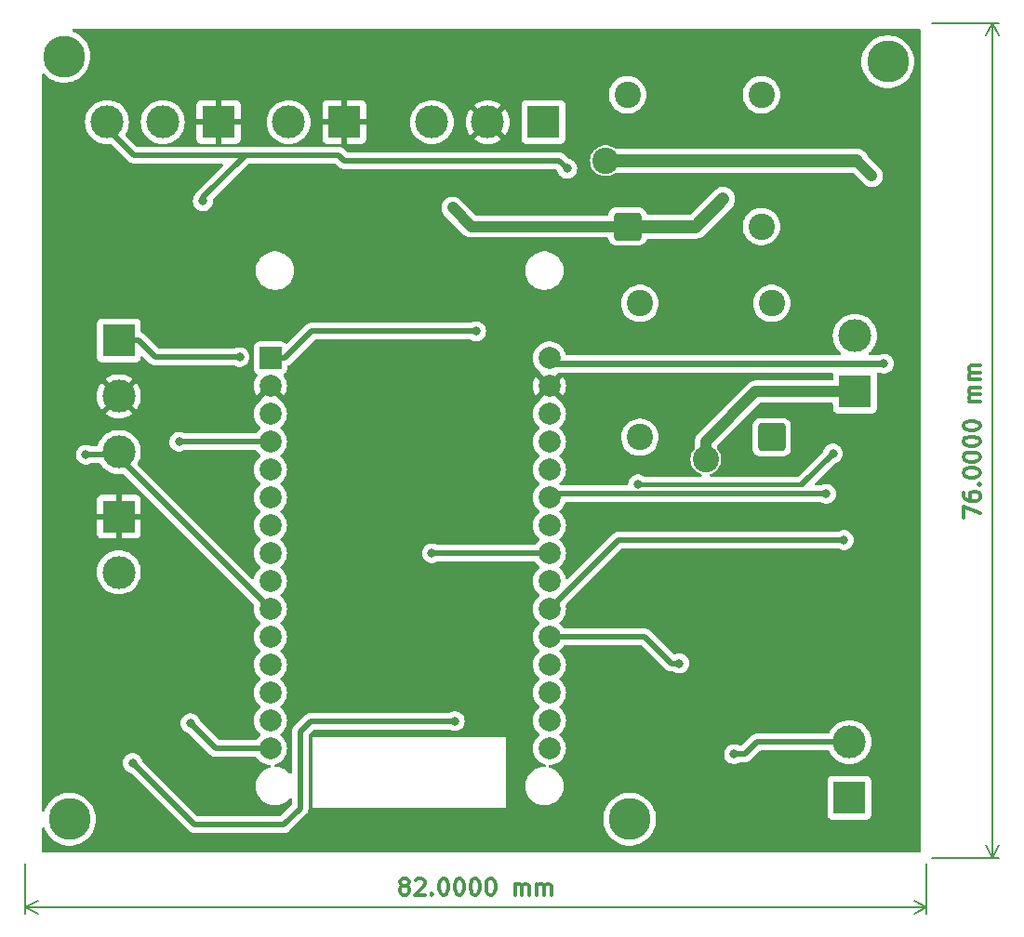
<source format=gbr>
%TF.GenerationSoftware,KiCad,Pcbnew,8.0.2*%
%TF.CreationDate,2025-03-15T23:19:11-04:00*%
%TF.ProjectId,proyecto final,70726f79-6563-4746-9f20-66696e616c2e,rev?*%
%TF.SameCoordinates,Original*%
%TF.FileFunction,Copper,L2,Bot*%
%TF.FilePolarity,Positive*%
%FSLAX46Y46*%
G04 Gerber Fmt 4.6, Leading zero omitted, Abs format (unit mm)*
G04 Created by KiCad (PCBNEW 8.0.2) date 2025-03-15 23:19:11*
%MOMM*%
%LPD*%
G01*
G04 APERTURE LIST*
G04 Aperture macros list*
%AMRoundRect*
0 Rectangle with rounded corners*
0 $1 Rounding radius*
0 $2 $3 $4 $5 $6 $7 $8 $9 X,Y pos of 4 corners*
0 Add a 4 corners polygon primitive as box body*
4,1,4,$2,$3,$4,$5,$6,$7,$8,$9,$2,$3,0*
0 Add four circle primitives for the rounded corners*
1,1,$1+$1,$2,$3*
1,1,$1+$1,$4,$5*
1,1,$1+$1,$6,$7*
1,1,$1+$1,$8,$9*
0 Add four rect primitives between the rounded corners*
20,1,$1+$1,$2,$3,$4,$5,0*
20,1,$1+$1,$4,$5,$6,$7,0*
20,1,$1+$1,$6,$7,$8,$9,0*
20,1,$1+$1,$8,$9,$2,$3,0*%
G04 Aperture macros list end*
%ADD10C,0.300000*%
%TA.AperFunction,NonConductor*%
%ADD11C,0.300000*%
%TD*%
%TA.AperFunction,NonConductor*%
%ADD12C,0.200000*%
%TD*%
%TA.AperFunction,ComponentPad*%
%ADD13C,3.800000*%
%TD*%
%TA.AperFunction,ComponentPad*%
%ADD14R,3.000000X3.000000*%
%TD*%
%TA.AperFunction,ComponentPad*%
%ADD15C,3.000000*%
%TD*%
%TA.AperFunction,ComponentPad*%
%ADD16R,2.000000X2.000000*%
%TD*%
%TA.AperFunction,ComponentPad*%
%ADD17C,2.000000*%
%TD*%
%TA.AperFunction,ComponentPad*%
%ADD18C,2.400000*%
%TD*%
%TA.AperFunction,ComponentPad*%
%ADD19RoundRect,0.250000X1.000000X-1.000000X1.000000X1.000000X-1.000000X1.000000X-1.000000X-1.000000X0*%
%TD*%
%TA.AperFunction,ComponentPad*%
%ADD20RoundRect,0.250000X1.000000X1.000000X-1.000000X1.000000X-1.000000X-1.000000X1.000000X-1.000000X0*%
%TD*%
%TA.AperFunction,ViaPad*%
%ADD21C,0.800000*%
%TD*%
%TA.AperFunction,Conductor*%
%ADD22C,0.500000*%
%TD*%
%TA.AperFunction,Conductor*%
%ADD23C,0.600000*%
%TD*%
%TA.AperFunction,Conductor*%
%ADD24C,0.200000*%
%TD*%
%TA.AperFunction,Conductor*%
%ADD25C,1.000000*%
%TD*%
%TA.AperFunction,Conductor*%
%ADD26C,1.200000*%
%TD*%
%TA.AperFunction,Conductor*%
%ADD27C,0.400000*%
%TD*%
G04 APERTURE END LIST*
D10*
D11*
X127857144Y-130021185D02*
X127714287Y-129949757D01*
X127714287Y-129949757D02*
X127642858Y-129878328D01*
X127642858Y-129878328D02*
X127571430Y-129735471D01*
X127571430Y-129735471D02*
X127571430Y-129664042D01*
X127571430Y-129664042D02*
X127642858Y-129521185D01*
X127642858Y-129521185D02*
X127714287Y-129449757D01*
X127714287Y-129449757D02*
X127857144Y-129378328D01*
X127857144Y-129378328D02*
X128142858Y-129378328D01*
X128142858Y-129378328D02*
X128285716Y-129449757D01*
X128285716Y-129449757D02*
X128357144Y-129521185D01*
X128357144Y-129521185D02*
X128428573Y-129664042D01*
X128428573Y-129664042D02*
X128428573Y-129735471D01*
X128428573Y-129735471D02*
X128357144Y-129878328D01*
X128357144Y-129878328D02*
X128285716Y-129949757D01*
X128285716Y-129949757D02*
X128142858Y-130021185D01*
X128142858Y-130021185D02*
X127857144Y-130021185D01*
X127857144Y-130021185D02*
X127714287Y-130092614D01*
X127714287Y-130092614D02*
X127642858Y-130164042D01*
X127642858Y-130164042D02*
X127571430Y-130306900D01*
X127571430Y-130306900D02*
X127571430Y-130592614D01*
X127571430Y-130592614D02*
X127642858Y-130735471D01*
X127642858Y-130735471D02*
X127714287Y-130806900D01*
X127714287Y-130806900D02*
X127857144Y-130878328D01*
X127857144Y-130878328D02*
X128142858Y-130878328D01*
X128142858Y-130878328D02*
X128285716Y-130806900D01*
X128285716Y-130806900D02*
X128357144Y-130735471D01*
X128357144Y-130735471D02*
X128428573Y-130592614D01*
X128428573Y-130592614D02*
X128428573Y-130306900D01*
X128428573Y-130306900D02*
X128357144Y-130164042D01*
X128357144Y-130164042D02*
X128285716Y-130092614D01*
X128285716Y-130092614D02*
X128142858Y-130021185D01*
X129000001Y-129521185D02*
X129071429Y-129449757D01*
X129071429Y-129449757D02*
X129214287Y-129378328D01*
X129214287Y-129378328D02*
X129571429Y-129378328D01*
X129571429Y-129378328D02*
X129714287Y-129449757D01*
X129714287Y-129449757D02*
X129785715Y-129521185D01*
X129785715Y-129521185D02*
X129857144Y-129664042D01*
X129857144Y-129664042D02*
X129857144Y-129806900D01*
X129857144Y-129806900D02*
X129785715Y-130021185D01*
X129785715Y-130021185D02*
X128928572Y-130878328D01*
X128928572Y-130878328D02*
X129857144Y-130878328D01*
X130500000Y-130735471D02*
X130571429Y-130806900D01*
X130571429Y-130806900D02*
X130500000Y-130878328D01*
X130500000Y-130878328D02*
X130428572Y-130806900D01*
X130428572Y-130806900D02*
X130500000Y-130735471D01*
X130500000Y-130735471D02*
X130500000Y-130878328D01*
X131500001Y-129378328D02*
X131642858Y-129378328D01*
X131642858Y-129378328D02*
X131785715Y-129449757D01*
X131785715Y-129449757D02*
X131857144Y-129521185D01*
X131857144Y-129521185D02*
X131928572Y-129664042D01*
X131928572Y-129664042D02*
X132000001Y-129949757D01*
X132000001Y-129949757D02*
X132000001Y-130306900D01*
X132000001Y-130306900D02*
X131928572Y-130592614D01*
X131928572Y-130592614D02*
X131857144Y-130735471D01*
X131857144Y-130735471D02*
X131785715Y-130806900D01*
X131785715Y-130806900D02*
X131642858Y-130878328D01*
X131642858Y-130878328D02*
X131500001Y-130878328D01*
X131500001Y-130878328D02*
X131357144Y-130806900D01*
X131357144Y-130806900D02*
X131285715Y-130735471D01*
X131285715Y-130735471D02*
X131214286Y-130592614D01*
X131214286Y-130592614D02*
X131142858Y-130306900D01*
X131142858Y-130306900D02*
X131142858Y-129949757D01*
X131142858Y-129949757D02*
X131214286Y-129664042D01*
X131214286Y-129664042D02*
X131285715Y-129521185D01*
X131285715Y-129521185D02*
X131357144Y-129449757D01*
X131357144Y-129449757D02*
X131500001Y-129378328D01*
X132928572Y-129378328D02*
X133071429Y-129378328D01*
X133071429Y-129378328D02*
X133214286Y-129449757D01*
X133214286Y-129449757D02*
X133285715Y-129521185D01*
X133285715Y-129521185D02*
X133357143Y-129664042D01*
X133357143Y-129664042D02*
X133428572Y-129949757D01*
X133428572Y-129949757D02*
X133428572Y-130306900D01*
X133428572Y-130306900D02*
X133357143Y-130592614D01*
X133357143Y-130592614D02*
X133285715Y-130735471D01*
X133285715Y-130735471D02*
X133214286Y-130806900D01*
X133214286Y-130806900D02*
X133071429Y-130878328D01*
X133071429Y-130878328D02*
X132928572Y-130878328D01*
X132928572Y-130878328D02*
X132785715Y-130806900D01*
X132785715Y-130806900D02*
X132714286Y-130735471D01*
X132714286Y-130735471D02*
X132642857Y-130592614D01*
X132642857Y-130592614D02*
X132571429Y-130306900D01*
X132571429Y-130306900D02*
X132571429Y-129949757D01*
X132571429Y-129949757D02*
X132642857Y-129664042D01*
X132642857Y-129664042D02*
X132714286Y-129521185D01*
X132714286Y-129521185D02*
X132785715Y-129449757D01*
X132785715Y-129449757D02*
X132928572Y-129378328D01*
X134357143Y-129378328D02*
X134500000Y-129378328D01*
X134500000Y-129378328D02*
X134642857Y-129449757D01*
X134642857Y-129449757D02*
X134714286Y-129521185D01*
X134714286Y-129521185D02*
X134785714Y-129664042D01*
X134785714Y-129664042D02*
X134857143Y-129949757D01*
X134857143Y-129949757D02*
X134857143Y-130306900D01*
X134857143Y-130306900D02*
X134785714Y-130592614D01*
X134785714Y-130592614D02*
X134714286Y-130735471D01*
X134714286Y-130735471D02*
X134642857Y-130806900D01*
X134642857Y-130806900D02*
X134500000Y-130878328D01*
X134500000Y-130878328D02*
X134357143Y-130878328D01*
X134357143Y-130878328D02*
X134214286Y-130806900D01*
X134214286Y-130806900D02*
X134142857Y-130735471D01*
X134142857Y-130735471D02*
X134071428Y-130592614D01*
X134071428Y-130592614D02*
X134000000Y-130306900D01*
X134000000Y-130306900D02*
X134000000Y-129949757D01*
X134000000Y-129949757D02*
X134071428Y-129664042D01*
X134071428Y-129664042D02*
X134142857Y-129521185D01*
X134142857Y-129521185D02*
X134214286Y-129449757D01*
X134214286Y-129449757D02*
X134357143Y-129378328D01*
X135785714Y-129378328D02*
X135928571Y-129378328D01*
X135928571Y-129378328D02*
X136071428Y-129449757D01*
X136071428Y-129449757D02*
X136142857Y-129521185D01*
X136142857Y-129521185D02*
X136214285Y-129664042D01*
X136214285Y-129664042D02*
X136285714Y-129949757D01*
X136285714Y-129949757D02*
X136285714Y-130306900D01*
X136285714Y-130306900D02*
X136214285Y-130592614D01*
X136214285Y-130592614D02*
X136142857Y-130735471D01*
X136142857Y-130735471D02*
X136071428Y-130806900D01*
X136071428Y-130806900D02*
X135928571Y-130878328D01*
X135928571Y-130878328D02*
X135785714Y-130878328D01*
X135785714Y-130878328D02*
X135642857Y-130806900D01*
X135642857Y-130806900D02*
X135571428Y-130735471D01*
X135571428Y-130735471D02*
X135499999Y-130592614D01*
X135499999Y-130592614D02*
X135428571Y-130306900D01*
X135428571Y-130306900D02*
X135428571Y-129949757D01*
X135428571Y-129949757D02*
X135499999Y-129664042D01*
X135499999Y-129664042D02*
X135571428Y-129521185D01*
X135571428Y-129521185D02*
X135642857Y-129449757D01*
X135642857Y-129449757D02*
X135785714Y-129378328D01*
X138071427Y-130878328D02*
X138071427Y-129878328D01*
X138071427Y-130021185D02*
X138142856Y-129949757D01*
X138142856Y-129949757D02*
X138285713Y-129878328D01*
X138285713Y-129878328D02*
X138499999Y-129878328D01*
X138499999Y-129878328D02*
X138642856Y-129949757D01*
X138642856Y-129949757D02*
X138714285Y-130092614D01*
X138714285Y-130092614D02*
X138714285Y-130878328D01*
X138714285Y-130092614D02*
X138785713Y-129949757D01*
X138785713Y-129949757D02*
X138928570Y-129878328D01*
X138928570Y-129878328D02*
X139142856Y-129878328D01*
X139142856Y-129878328D02*
X139285713Y-129949757D01*
X139285713Y-129949757D02*
X139357142Y-130092614D01*
X139357142Y-130092614D02*
X139357142Y-130878328D01*
X140071427Y-130878328D02*
X140071427Y-129878328D01*
X140071427Y-130021185D02*
X140142856Y-129949757D01*
X140142856Y-129949757D02*
X140285713Y-129878328D01*
X140285713Y-129878328D02*
X140499999Y-129878328D01*
X140499999Y-129878328D02*
X140642856Y-129949757D01*
X140642856Y-129949757D02*
X140714285Y-130092614D01*
X140714285Y-130092614D02*
X140714285Y-130878328D01*
X140714285Y-130092614D02*
X140785713Y-129949757D01*
X140785713Y-129949757D02*
X140928570Y-129878328D01*
X140928570Y-129878328D02*
X141142856Y-129878328D01*
X141142856Y-129878328D02*
X141285713Y-129949757D01*
X141285713Y-129949757D02*
X141357142Y-130092614D01*
X141357142Y-130092614D02*
X141357142Y-130878328D01*
D12*
X175500000Y-128000000D02*
X175500000Y-132586420D01*
X93500000Y-128000000D02*
X93500000Y-132586420D01*
X175500000Y-132000000D02*
X93500000Y-132000000D01*
X175500000Y-132000000D02*
X93500000Y-132000000D01*
X175500000Y-132000000D02*
X174373496Y-132586421D01*
X175500000Y-132000000D02*
X174373496Y-131413579D01*
X93500000Y-132000000D02*
X94626504Y-131413579D01*
X93500000Y-132000000D02*
X94626504Y-132586421D01*
D10*
D11*
X178878328Y-96499998D02*
X178878328Y-95499998D01*
X178878328Y-95499998D02*
X180378328Y-96142855D01*
X178878328Y-94285713D02*
X178878328Y-94571427D01*
X178878328Y-94571427D02*
X178949757Y-94714284D01*
X178949757Y-94714284D02*
X179021185Y-94785713D01*
X179021185Y-94785713D02*
X179235471Y-94928570D01*
X179235471Y-94928570D02*
X179521185Y-94999998D01*
X179521185Y-94999998D02*
X180092614Y-94999998D01*
X180092614Y-94999998D02*
X180235471Y-94928570D01*
X180235471Y-94928570D02*
X180306900Y-94857141D01*
X180306900Y-94857141D02*
X180378328Y-94714284D01*
X180378328Y-94714284D02*
X180378328Y-94428570D01*
X180378328Y-94428570D02*
X180306900Y-94285713D01*
X180306900Y-94285713D02*
X180235471Y-94214284D01*
X180235471Y-94214284D02*
X180092614Y-94142855D01*
X180092614Y-94142855D02*
X179735471Y-94142855D01*
X179735471Y-94142855D02*
X179592614Y-94214284D01*
X179592614Y-94214284D02*
X179521185Y-94285713D01*
X179521185Y-94285713D02*
X179449757Y-94428570D01*
X179449757Y-94428570D02*
X179449757Y-94714284D01*
X179449757Y-94714284D02*
X179521185Y-94857141D01*
X179521185Y-94857141D02*
X179592614Y-94928570D01*
X179592614Y-94928570D02*
X179735471Y-94999998D01*
X180235471Y-93499999D02*
X180306900Y-93428570D01*
X180306900Y-93428570D02*
X180378328Y-93499999D01*
X180378328Y-93499999D02*
X180306900Y-93571427D01*
X180306900Y-93571427D02*
X180235471Y-93499999D01*
X180235471Y-93499999D02*
X180378328Y-93499999D01*
X178878328Y-92499998D02*
X178878328Y-92357141D01*
X178878328Y-92357141D02*
X178949757Y-92214284D01*
X178949757Y-92214284D02*
X179021185Y-92142856D01*
X179021185Y-92142856D02*
X179164042Y-92071427D01*
X179164042Y-92071427D02*
X179449757Y-91999998D01*
X179449757Y-91999998D02*
X179806900Y-91999998D01*
X179806900Y-91999998D02*
X180092614Y-92071427D01*
X180092614Y-92071427D02*
X180235471Y-92142856D01*
X180235471Y-92142856D02*
X180306900Y-92214284D01*
X180306900Y-92214284D02*
X180378328Y-92357141D01*
X180378328Y-92357141D02*
X180378328Y-92499998D01*
X180378328Y-92499998D02*
X180306900Y-92642856D01*
X180306900Y-92642856D02*
X180235471Y-92714284D01*
X180235471Y-92714284D02*
X180092614Y-92785713D01*
X180092614Y-92785713D02*
X179806900Y-92857141D01*
X179806900Y-92857141D02*
X179449757Y-92857141D01*
X179449757Y-92857141D02*
X179164042Y-92785713D01*
X179164042Y-92785713D02*
X179021185Y-92714284D01*
X179021185Y-92714284D02*
X178949757Y-92642856D01*
X178949757Y-92642856D02*
X178878328Y-92499998D01*
X178878328Y-91071427D02*
X178878328Y-90928570D01*
X178878328Y-90928570D02*
X178949757Y-90785713D01*
X178949757Y-90785713D02*
X179021185Y-90714285D01*
X179021185Y-90714285D02*
X179164042Y-90642856D01*
X179164042Y-90642856D02*
X179449757Y-90571427D01*
X179449757Y-90571427D02*
X179806900Y-90571427D01*
X179806900Y-90571427D02*
X180092614Y-90642856D01*
X180092614Y-90642856D02*
X180235471Y-90714285D01*
X180235471Y-90714285D02*
X180306900Y-90785713D01*
X180306900Y-90785713D02*
X180378328Y-90928570D01*
X180378328Y-90928570D02*
X180378328Y-91071427D01*
X180378328Y-91071427D02*
X180306900Y-91214285D01*
X180306900Y-91214285D02*
X180235471Y-91285713D01*
X180235471Y-91285713D02*
X180092614Y-91357142D01*
X180092614Y-91357142D02*
X179806900Y-91428570D01*
X179806900Y-91428570D02*
X179449757Y-91428570D01*
X179449757Y-91428570D02*
X179164042Y-91357142D01*
X179164042Y-91357142D02*
X179021185Y-91285713D01*
X179021185Y-91285713D02*
X178949757Y-91214285D01*
X178949757Y-91214285D02*
X178878328Y-91071427D01*
X178878328Y-89642856D02*
X178878328Y-89499999D01*
X178878328Y-89499999D02*
X178949757Y-89357142D01*
X178949757Y-89357142D02*
X179021185Y-89285714D01*
X179021185Y-89285714D02*
X179164042Y-89214285D01*
X179164042Y-89214285D02*
X179449757Y-89142856D01*
X179449757Y-89142856D02*
X179806900Y-89142856D01*
X179806900Y-89142856D02*
X180092614Y-89214285D01*
X180092614Y-89214285D02*
X180235471Y-89285714D01*
X180235471Y-89285714D02*
X180306900Y-89357142D01*
X180306900Y-89357142D02*
X180378328Y-89499999D01*
X180378328Y-89499999D02*
X180378328Y-89642856D01*
X180378328Y-89642856D02*
X180306900Y-89785714D01*
X180306900Y-89785714D02*
X180235471Y-89857142D01*
X180235471Y-89857142D02*
X180092614Y-89928571D01*
X180092614Y-89928571D02*
X179806900Y-89999999D01*
X179806900Y-89999999D02*
X179449757Y-89999999D01*
X179449757Y-89999999D02*
X179164042Y-89928571D01*
X179164042Y-89928571D02*
X179021185Y-89857142D01*
X179021185Y-89857142D02*
X178949757Y-89785714D01*
X178949757Y-89785714D02*
X178878328Y-89642856D01*
X178878328Y-88214285D02*
X178878328Y-88071428D01*
X178878328Y-88071428D02*
X178949757Y-87928571D01*
X178949757Y-87928571D02*
X179021185Y-87857143D01*
X179021185Y-87857143D02*
X179164042Y-87785714D01*
X179164042Y-87785714D02*
X179449757Y-87714285D01*
X179449757Y-87714285D02*
X179806900Y-87714285D01*
X179806900Y-87714285D02*
X180092614Y-87785714D01*
X180092614Y-87785714D02*
X180235471Y-87857143D01*
X180235471Y-87857143D02*
X180306900Y-87928571D01*
X180306900Y-87928571D02*
X180378328Y-88071428D01*
X180378328Y-88071428D02*
X180378328Y-88214285D01*
X180378328Y-88214285D02*
X180306900Y-88357143D01*
X180306900Y-88357143D02*
X180235471Y-88428571D01*
X180235471Y-88428571D02*
X180092614Y-88500000D01*
X180092614Y-88500000D02*
X179806900Y-88571428D01*
X179806900Y-88571428D02*
X179449757Y-88571428D01*
X179449757Y-88571428D02*
X179164042Y-88500000D01*
X179164042Y-88500000D02*
X179021185Y-88428571D01*
X179021185Y-88428571D02*
X178949757Y-88357143D01*
X178949757Y-88357143D02*
X178878328Y-88214285D01*
X180378328Y-85928572D02*
X179378328Y-85928572D01*
X179521185Y-85928572D02*
X179449757Y-85857143D01*
X179449757Y-85857143D02*
X179378328Y-85714286D01*
X179378328Y-85714286D02*
X179378328Y-85500000D01*
X179378328Y-85500000D02*
X179449757Y-85357143D01*
X179449757Y-85357143D02*
X179592614Y-85285715D01*
X179592614Y-85285715D02*
X180378328Y-85285715D01*
X179592614Y-85285715D02*
X179449757Y-85214286D01*
X179449757Y-85214286D02*
X179378328Y-85071429D01*
X179378328Y-85071429D02*
X179378328Y-84857143D01*
X179378328Y-84857143D02*
X179449757Y-84714286D01*
X179449757Y-84714286D02*
X179592614Y-84642857D01*
X179592614Y-84642857D02*
X180378328Y-84642857D01*
X180378328Y-83928572D02*
X179378328Y-83928572D01*
X179521185Y-83928572D02*
X179449757Y-83857143D01*
X179449757Y-83857143D02*
X179378328Y-83714286D01*
X179378328Y-83714286D02*
X179378328Y-83500000D01*
X179378328Y-83500000D02*
X179449757Y-83357143D01*
X179449757Y-83357143D02*
X179592614Y-83285715D01*
X179592614Y-83285715D02*
X180378328Y-83285715D01*
X179592614Y-83285715D02*
X179449757Y-83214286D01*
X179449757Y-83214286D02*
X179378328Y-83071429D01*
X179378328Y-83071429D02*
X179378328Y-82857143D01*
X179378328Y-82857143D02*
X179449757Y-82714286D01*
X179449757Y-82714286D02*
X179592614Y-82642857D01*
X179592614Y-82642857D02*
X180378328Y-82642857D01*
D12*
X176000000Y-51500000D02*
X182086420Y-51500000D01*
X176000000Y-127500000D02*
X182086420Y-127500000D01*
X181500000Y-51500000D02*
X181500000Y-127500000D01*
X181500000Y-51500000D02*
X181500000Y-127500000D01*
X181500000Y-51500000D02*
X182086421Y-52626504D01*
X181500000Y-51500000D02*
X180913579Y-52626504D01*
X181500000Y-127500000D02*
X180913579Y-126373496D01*
X181500000Y-127500000D02*
X182086421Y-126373496D01*
D13*
%TO.P,REF\u002A\u002A,1*%
%TO.N,N/C*%
X97000000Y-54500000D03*
%TD*%
D14*
%TO.P,J4,1,Pin_1*%
%TO.N,LSC*%
X140660000Y-60500000D03*
D15*
%TO.P,J4,2,Pin_2*%
%TO.N,GND*%
X135580000Y-60500000D03*
%TO.P,J4,3,Pin_3*%
%TO.N,LSA*%
X130500000Y-60500000D03*
%TD*%
D14*
%TO.P,J5,1,Pin_1*%
%TO.N,GND*%
X102000000Y-96420000D03*
D15*
%TO.P,J5,2,Pin_2*%
%TO.N,pv*%
X102000000Y-101500000D03*
%TD*%
D14*
%TO.P,J3,1,Pin_1*%
%TO.N,GND*%
X111080000Y-60500000D03*
D15*
%TO.P,J3,2,Pin_2*%
%TO.N,Fotocelda*%
X106000000Y-60500000D03*
%TO.P,J3,3,Pin_3*%
%TO.N,+5V*%
X100920000Y-60500000D03*
%TD*%
D14*
%TO.P,J1,1,Pin_1*%
%TO.N,GND*%
X122540000Y-60500000D03*
D15*
%TO.P,J1,2,Pin_2*%
%TO.N,+12V*%
X117460000Y-60500000D03*
%TD*%
D14*
%TO.P,J2,1,Pin_1*%
%TO.N,llave B*%
X102000000Y-80380000D03*
D15*
%TO.P,J2,2,Pin_2*%
%TO.N,GND*%
X102000000Y-85460000D03*
%TO.P,J2,3,Pin_3*%
%TO.N,llave A*%
X102000000Y-90540000D03*
%TD*%
D14*
%TO.P,J7,1,Pin_1*%
%TO.N,+5V*%
X168500000Y-122040000D03*
D15*
%TO.P,J7,2,Pin_2*%
%TO.N,Net-(J7-Pin_2)*%
X168500000Y-116960000D03*
%TD*%
D14*
%TO.P,J6,1,Pin_1*%
%TO.N,MO1*%
X169000000Y-85040000D03*
D15*
%TO.P,J6,2,Pin_2*%
%TO.N,Net-(J6-Pin_2)*%
X169000000Y-79960000D03*
%TD*%
D13*
%TO.P,REF\u002A\u002A,1*%
%TO.N,N/C*%
X148500000Y-124000000D03*
%TD*%
%TO.P,REF\u002A\u002A,1*%
%TO.N,N/C*%
X97500000Y-124000000D03*
%TD*%
D16*
%TO.P,U2,1,3V3*%
%TO.N,+3.3V*%
X115800000Y-81985000D03*
D17*
%TO.P,U2,2,GND*%
%TO.N,GND*%
X115800000Y-84525000D03*
%TO.P,U2,3,D15*%
%TO.N,unconnected-(U2-D15-Pad3)*%
X115800000Y-87065000D03*
%TO.P,U2,4,D2*%
%TO.N,pv*%
X115800000Y-89605000D03*
%TO.P,U2,5,D4*%
%TO.N,unconnected-(U2-D4-Pad5)*%
X115800000Y-92145000D03*
%TO.P,U2,6,RX2*%
%TO.N,unconnected-(U2-RX2-Pad6)*%
X115800000Y-94685000D03*
%TO.P,U2,7,TX2*%
%TO.N,unconnected-(U2-TX2-Pad7)*%
X115800000Y-97225000D03*
%TO.P,U2,8,D5*%
%TO.N,unconnected-(U2-D5-Pad8)*%
X115800000Y-99765000D03*
%TO.P,U2,9,D18*%
%TO.N,FTC*%
X115800000Y-102305000D03*
%TO.P,U2,10,D19*%
%TO.N,llave A*%
X115800000Y-104845000D03*
%TO.P,U2,11,D21*%
%TO.N,llave B*%
X115800000Y-107385000D03*
%TO.P,U2,12,RX0*%
%TO.N,unconnected-(U2-RX0-Pad12)*%
X115800000Y-109925000D03*
%TO.P,U2,13,TX0*%
%TO.N,unconnected-(U2-TX0-Pad13)*%
X115800000Y-112465000D03*
%TO.P,U2,14,D22*%
%TO.N,Net-(U2-D22)*%
X115800000Y-115005000D03*
%TO.P,U2,15,D23*%
%TO.N,Net-(U2-D23)*%
X115800000Y-117545000D03*
%TO.P,U2,16,EN*%
%TO.N,unconnected-(U2-EN-Pad16)*%
X141200000Y-117545000D03*
%TO.P,U2,17,VP*%
%TO.N,unconnected-(U2-VP-Pad17)*%
X141200000Y-115005000D03*
%TO.P,U2,18,VN*%
%TO.N,unconnected-(U2-VN-Pad18)*%
X141200000Y-112465000D03*
%TO.P,U2,19,D34*%
%TO.N,unconnected-(U2-D34-Pad19)*%
X141200000Y-109925000D03*
%TO.P,U2,20,D35*%
%TO.N,BUZZER*%
X141200000Y-107385000D03*
%TO.P,U2,21,D32*%
%TO.N,MC*%
X141200000Y-104845000D03*
%TO.P,U2,22,D33*%
%TO.N,LAMP*%
X141200000Y-102305000D03*
%TO.P,U2,23,D25*%
%TO.N,Net-(U2-D25)*%
X141200000Y-99765000D03*
%TO.P,U2,24,D26*%
%TO.N,Net-(U2-D26)*%
X141200000Y-97225000D03*
%TO.P,U2,25,D27*%
%TO.N,MA*%
X141200000Y-94685000D03*
%TO.P,U2,26,D14*%
%TO.N,LSC*%
X141200000Y-92145000D03*
%TO.P,U2,27,D12*%
%TO.N,LSA*%
X141200000Y-89605000D03*
%TO.P,U2,28,D13*%
%TO.N,unconnected-(U2-D13-Pad28)*%
X141200000Y-87065000D03*
%TO.P,U2,29,GND*%
%TO.N,GND*%
X141200000Y-84525000D03*
%TO.P,U2,30,VIN*%
%TO.N,+5V*%
X141200000Y-81985000D03*
%TD*%
D18*
%TO.P,K2,11*%
%TO.N,MO2*%
X146300000Y-64000000D03*
%TO.P,K2,12*%
%TO.N,+12V*%
X160500000Y-58000000D03*
%TO.P,K2,14*%
%TO.N,Net-(K1-Pad14)*%
X160500000Y-70000000D03*
D19*
%TO.P,K2,A1*%
%TO.N,+12V*%
X148300000Y-70000000D03*
D18*
%TO.P,K2,A2*%
%TO.N,Net-(Q4-C)*%
X148300000Y-58000000D03*
%TD*%
%TO.P,K1,11*%
%TO.N,MO1*%
X155432500Y-91200000D03*
%TO.P,K1,12*%
%TO.N,+12V*%
X149432500Y-77000000D03*
%TO.P,K1,14*%
%TO.N,Net-(K1-Pad14)*%
X161432500Y-77000000D03*
D20*
%TO.P,K1,A1*%
%TO.N,+12V*%
X161432500Y-89200000D03*
D18*
%TO.P,K1,A2*%
%TO.N,Net-(Q3-C)*%
X149432500Y-89200000D03*
%TD*%
D13*
%TO.P,REF\u002A\u002A,1*%
%TO.N,N/C*%
X172000000Y-55000000D03*
%TD*%
D21*
%TO.N,+5V*%
X142811000Y-64731500D03*
X171647800Y-82500000D03*
%TO.N,+12V*%
X132379900Y-68297000D03*
X157000000Y-67500000D03*
%TO.N,+5V*%
X109650000Y-67694400D03*
%TO.N,llave B*%
X113000000Y-81907000D03*
%TO.N,llave A*%
X98990000Y-90792500D03*
%TO.N,pv*%
X107500000Y-89605000D03*
%TO.N,Net-(J7-Pin_2)*%
X158000000Y-118063700D03*
%TO.N,MO2*%
X170546700Y-65397700D03*
%TO.N,Net-(Q3-B)*%
X167000000Y-90677400D03*
X149264300Y-93473800D03*
%TO.N,+3.3V*%
X134520000Y-79546000D03*
%TO.N,Net-(U2-D23)*%
X108523400Y-115250000D03*
%TO.N,Net-(U2-D25)*%
X130500000Y-99765000D03*
%TO.N,Net-(U2-D26)*%
X103257800Y-118868900D03*
X132581800Y-115052200D03*
%TO.N,BUZZER*%
X153000000Y-109792900D03*
%TO.N,MA*%
X166392400Y-94360500D03*
%TO.N,MC*%
X168000000Y-98568000D03*
%TD*%
D22*
%TO.N,+5V*%
X109650000Y-67350000D02*
X113500000Y-63500000D01*
X109650000Y-67694400D02*
X109650000Y-67350000D01*
X113500000Y-63500000D02*
X103340000Y-63500000D01*
X122000000Y-63500000D02*
X113500000Y-63500000D01*
X142079500Y-64000000D02*
X142811000Y-64731500D01*
X100920000Y-61080000D02*
X100920000Y-60500000D01*
X122500000Y-64000000D02*
X142079500Y-64000000D01*
X122000000Y-63500000D02*
X122500000Y-64000000D01*
X103340000Y-63500000D02*
X100920000Y-61080000D01*
D23*
X141715000Y-82500000D02*
X171647800Y-82500000D01*
D24*
X141200000Y-81985000D02*
X141715000Y-82500000D01*
D25*
%TO.N,+12V*%
X134082900Y-70000000D02*
X132379900Y-68297000D01*
D26*
X154500000Y-70000000D02*
X148300000Y-70000000D01*
X157000000Y-67500000D02*
X154500000Y-70000000D01*
D25*
X148300000Y-70000000D02*
X134082900Y-70000000D01*
D24*
%TO.N,GND*%
X123440900Y-60500000D02*
X122540000Y-60500000D01*
D22*
%TO.N,llave B*%
X105328700Y-81907000D02*
X103801700Y-80380000D01*
X113000000Y-81907000D02*
X105328700Y-81907000D01*
X103801700Y-80380000D02*
X102000000Y-80380000D01*
%TO.N,llave A*%
X102000000Y-90792500D02*
X102000000Y-90540000D01*
X102000000Y-91045000D02*
X102000000Y-90792500D01*
X115800000Y-104845000D02*
X102000000Y-91045000D01*
X102000000Y-90792500D02*
X98990000Y-90792500D01*
%TO.N,pv*%
X115800000Y-89605000D02*
X107500000Y-89605000D01*
D25*
%TO.N,MO1*%
X169000000Y-85040000D02*
X159960000Y-85040000D01*
X159960000Y-85040000D02*
X155432500Y-89567500D01*
X155432500Y-89567500D02*
X155432500Y-91200000D01*
D22*
%TO.N,Net-(J7-Pin_2)*%
X160077100Y-116960000D02*
X168500000Y-116960000D01*
X158973400Y-118063700D02*
X158000000Y-118063700D01*
X160077100Y-116960000D02*
X158973400Y-118063700D01*
D26*
%TO.N,MO2*%
X146300000Y-64000000D02*
X169149000Y-64000000D01*
D25*
X169149000Y-64000000D02*
X170546700Y-65397700D01*
D22*
%TO.N,Net-(Q3-B)*%
X164203600Y-93473800D02*
X167000000Y-90677400D01*
D27*
X149264300Y-93473800D02*
X164203600Y-93473800D01*
D22*
%TO.N,+3.3V*%
X115800000Y-81985000D02*
X117101700Y-81985000D01*
X117101700Y-81985000D02*
X119540700Y-79546000D01*
X119540700Y-79546000D02*
X134520000Y-79546000D01*
%TO.N,Net-(U2-D23)*%
X110818400Y-117545000D02*
X108523400Y-115250000D01*
X115800000Y-117545000D02*
X110818400Y-117545000D01*
%TO.N,Net-(U2-D25)*%
X141200000Y-99765000D02*
X130500000Y-99765000D01*
%TO.N,Net-(U2-D26)*%
X132581800Y-115052200D02*
X119447800Y-115052200D01*
X108888900Y-124500000D02*
X103257800Y-118868900D01*
X117000000Y-124500000D02*
X108888900Y-124500000D01*
X118500000Y-116000000D02*
X118500000Y-123000000D01*
X119447800Y-115052200D02*
X118500000Y-116000000D01*
X118500000Y-123000000D02*
X117000000Y-124500000D01*
%TO.N,BUZZER*%
X152292900Y-109792900D02*
X153000000Y-109792900D01*
X149885000Y-107385000D02*
X152292900Y-109792900D01*
X141200000Y-107385000D02*
X149885000Y-107385000D01*
D24*
%TO.N,MA*%
X141200000Y-94685000D02*
X141524500Y-94360500D01*
D22*
X141524500Y-94360500D02*
X166392400Y-94360500D01*
%TO.N,MC*%
X147477000Y-98568000D02*
X141200000Y-104845000D01*
X168000000Y-98568000D02*
X147477000Y-98568000D01*
%TD*%
%TA.AperFunction,Conductor*%
%TO.N,GND*%
G36*
X166949096Y-83320185D02*
G01*
X166994851Y-83372989D01*
X167005346Y-83437756D01*
X166999500Y-83492119D01*
X166999500Y-83915500D01*
X166979815Y-83982539D01*
X166927011Y-84028294D01*
X166875500Y-84039500D01*
X159861455Y-84039500D01*
X159764812Y-84058724D01*
X159668167Y-84077947D01*
X159668161Y-84077949D01*
X159614834Y-84100037D01*
X159614834Y-84100038D01*
X159574131Y-84116898D01*
X159486089Y-84153366D01*
X159486079Y-84153371D01*
X159322219Y-84262859D01*
X159256932Y-84328147D01*
X159182861Y-84402218D01*
X159182858Y-84402221D01*
X154794721Y-88790358D01*
X154794718Y-88790361D01*
X154754261Y-88830818D01*
X154655359Y-88929719D01*
X154545871Y-89093579D01*
X154545864Y-89093592D01*
X154501790Y-89199999D01*
X154470450Y-89275660D01*
X154470446Y-89275673D01*
X154469684Y-89279507D01*
X154432000Y-89468954D01*
X154432000Y-90170621D01*
X154412315Y-90237660D01*
X154399230Y-90254603D01*
X154323522Y-90336844D01*
X154323520Y-90336846D01*
X154196575Y-90531151D01*
X154103342Y-90743699D01*
X154046366Y-90968691D01*
X154046364Y-90968702D01*
X154027200Y-91199993D01*
X154027200Y-91200006D01*
X154046364Y-91431297D01*
X154046366Y-91431308D01*
X154103342Y-91656300D01*
X154196575Y-91868848D01*
X154323516Y-92063147D01*
X154323519Y-92063151D01*
X154323521Y-92063153D01*
X154480716Y-92233913D01*
X154480719Y-92233915D01*
X154480722Y-92233918D01*
X154663865Y-92376464D01*
X154663871Y-92376468D01*
X154663874Y-92376470D01*
X154867997Y-92486936D01*
X154910016Y-92501361D01*
X154999318Y-92532019D01*
X155056333Y-92572404D01*
X155082464Y-92637204D01*
X155069413Y-92705844D01*
X155021324Y-92756532D01*
X154959055Y-92773300D01*
X149872456Y-92773300D01*
X149805417Y-92753615D01*
X149799571Y-92749618D01*
X149717034Y-92689651D01*
X149717029Y-92689648D01*
X149544107Y-92612657D01*
X149544102Y-92612655D01*
X149398301Y-92581665D01*
X149358946Y-92573300D01*
X149169654Y-92573300D01*
X149137197Y-92580198D01*
X148984497Y-92612655D01*
X148984492Y-92612657D01*
X148811570Y-92689648D01*
X148811565Y-92689651D01*
X148658429Y-92800911D01*
X148531766Y-92941585D01*
X148437121Y-93105515D01*
X148437118Y-93105522D01*
X148389285Y-93252738D01*
X148378626Y-93285544D01*
X148358840Y-93473800D01*
X148358840Y-93473802D01*
X148358840Y-93480299D01*
X148357433Y-93480299D01*
X148346189Y-93541772D01*
X148298455Y-93592794D01*
X148235439Y-93610000D01*
X142303692Y-93610000D01*
X142236653Y-93590315D01*
X142223806Y-93580394D01*
X142223792Y-93580413D01*
X142219744Y-93577262D01*
X142136991Y-93512852D01*
X142096179Y-93456143D01*
X142092504Y-93386370D01*
X142127136Y-93325687D01*
X142136985Y-93317151D01*
X142219744Y-93252738D01*
X142388164Y-93069785D01*
X142524173Y-92861607D01*
X142624063Y-92633881D01*
X142685108Y-92392821D01*
X142686463Y-92376468D01*
X142705643Y-92145005D01*
X142705643Y-92144994D01*
X142685109Y-91897187D01*
X142685107Y-91897175D01*
X142624063Y-91656118D01*
X142524173Y-91428393D01*
X142388166Y-91220217D01*
X142333447Y-91160777D01*
X142219744Y-91037262D01*
X142136991Y-90972852D01*
X142096179Y-90916143D01*
X142092504Y-90846370D01*
X142127136Y-90785687D01*
X142136985Y-90777151D01*
X142219744Y-90712738D01*
X142388164Y-90529785D01*
X142524173Y-90321607D01*
X142624063Y-90093881D01*
X142685108Y-89852821D01*
X142688138Y-89816255D01*
X142705643Y-89605005D01*
X142705643Y-89604994D01*
X142685109Y-89357187D01*
X142685107Y-89357175D01*
X142645304Y-89199995D01*
X147727232Y-89199995D01*
X147727232Y-89199999D01*
X147746277Y-89454154D01*
X147780705Y-89604994D01*
X147802992Y-89702637D01*
X147896107Y-89939888D01*
X148023541Y-90160612D01*
X148182450Y-90359877D01*
X148369283Y-90533232D01*
X148579866Y-90676805D01*
X148579871Y-90676807D01*
X148579872Y-90676808D01*
X148579873Y-90676809D01*
X148701828Y-90735538D01*
X148809492Y-90787387D01*
X148809493Y-90787387D01*
X148809496Y-90787389D01*
X149053042Y-90862513D01*
X149305065Y-90900500D01*
X149559935Y-90900500D01*
X149811958Y-90862513D01*
X150055504Y-90787389D01*
X150236958Y-90700005D01*
X150285126Y-90676809D01*
X150285126Y-90676808D01*
X150285134Y-90676805D01*
X150495717Y-90533232D01*
X150682550Y-90359877D01*
X150841459Y-90160612D01*
X150968893Y-89939888D01*
X151062008Y-89702637D01*
X151118722Y-89454157D01*
X151137768Y-89200000D01*
X151118722Y-88945843D01*
X151062008Y-88697363D01*
X150968893Y-88460112D01*
X150841459Y-88239388D01*
X150682550Y-88040123D01*
X150495717Y-87866768D01*
X150285134Y-87723195D01*
X150285130Y-87723193D01*
X150285127Y-87723191D01*
X150285126Y-87723190D01*
X150055506Y-87612612D01*
X150055508Y-87612612D01*
X149811966Y-87537489D01*
X149811962Y-87537488D01*
X149811958Y-87537487D01*
X149690731Y-87519214D01*
X149559940Y-87499500D01*
X149559935Y-87499500D01*
X149305065Y-87499500D01*
X149305059Y-87499500D01*
X149148109Y-87523157D01*
X149053042Y-87537487D01*
X149053039Y-87537488D01*
X149053033Y-87537489D01*
X148809492Y-87612612D01*
X148579873Y-87723190D01*
X148579872Y-87723191D01*
X148369282Y-87866768D01*
X148182452Y-88040121D01*
X148182450Y-88040123D01*
X148023541Y-88239388D01*
X147896108Y-88460109D01*
X147802992Y-88697362D01*
X147802990Y-88697369D01*
X147746277Y-88945845D01*
X147727232Y-89199995D01*
X142645304Y-89199995D01*
X142624063Y-89116118D01*
X142524173Y-88888393D01*
X142388166Y-88680217D01*
X142328710Y-88615631D01*
X142219744Y-88497262D01*
X142136991Y-88432852D01*
X142096179Y-88376143D01*
X142092504Y-88306370D01*
X142127136Y-88245687D01*
X142136985Y-88237151D01*
X142219744Y-88172738D01*
X142388164Y-87989785D01*
X142524173Y-87781607D01*
X142624063Y-87553881D01*
X142685108Y-87312821D01*
X142687504Y-87283908D01*
X142705643Y-87065005D01*
X142705643Y-87064994D01*
X142685109Y-86817187D01*
X142685107Y-86817175D01*
X142624063Y-86576118D01*
X142524173Y-86348393D01*
X142388166Y-86140217D01*
X142305419Y-86050330D01*
X142219744Y-85957262D01*
X142116253Y-85876712D01*
X142075442Y-85820003D01*
X142068655Y-85771176D01*
X142070056Y-85748609D01*
X141337575Y-85016128D01*
X141396853Y-85000245D01*
X141513147Y-84933102D01*
X141608102Y-84838147D01*
X141675245Y-84721853D01*
X141691127Y-84662575D01*
X142423434Y-85394882D01*
X142523731Y-85241369D01*
X142623587Y-85013717D01*
X142684612Y-84772738D01*
X142684614Y-84772729D01*
X142705141Y-84525005D01*
X142705141Y-84524994D01*
X142684614Y-84277270D01*
X142684612Y-84277261D01*
X142623587Y-84036282D01*
X142523731Y-83808630D01*
X142423434Y-83655116D01*
X141691127Y-84387423D01*
X141675245Y-84328147D01*
X141608102Y-84211853D01*
X141513147Y-84116898D01*
X141396853Y-84049755D01*
X141337575Y-84033872D01*
X142034627Y-83336819D01*
X142095950Y-83303334D01*
X142122308Y-83300500D01*
X166882057Y-83300500D01*
X166949096Y-83320185D01*
G37*
%TD.AperFunction*%
%TA.AperFunction,Conductor*%
G36*
X174942539Y-52020185D02*
G01*
X174988294Y-52072989D01*
X174999500Y-52124500D01*
X174999500Y-126875500D01*
X174979815Y-126942539D01*
X174927011Y-126988294D01*
X174875500Y-126999500D01*
X95124500Y-126999500D01*
X95057461Y-126979815D01*
X95011706Y-126927011D01*
X95000500Y-126875500D01*
X95000500Y-124858415D01*
X95020185Y-124791376D01*
X95072989Y-124745621D01*
X95142147Y-124735677D01*
X95205703Y-124764702D01*
X95242431Y-124820097D01*
X95263659Y-124885431D01*
X95263661Y-124885436D01*
X95392265Y-125158732D01*
X95392268Y-125158738D01*
X95554111Y-125413763D01*
X95746652Y-125646505D01*
X95966836Y-125853272D01*
X95966846Y-125853280D01*
X96211193Y-126030808D01*
X96211198Y-126030810D01*
X96211205Y-126030816D01*
X96475896Y-126176332D01*
X96475901Y-126176334D01*
X96475903Y-126176335D01*
X96475904Y-126176336D01*
X96756734Y-126287524D01*
X96756737Y-126287525D01*
X96854259Y-126312564D01*
X97049302Y-126362642D01*
X97196039Y-126381179D01*
X97348963Y-126400499D01*
X97348969Y-126400499D01*
X97348973Y-126400500D01*
X97348975Y-126400500D01*
X97651025Y-126400500D01*
X97651027Y-126400500D01*
X97651032Y-126400499D01*
X97651036Y-126400499D01*
X97730591Y-126390448D01*
X97950698Y-126362642D01*
X98243262Y-126287525D01*
X98291766Y-126268321D01*
X98524095Y-126176336D01*
X98524096Y-126176335D01*
X98524094Y-126176335D01*
X98524104Y-126176332D01*
X98788795Y-126030816D01*
X99033162Y-125853274D01*
X99253349Y-125646504D01*
X99445885Y-125413768D01*
X99607733Y-125158736D01*
X99736341Y-124885430D01*
X99829681Y-124598160D01*
X99886280Y-124301457D01*
X99905246Y-124000000D01*
X99904226Y-123983793D01*
X99886281Y-123698553D01*
X99886280Y-123698546D01*
X99886280Y-123698543D01*
X99829681Y-123401840D01*
X99736341Y-123114570D01*
X99607733Y-122841264D01*
X99534267Y-122725500D01*
X99445888Y-122586236D01*
X99414541Y-122548344D01*
X99253349Y-122353496D01*
X99033162Y-122146726D01*
X99033159Y-122146724D01*
X99033153Y-122146719D01*
X98788806Y-121969191D01*
X98788799Y-121969186D01*
X98788795Y-121969184D01*
X98524104Y-121823668D01*
X98524101Y-121823666D01*
X98524096Y-121823664D01*
X98524095Y-121823663D01*
X98243265Y-121712475D01*
X98243262Y-121712474D01*
X97950695Y-121637357D01*
X97651036Y-121599500D01*
X97651027Y-121599500D01*
X97348973Y-121599500D01*
X97348963Y-121599500D01*
X97049304Y-121637357D01*
X96756737Y-121712474D01*
X96756734Y-121712475D01*
X96475904Y-121823663D01*
X96475903Y-121823664D01*
X96211205Y-121969184D01*
X96211193Y-121969191D01*
X95966846Y-122146719D01*
X95966836Y-122146727D01*
X95746652Y-122353494D01*
X95554111Y-122586236D01*
X95392268Y-122841261D01*
X95392265Y-122841267D01*
X95263661Y-123114563D01*
X95263659Y-123114568D01*
X95242431Y-123179902D01*
X95202993Y-123237578D01*
X95138635Y-123264776D01*
X95069788Y-123252861D01*
X95018313Y-123205617D01*
X95000500Y-123141584D01*
X95000500Y-101499998D01*
X99994390Y-101499998D01*
X99994390Y-101500001D01*
X100014804Y-101785433D01*
X100075628Y-102065037D01*
X100075630Y-102065043D01*
X100075631Y-102065046D01*
X100165131Y-102305005D01*
X100175635Y-102333166D01*
X100312770Y-102584309D01*
X100312775Y-102584317D01*
X100484254Y-102813387D01*
X100484270Y-102813405D01*
X100686594Y-103015729D01*
X100686612Y-103015745D01*
X100915682Y-103187224D01*
X100915690Y-103187229D01*
X101166833Y-103324364D01*
X101166832Y-103324364D01*
X101166836Y-103324365D01*
X101166839Y-103324367D01*
X101434954Y-103424369D01*
X101434960Y-103424370D01*
X101434962Y-103424371D01*
X101714566Y-103485195D01*
X101714568Y-103485195D01*
X101714572Y-103485196D01*
X101968220Y-103503337D01*
X101999999Y-103505610D01*
X102000000Y-103505610D01*
X102000001Y-103505610D01*
X102028595Y-103503564D01*
X102285428Y-103485196D01*
X102322434Y-103477146D01*
X102565037Y-103424371D01*
X102565037Y-103424370D01*
X102565046Y-103424369D01*
X102833161Y-103324367D01*
X103084315Y-103187226D01*
X103313395Y-103015739D01*
X103515739Y-102813395D01*
X103687226Y-102584315D01*
X103824367Y-102333161D01*
X103924369Y-102065046D01*
X103985196Y-101785428D01*
X104005610Y-101500000D01*
X103985196Y-101214572D01*
X103981430Y-101197262D01*
X103924371Y-100934962D01*
X103924370Y-100934960D01*
X103924369Y-100934954D01*
X103824367Y-100666839D01*
X103760104Y-100549151D01*
X103687229Y-100415690D01*
X103687224Y-100415682D01*
X103515745Y-100186612D01*
X103515729Y-100186594D01*
X103313405Y-99984270D01*
X103313387Y-99984254D01*
X103084317Y-99812775D01*
X103084309Y-99812770D01*
X102833166Y-99675635D01*
X102833167Y-99675635D01*
X102725915Y-99635632D01*
X102565046Y-99575631D01*
X102565043Y-99575630D01*
X102565037Y-99575628D01*
X102285433Y-99514804D01*
X102000001Y-99494390D01*
X101999999Y-99494390D01*
X101714566Y-99514804D01*
X101434962Y-99575628D01*
X101166833Y-99675635D01*
X100915690Y-99812770D01*
X100915682Y-99812775D01*
X100686612Y-99984254D01*
X100686594Y-99984270D01*
X100484270Y-100186594D01*
X100484254Y-100186612D01*
X100312775Y-100415682D01*
X100312770Y-100415690D01*
X100175635Y-100666833D01*
X100075628Y-100934962D01*
X100014804Y-101214566D01*
X99994390Y-101499998D01*
X95000500Y-101499998D01*
X95000500Y-94872155D01*
X100000000Y-94872155D01*
X100000000Y-96170000D01*
X101280936Y-96170000D01*
X101269207Y-96198316D01*
X101240000Y-96345147D01*
X101240000Y-96494853D01*
X101269207Y-96641684D01*
X101280936Y-96670000D01*
X100000000Y-96670000D01*
X100000000Y-97967844D01*
X100006401Y-98027372D01*
X100006403Y-98027379D01*
X100056645Y-98162086D01*
X100056649Y-98162093D01*
X100142809Y-98277187D01*
X100142812Y-98277190D01*
X100257906Y-98363350D01*
X100257913Y-98363354D01*
X100392620Y-98413596D01*
X100392627Y-98413598D01*
X100452155Y-98419999D01*
X100452172Y-98420000D01*
X101750000Y-98420000D01*
X101750000Y-97139064D01*
X101778316Y-97150793D01*
X101925147Y-97180000D01*
X102074853Y-97180000D01*
X102221684Y-97150793D01*
X102250000Y-97139064D01*
X102250000Y-98420000D01*
X103547828Y-98420000D01*
X103547844Y-98419999D01*
X103607372Y-98413598D01*
X103607379Y-98413596D01*
X103742086Y-98363354D01*
X103742093Y-98363350D01*
X103857187Y-98277190D01*
X103857190Y-98277187D01*
X103943350Y-98162093D01*
X103943354Y-98162086D01*
X103993596Y-98027379D01*
X103993598Y-98027372D01*
X103999999Y-97967844D01*
X104000000Y-97967827D01*
X104000000Y-96670000D01*
X102719064Y-96670000D01*
X102730793Y-96641684D01*
X102760000Y-96494853D01*
X102760000Y-96345147D01*
X102730793Y-96198316D01*
X102719064Y-96170000D01*
X104000000Y-96170000D01*
X104000000Y-94872172D01*
X103999999Y-94872155D01*
X103993598Y-94812627D01*
X103993596Y-94812620D01*
X103943354Y-94677913D01*
X103943350Y-94677906D01*
X103857190Y-94562812D01*
X103857187Y-94562809D01*
X103742093Y-94476649D01*
X103742086Y-94476645D01*
X103607379Y-94426403D01*
X103607372Y-94426401D01*
X103547844Y-94420000D01*
X102250000Y-94420000D01*
X102250000Y-95700935D01*
X102221684Y-95689207D01*
X102074853Y-95660000D01*
X101925147Y-95660000D01*
X101778316Y-95689207D01*
X101750000Y-95700935D01*
X101750000Y-94420000D01*
X100452155Y-94420000D01*
X100392627Y-94426401D01*
X100392620Y-94426403D01*
X100257913Y-94476645D01*
X100257906Y-94476649D01*
X100142812Y-94562809D01*
X100142809Y-94562812D01*
X100056649Y-94677906D01*
X100056645Y-94677913D01*
X100006403Y-94812620D01*
X100006401Y-94812627D01*
X100000000Y-94872155D01*
X95000500Y-94872155D01*
X95000500Y-90792500D01*
X98084540Y-90792500D01*
X98104326Y-90980756D01*
X98104327Y-90980759D01*
X98162818Y-91160777D01*
X98162821Y-91160784D01*
X98257467Y-91324716D01*
X98353443Y-91431308D01*
X98384129Y-91465388D01*
X98537265Y-91576648D01*
X98537270Y-91576651D01*
X98710192Y-91653642D01*
X98710197Y-91653644D01*
X98895354Y-91693000D01*
X98895355Y-91693000D01*
X99084644Y-91693000D01*
X99084646Y-91693000D01*
X99269803Y-91653644D01*
X99442730Y-91576651D01*
X99447828Y-91572947D01*
X99456452Y-91566682D01*
X99522258Y-91543202D01*
X99529337Y-91543000D01*
X100194800Y-91543000D01*
X100261839Y-91562685D01*
X100303629Y-91607568D01*
X100312774Y-91624315D01*
X100312776Y-91624318D01*
X100312778Y-91624321D01*
X100484254Y-91853387D01*
X100484270Y-91853405D01*
X100686594Y-92055729D01*
X100686612Y-92055745D01*
X100915682Y-92227224D01*
X100915690Y-92227229D01*
X101166833Y-92364364D01*
X101166832Y-92364364D01*
X101166836Y-92364365D01*
X101166839Y-92364367D01*
X101434954Y-92464369D01*
X101434960Y-92464370D01*
X101434962Y-92464371D01*
X101714566Y-92525195D01*
X101714568Y-92525195D01*
X101714572Y-92525196D01*
X101968220Y-92543337D01*
X101999999Y-92545610D01*
X102000000Y-92545610D01*
X102000001Y-92545610D01*
X102020415Y-92544149D01*
X102285428Y-92525196D01*
X102328830Y-92515754D01*
X102398522Y-92520738D01*
X102442871Y-92549239D01*
X114300618Y-104406985D01*
X114334103Y-104468308D01*
X114333143Y-104525106D01*
X114314891Y-104597182D01*
X114294357Y-104844994D01*
X114294357Y-104845005D01*
X114314890Y-105092812D01*
X114314892Y-105092824D01*
X114375936Y-105333881D01*
X114475826Y-105561606D01*
X114611833Y-105769782D01*
X114611836Y-105769785D01*
X114780256Y-105952738D01*
X114863008Y-106017147D01*
X114903821Y-106073857D01*
X114907496Y-106143630D01*
X114872864Y-106204313D01*
X114863014Y-106212848D01*
X114804400Y-106258469D01*
X114780257Y-106277261D01*
X114611833Y-106460217D01*
X114475826Y-106668393D01*
X114375936Y-106896118D01*
X114314892Y-107137175D01*
X114314890Y-107137187D01*
X114294357Y-107384994D01*
X114294357Y-107385005D01*
X114314890Y-107632812D01*
X114314892Y-107632824D01*
X114375936Y-107873881D01*
X114475826Y-108101606D01*
X114611833Y-108309782D01*
X114611835Y-108309784D01*
X114611836Y-108309785D01*
X114780256Y-108492738D01*
X114863008Y-108557147D01*
X114903821Y-108613857D01*
X114907496Y-108683630D01*
X114872864Y-108744313D01*
X114863014Y-108752848D01*
X114804400Y-108798469D01*
X114780257Y-108817261D01*
X114611833Y-109000217D01*
X114475826Y-109208393D01*
X114375936Y-109436118D01*
X114314892Y-109677175D01*
X114314890Y-109677187D01*
X114294357Y-109924994D01*
X114294357Y-109925005D01*
X114314890Y-110172812D01*
X114314892Y-110172824D01*
X114366307Y-110375854D01*
X114375937Y-110413881D01*
X114395283Y-110457985D01*
X114475826Y-110641606D01*
X114611833Y-110849782D01*
X114611836Y-110849785D01*
X114780256Y-111032738D01*
X114863008Y-111097147D01*
X114903821Y-111153857D01*
X114907496Y-111223630D01*
X114872864Y-111284313D01*
X114863014Y-111292848D01*
X114804400Y-111338469D01*
X114780257Y-111357261D01*
X114611833Y-111540217D01*
X114475826Y-111748393D01*
X114375936Y-111976118D01*
X114314892Y-112217175D01*
X114314890Y-112217187D01*
X114294357Y-112464994D01*
X114294357Y-112465005D01*
X114314890Y-112712812D01*
X114314892Y-112712824D01*
X114375936Y-112953881D01*
X114475826Y-113181606D01*
X114611833Y-113389782D01*
X114611836Y-113389785D01*
X114780256Y-113572738D01*
X114863008Y-113637147D01*
X114903821Y-113693857D01*
X114907496Y-113763630D01*
X114872864Y-113824313D01*
X114863014Y-113832848D01*
X114804400Y-113878469D01*
X114780257Y-113897261D01*
X114611833Y-114080217D01*
X114475826Y-114288393D01*
X114375936Y-114516118D01*
X114314892Y-114757175D01*
X114314890Y-114757187D01*
X114294357Y-115004994D01*
X114294357Y-115005005D01*
X114314890Y-115252812D01*
X114314892Y-115252824D01*
X114375936Y-115493881D01*
X114475826Y-115721606D01*
X114611833Y-115929782D01*
X114611836Y-115929785D01*
X114780256Y-116112738D01*
X114863008Y-116177147D01*
X114903821Y-116233857D01*
X114907496Y-116303630D01*
X114872864Y-116364313D01*
X114863014Y-116372848D01*
X114834603Y-116394962D01*
X114780257Y-116437261D01*
X114611836Y-116620215D01*
X114534673Y-116738322D01*
X114481526Y-116783678D01*
X114430864Y-116794500D01*
X111180629Y-116794500D01*
X111113590Y-116774815D01*
X111092948Y-116758181D01*
X109436170Y-115101402D01*
X109405921Y-115052041D01*
X109350579Y-114881716D01*
X109255933Y-114717784D01*
X109129271Y-114577112D01*
X109129270Y-114577111D01*
X108976134Y-114465851D01*
X108976129Y-114465848D01*
X108803207Y-114388857D01*
X108803202Y-114388855D01*
X108657401Y-114357865D01*
X108618046Y-114349500D01*
X108428754Y-114349500D01*
X108396297Y-114356398D01*
X108243597Y-114388855D01*
X108243592Y-114388857D01*
X108070670Y-114465848D01*
X108070665Y-114465851D01*
X107917529Y-114577111D01*
X107790866Y-114717785D01*
X107696221Y-114881715D01*
X107696218Y-114881722D01*
X107640879Y-115052039D01*
X107637726Y-115061744D01*
X107617940Y-115250000D01*
X107637726Y-115438256D01*
X107637727Y-115438259D01*
X107696218Y-115618277D01*
X107696221Y-115618284D01*
X107790867Y-115782216D01*
X107875027Y-115875685D01*
X107917529Y-115922888D01*
X108070665Y-116034148D01*
X108070670Y-116034151D01*
X108243591Y-116111142D01*
X108243593Y-116111142D01*
X108243597Y-116111144D01*
X108308729Y-116124987D01*
X108370209Y-116158178D01*
X108370628Y-116158596D01*
X110235449Y-118023416D01*
X110296781Y-118084748D01*
X110339985Y-118127952D01*
X110462898Y-118210080D01*
X110462911Y-118210087D01*
X110563993Y-118251956D01*
X110599487Y-118266658D01*
X110599491Y-118266658D01*
X110599492Y-118266659D01*
X110744479Y-118295500D01*
X110744482Y-118295500D01*
X110744483Y-118295500D01*
X110892317Y-118295500D01*
X114430864Y-118295500D01*
X114497903Y-118315185D01*
X114534672Y-118351677D01*
X114611836Y-118469785D01*
X114780256Y-118652738D01*
X114976491Y-118805474D01*
X115195190Y-118923828D01*
X115430386Y-119004571D01*
X115675665Y-119045500D01*
X115715708Y-119045500D01*
X115782747Y-119065185D01*
X115828502Y-119117989D01*
X115838446Y-119187147D01*
X115809421Y-119250703D01*
X115750643Y-119288477D01*
X115747835Y-119289265D01*
X115690418Y-119304649D01*
X115656112Y-119313842D01*
X115444123Y-119401650D01*
X115444109Y-119401657D01*
X115245382Y-119516392D01*
X115063338Y-119656081D01*
X114901081Y-119818338D01*
X114761392Y-120000382D01*
X114646657Y-120199109D01*
X114646650Y-120199123D01*
X114558842Y-120411112D01*
X114499453Y-120632759D01*
X114499451Y-120632770D01*
X114469500Y-120860258D01*
X114469500Y-121089741D01*
X114494446Y-121279215D01*
X114499452Y-121317238D01*
X114499453Y-121317240D01*
X114558842Y-121538887D01*
X114646650Y-121750876D01*
X114646657Y-121750890D01*
X114761392Y-121949617D01*
X114901081Y-122131661D01*
X114901089Y-122131670D01*
X115063330Y-122293911D01*
X115063338Y-122293918D01*
X115245382Y-122433607D01*
X115245385Y-122433608D01*
X115245388Y-122433611D01*
X115444112Y-122548344D01*
X115444117Y-122548346D01*
X115444123Y-122548349D01*
X115535480Y-122586190D01*
X115656113Y-122636158D01*
X115877762Y-122695548D01*
X116094312Y-122724057D01*
X116104893Y-122725451D01*
X116105266Y-122725500D01*
X116105273Y-122725500D01*
X116334727Y-122725500D01*
X116334734Y-122725500D01*
X116562238Y-122695548D01*
X116783887Y-122636158D01*
X116995888Y-122548344D01*
X117194612Y-122433611D01*
X117376661Y-122293919D01*
X117376665Y-122293914D01*
X117376670Y-122293911D01*
X117537819Y-122132762D01*
X117599142Y-122099277D01*
X117668834Y-122104261D01*
X117724767Y-122146133D01*
X117749184Y-122211597D01*
X117749500Y-122220443D01*
X117749500Y-122637770D01*
X117729815Y-122704809D01*
X117713181Y-122725451D01*
X116725451Y-123713181D01*
X116664128Y-123746666D01*
X116637770Y-123749500D01*
X109251130Y-123749500D01*
X109184091Y-123729815D01*
X109163449Y-123713181D01*
X104170570Y-118720302D01*
X104140321Y-118670941D01*
X104084979Y-118500616D01*
X103990333Y-118336684D01*
X103863671Y-118196012D01*
X103863670Y-118196011D01*
X103710534Y-118084751D01*
X103710529Y-118084748D01*
X103537607Y-118007757D01*
X103537602Y-118007755D01*
X103391801Y-117976765D01*
X103352446Y-117968400D01*
X103163154Y-117968400D01*
X103130697Y-117975298D01*
X102977997Y-118007755D01*
X102977992Y-118007757D01*
X102805070Y-118084748D01*
X102805065Y-118084751D01*
X102651929Y-118196011D01*
X102525266Y-118336685D01*
X102430621Y-118500615D01*
X102430618Y-118500622D01*
X102382984Y-118647226D01*
X102372126Y-118680644D01*
X102352340Y-118868900D01*
X102372126Y-119057156D01*
X102372127Y-119057159D01*
X102430618Y-119237177D01*
X102430621Y-119237184D01*
X102525267Y-119401116D01*
X102629060Y-119516389D01*
X102651929Y-119541788D01*
X102805065Y-119653048D01*
X102805070Y-119653051D01*
X102977991Y-119730042D01*
X102977993Y-119730042D01*
X102977997Y-119730044D01*
X103043129Y-119743887D01*
X103104609Y-119777078D01*
X103105028Y-119777496D01*
X108410486Y-125082954D01*
X108439958Y-125102645D01*
X108484170Y-125132186D01*
X108533405Y-125165084D01*
X108533406Y-125165084D01*
X108533407Y-125165085D01*
X108533409Y-125165086D01*
X108669982Y-125221656D01*
X108669987Y-125221658D01*
X108669991Y-125221658D01*
X108669992Y-125221659D01*
X108814979Y-125250500D01*
X108814982Y-125250500D01*
X117073920Y-125250500D01*
X117171462Y-125231096D01*
X117218913Y-125221658D01*
X117355495Y-125165084D01*
X117404729Y-125132186D01*
X117404734Y-125132183D01*
X117429071Y-125115921D01*
X117478416Y-125082952D01*
X118561373Y-123999994D01*
X146094754Y-123999994D01*
X146094754Y-124000005D01*
X146113718Y-124301446D01*
X146113719Y-124301453D01*
X146170320Y-124598164D01*
X146263659Y-124885431D01*
X146263661Y-124885436D01*
X146392265Y-125158732D01*
X146392268Y-125158738D01*
X146554111Y-125413763D01*
X146746652Y-125646505D01*
X146966836Y-125853272D01*
X146966846Y-125853280D01*
X147211193Y-126030808D01*
X147211198Y-126030810D01*
X147211205Y-126030816D01*
X147475896Y-126176332D01*
X147475901Y-126176334D01*
X147475903Y-126176335D01*
X147475904Y-126176336D01*
X147756734Y-126287524D01*
X147756737Y-126287525D01*
X147854259Y-126312564D01*
X148049302Y-126362642D01*
X148196039Y-126381179D01*
X148348963Y-126400499D01*
X148348969Y-126400499D01*
X148348973Y-126400500D01*
X148348975Y-126400500D01*
X148651025Y-126400500D01*
X148651027Y-126400500D01*
X148651032Y-126400499D01*
X148651036Y-126400499D01*
X148730591Y-126390448D01*
X148950698Y-126362642D01*
X149243262Y-126287525D01*
X149291766Y-126268321D01*
X149524095Y-126176336D01*
X149524096Y-126176335D01*
X149524094Y-126176335D01*
X149524104Y-126176332D01*
X149788795Y-126030816D01*
X150033162Y-125853274D01*
X150253349Y-125646504D01*
X150445885Y-125413768D01*
X150607733Y-125158736D01*
X150736341Y-124885430D01*
X150829681Y-124598160D01*
X150886280Y-124301457D01*
X150905246Y-124000000D01*
X150904226Y-123983793D01*
X150886281Y-123698553D01*
X150886280Y-123698546D01*
X150886280Y-123698543D01*
X150829681Y-123401840D01*
X150736341Y-123114570D01*
X150607733Y-122841264D01*
X150534267Y-122725500D01*
X150445888Y-122586236D01*
X150414541Y-122548344D01*
X150253349Y-122353496D01*
X150033162Y-122146726D01*
X150033159Y-122146724D01*
X150033153Y-122146719D01*
X149788806Y-121969191D01*
X149788799Y-121969186D01*
X149788795Y-121969184D01*
X149524104Y-121823668D01*
X149524101Y-121823666D01*
X149524096Y-121823664D01*
X149524095Y-121823663D01*
X149243265Y-121712475D01*
X149243262Y-121712474D01*
X148950695Y-121637357D01*
X148651036Y-121599500D01*
X148651027Y-121599500D01*
X148348973Y-121599500D01*
X148348963Y-121599500D01*
X148049304Y-121637357D01*
X147756737Y-121712474D01*
X147756734Y-121712475D01*
X147475904Y-121823663D01*
X147475903Y-121823664D01*
X147211205Y-121969184D01*
X147211193Y-121969191D01*
X146966846Y-122146719D01*
X146966836Y-122146727D01*
X146746652Y-122353494D01*
X146554111Y-122586236D01*
X146392268Y-122841261D01*
X146392265Y-122841267D01*
X146263661Y-123114563D01*
X146263659Y-123114568D01*
X146170320Y-123401835D01*
X146113719Y-123698546D01*
X146113718Y-123698553D01*
X146094754Y-123999994D01*
X118561373Y-123999994D01*
X119082951Y-123478416D01*
X119165084Y-123355495D01*
X119221658Y-123218913D01*
X119250500Y-123073918D01*
X119250500Y-122975000D01*
X119590000Y-122975000D01*
X137280000Y-122975000D01*
X137280000Y-116485000D01*
X119590000Y-116485000D01*
X119590000Y-122975000D01*
X119250500Y-122975000D01*
X119250500Y-122926083D01*
X119250500Y-116362229D01*
X119270185Y-116295190D01*
X119286819Y-116274548D01*
X119722348Y-115839019D01*
X119783671Y-115805534D01*
X119810029Y-115802700D01*
X132042463Y-115802700D01*
X132109502Y-115822385D01*
X132115348Y-115826382D01*
X132129065Y-115836348D01*
X132129070Y-115836351D01*
X132301992Y-115913342D01*
X132301997Y-115913344D01*
X132487154Y-115952700D01*
X132487155Y-115952700D01*
X132676444Y-115952700D01*
X132676446Y-115952700D01*
X132861603Y-115913344D01*
X133034530Y-115836351D01*
X133187671Y-115725088D01*
X133314333Y-115584416D01*
X133408979Y-115420484D01*
X133467474Y-115240456D01*
X133487260Y-115052200D01*
X133467474Y-114863944D01*
X133408979Y-114683916D01*
X133314333Y-114519984D01*
X133187671Y-114379312D01*
X133162252Y-114360844D01*
X133034534Y-114268051D01*
X133034529Y-114268048D01*
X132861607Y-114191057D01*
X132861602Y-114191055D01*
X132715801Y-114160065D01*
X132676446Y-114151700D01*
X132487154Y-114151700D01*
X132454697Y-114158598D01*
X132301997Y-114191055D01*
X132301992Y-114191057D01*
X132129070Y-114268048D01*
X132129065Y-114268051D01*
X132115348Y-114278018D01*
X132049542Y-114301498D01*
X132042463Y-114301700D01*
X119373876Y-114301700D01*
X119345042Y-114307434D01*
X119345043Y-114307435D01*
X119228893Y-114330539D01*
X119228889Y-114330540D01*
X119155731Y-114360844D01*
X119092306Y-114387115D01*
X119010172Y-114441995D01*
X118969385Y-114469247D01*
X118969381Y-114469250D01*
X117917048Y-115521583D01*
X117898161Y-115549850D01*
X117879400Y-115577930D01*
X117834919Y-115644499D01*
X117834912Y-115644511D01*
X117778343Y-115781082D01*
X117778340Y-115781092D01*
X117749500Y-115926079D01*
X117749500Y-119729557D01*
X117729815Y-119796596D01*
X117677011Y-119842351D01*
X117607853Y-119852295D01*
X117544297Y-119823270D01*
X117537819Y-119817238D01*
X117376670Y-119656089D01*
X117376661Y-119656081D01*
X117194617Y-119516392D01*
X116995890Y-119401657D01*
X116995876Y-119401650D01*
X116783887Y-119313842D01*
X116562238Y-119254452D01*
X116524215Y-119249446D01*
X116334741Y-119224500D01*
X116334734Y-119224500D01*
X116272075Y-119224500D01*
X116205036Y-119204815D01*
X116159281Y-119152011D01*
X116149337Y-119082853D01*
X116178362Y-119019297D01*
X116231812Y-118983219D01*
X116310976Y-118956040D01*
X116404810Y-118923828D01*
X116623509Y-118805474D01*
X116819744Y-118652738D01*
X116988164Y-118469785D01*
X117124173Y-118261607D01*
X117224063Y-118033881D01*
X117285108Y-117792821D01*
X117290298Y-117730185D01*
X117305643Y-117545005D01*
X117305643Y-117544994D01*
X117285109Y-117297187D01*
X117285107Y-117297175D01*
X117224063Y-117056118D01*
X117124173Y-116828393D01*
X116988166Y-116620217D01*
X116966557Y-116596744D01*
X116819744Y-116437262D01*
X116736991Y-116372852D01*
X116696179Y-116316143D01*
X116692504Y-116246370D01*
X116727136Y-116185687D01*
X116736985Y-116177151D01*
X116819744Y-116112738D01*
X116988164Y-115929785D01*
X117124173Y-115721607D01*
X117224063Y-115493881D01*
X117285108Y-115252821D01*
X117285342Y-115250000D01*
X117305643Y-115005005D01*
X117305643Y-115004994D01*
X117285109Y-114757187D01*
X117285107Y-114757175D01*
X117224063Y-114516118D01*
X117124173Y-114288393D01*
X116988166Y-114080217D01*
X116966557Y-114056744D01*
X116819744Y-113897262D01*
X116736991Y-113832852D01*
X116696179Y-113776143D01*
X116692504Y-113706370D01*
X116727136Y-113645687D01*
X116736985Y-113637151D01*
X116819744Y-113572738D01*
X116988164Y-113389785D01*
X117124173Y-113181607D01*
X117224063Y-112953881D01*
X117285108Y-112712821D01*
X117305643Y-112465000D01*
X117285108Y-112217179D01*
X117224063Y-111976119D01*
X117124173Y-111748393D01*
X116988166Y-111540217D01*
X116966557Y-111516744D01*
X116819744Y-111357262D01*
X116736991Y-111292852D01*
X116696179Y-111236143D01*
X116692504Y-111166370D01*
X116727136Y-111105687D01*
X116736985Y-111097151D01*
X116819744Y-111032738D01*
X116988164Y-110849785D01*
X117124173Y-110641607D01*
X117224063Y-110413881D01*
X117246542Y-110325116D01*
X117285107Y-110172824D01*
X117285108Y-110172821D01*
X117285109Y-110172812D01*
X117305643Y-109925005D01*
X117305643Y-109924994D01*
X117285109Y-109677187D01*
X117285107Y-109677175D01*
X117224063Y-109436118D01*
X117124173Y-109208393D01*
X116988166Y-109000217D01*
X116888913Y-108892400D01*
X116819744Y-108817262D01*
X116736991Y-108752852D01*
X116696179Y-108696143D01*
X116692504Y-108626370D01*
X116727136Y-108565687D01*
X116736985Y-108557151D01*
X116819744Y-108492738D01*
X116988164Y-108309785D01*
X117124173Y-108101607D01*
X117224063Y-107873881D01*
X117285108Y-107632821D01*
X117305643Y-107385000D01*
X117285108Y-107137179D01*
X117224063Y-106896119D01*
X117182801Y-106802052D01*
X117124173Y-106668393D01*
X116988166Y-106460217D01*
X116966557Y-106436744D01*
X116819744Y-106277262D01*
X116736991Y-106212852D01*
X116696179Y-106156143D01*
X116692504Y-106086370D01*
X116727136Y-106025687D01*
X116736985Y-106017151D01*
X116819744Y-105952738D01*
X116988164Y-105769785D01*
X117124173Y-105561607D01*
X117224063Y-105333881D01*
X117285108Y-105092821D01*
X117305643Y-104845000D01*
X117285108Y-104597179D01*
X117224063Y-104356119D01*
X117124173Y-104128393D01*
X116988166Y-103920217D01*
X116966557Y-103896744D01*
X116819744Y-103737262D01*
X116736991Y-103672852D01*
X116696179Y-103616143D01*
X116692504Y-103546370D01*
X116727136Y-103485687D01*
X116736985Y-103477151D01*
X116819744Y-103412738D01*
X116988164Y-103229785D01*
X117124173Y-103021607D01*
X117224063Y-102793881D01*
X117285108Y-102552821D01*
X117305643Y-102305000D01*
X117303576Y-102280056D01*
X117285109Y-102057187D01*
X117285107Y-102057175D01*
X117224063Y-101816118D01*
X117124173Y-101588393D01*
X116988166Y-101380217D01*
X116966557Y-101356744D01*
X116819744Y-101197262D01*
X116736991Y-101132852D01*
X116696179Y-101076143D01*
X116692504Y-101006370D01*
X116727136Y-100945687D01*
X116736985Y-100937151D01*
X116819744Y-100872738D01*
X116988164Y-100689785D01*
X117124173Y-100481607D01*
X117224063Y-100253881D01*
X117285108Y-100012821D01*
X117287475Y-99984254D01*
X117305643Y-99765005D01*
X117305643Y-99765000D01*
X129594540Y-99765000D01*
X129614326Y-99953256D01*
X129614327Y-99953259D01*
X129672818Y-100133277D01*
X129672821Y-100133284D01*
X129767467Y-100297216D01*
X129874135Y-100415682D01*
X129894129Y-100437888D01*
X130047265Y-100549148D01*
X130047270Y-100549151D01*
X130220192Y-100626142D01*
X130220197Y-100626144D01*
X130405354Y-100665500D01*
X130405355Y-100665500D01*
X130594644Y-100665500D01*
X130594646Y-100665500D01*
X130779803Y-100626144D01*
X130952730Y-100549151D01*
X130954776Y-100547664D01*
X130966452Y-100539182D01*
X131032258Y-100515702D01*
X131039337Y-100515500D01*
X139830864Y-100515500D01*
X139897903Y-100535185D01*
X139934672Y-100571677D01*
X140011836Y-100689785D01*
X140180256Y-100872738D01*
X140263008Y-100937147D01*
X140303821Y-100993857D01*
X140307496Y-101063630D01*
X140272864Y-101124313D01*
X140263014Y-101132848D01*
X140204400Y-101178469D01*
X140180257Y-101197261D01*
X140011833Y-101380217D01*
X139875826Y-101588393D01*
X139775936Y-101816118D01*
X139714892Y-102057175D01*
X139714890Y-102057187D01*
X139694357Y-102304994D01*
X139694357Y-102305005D01*
X139714890Y-102552812D01*
X139714892Y-102552824D01*
X139775936Y-102793881D01*
X139875826Y-103021606D01*
X140011833Y-103229782D01*
X140011836Y-103229785D01*
X140180256Y-103412738D01*
X140263008Y-103477147D01*
X140303821Y-103533857D01*
X140307496Y-103603630D01*
X140272864Y-103664313D01*
X140263014Y-103672848D01*
X140204400Y-103718469D01*
X140180257Y-103737261D01*
X140011833Y-103920217D01*
X139875826Y-104128393D01*
X139775936Y-104356118D01*
X139714892Y-104597175D01*
X139714890Y-104597187D01*
X139694357Y-104844994D01*
X139694357Y-104845005D01*
X139714890Y-105092812D01*
X139714892Y-105092824D01*
X139775936Y-105333881D01*
X139875826Y-105561606D01*
X140011833Y-105769782D01*
X140011836Y-105769785D01*
X140180256Y-105952738D01*
X140263008Y-106017147D01*
X140303821Y-106073857D01*
X140307496Y-106143630D01*
X140272864Y-106204313D01*
X140263014Y-106212848D01*
X140204400Y-106258469D01*
X140180257Y-106277261D01*
X140011833Y-106460217D01*
X139875826Y-106668393D01*
X139775936Y-106896118D01*
X139714892Y-107137175D01*
X139714890Y-107137187D01*
X139694357Y-107384994D01*
X139694357Y-107385005D01*
X139714890Y-107632812D01*
X139714892Y-107632824D01*
X139775936Y-107873881D01*
X139875826Y-108101606D01*
X140011833Y-108309782D01*
X140011835Y-108309784D01*
X140011836Y-108309785D01*
X140180256Y-108492738D01*
X140263008Y-108557147D01*
X140303821Y-108613857D01*
X140307496Y-108683630D01*
X140272864Y-108744313D01*
X140263014Y-108752848D01*
X140204400Y-108798469D01*
X140180257Y-108817261D01*
X140011833Y-109000217D01*
X139875826Y-109208393D01*
X139775936Y-109436118D01*
X139714892Y-109677175D01*
X139714890Y-109677187D01*
X139694357Y-109924994D01*
X139694357Y-109925005D01*
X139714890Y-110172812D01*
X139714892Y-110172824D01*
X139766307Y-110375854D01*
X139775937Y-110413881D01*
X139795283Y-110457985D01*
X139875826Y-110641606D01*
X140011833Y-110849782D01*
X140011836Y-110849785D01*
X140180256Y-111032738D01*
X140263008Y-111097147D01*
X140303821Y-111153857D01*
X140307496Y-111223630D01*
X140272864Y-111284313D01*
X140263014Y-111292848D01*
X140204400Y-111338469D01*
X140180257Y-111357261D01*
X140011833Y-111540217D01*
X139875826Y-111748393D01*
X139775936Y-111976118D01*
X139714892Y-112217175D01*
X139714890Y-112217187D01*
X139694357Y-112464994D01*
X139694357Y-112465005D01*
X139714890Y-112712812D01*
X139714892Y-112712824D01*
X139775936Y-112953881D01*
X139875826Y-113181606D01*
X140011833Y-113389782D01*
X140011836Y-113389785D01*
X140180256Y-113572738D01*
X140263008Y-113637147D01*
X140303821Y-113693857D01*
X140307496Y-113763630D01*
X140272864Y-113824313D01*
X140263014Y-113832848D01*
X140204400Y-113878469D01*
X140180257Y-113897261D01*
X140011833Y-114080217D01*
X139875826Y-114288393D01*
X139775936Y-114516118D01*
X139714892Y-114757175D01*
X139714890Y-114757187D01*
X139694357Y-115004994D01*
X139694357Y-115005005D01*
X139714890Y-115252812D01*
X139714892Y-115252824D01*
X139775936Y-115493881D01*
X139875826Y-115721606D01*
X140011833Y-115929782D01*
X140011836Y-115929785D01*
X140180256Y-116112738D01*
X140263008Y-116177147D01*
X140303821Y-116233857D01*
X140307496Y-116303630D01*
X140272864Y-116364313D01*
X140263014Y-116372848D01*
X140234603Y-116394962D01*
X140180257Y-116437261D01*
X140011833Y-116620217D01*
X139875826Y-116828393D01*
X139775936Y-117056118D01*
X139714892Y-117297175D01*
X139714890Y-117297187D01*
X139694357Y-117544994D01*
X139694357Y-117545005D01*
X139714890Y-117792812D01*
X139714892Y-117792824D01*
X139775936Y-118033881D01*
X139875826Y-118261606D01*
X140011833Y-118469782D01*
X140040223Y-118500622D01*
X140180256Y-118652738D01*
X140376491Y-118805474D01*
X140595190Y-118923828D01*
X140657430Y-118945195D01*
X140768188Y-118983219D01*
X140825203Y-119023605D01*
X140851334Y-119088404D01*
X140838282Y-119157044D01*
X140790194Y-119207732D01*
X140727925Y-119224500D01*
X140615258Y-119224500D01*
X140399474Y-119252910D01*
X140387762Y-119254452D01*
X140294076Y-119279554D01*
X140166112Y-119313842D01*
X139954123Y-119401650D01*
X139954109Y-119401657D01*
X139755382Y-119516392D01*
X139573338Y-119656081D01*
X139411081Y-119818338D01*
X139271392Y-120000382D01*
X139156657Y-120199109D01*
X139156650Y-120199123D01*
X139068842Y-120411112D01*
X139009453Y-120632759D01*
X139009451Y-120632770D01*
X138979500Y-120860258D01*
X138979500Y-121089741D01*
X139004446Y-121279215D01*
X139009452Y-121317238D01*
X139009453Y-121317240D01*
X139068842Y-121538887D01*
X139156650Y-121750876D01*
X139156657Y-121750890D01*
X139271392Y-121949617D01*
X139411081Y-122131661D01*
X139411089Y-122131670D01*
X139573330Y-122293911D01*
X139573338Y-122293918D01*
X139755382Y-122433607D01*
X139755385Y-122433608D01*
X139755388Y-122433611D01*
X139954112Y-122548344D01*
X139954117Y-122548346D01*
X139954123Y-122548349D01*
X140045480Y-122586190D01*
X140166113Y-122636158D01*
X140387762Y-122695548D01*
X140604312Y-122724057D01*
X140614893Y-122725451D01*
X140615266Y-122725500D01*
X140615273Y-122725500D01*
X140844727Y-122725500D01*
X140844734Y-122725500D01*
X141072238Y-122695548D01*
X141293887Y-122636158D01*
X141505888Y-122548344D01*
X141704612Y-122433611D01*
X141886661Y-122293919D01*
X141886665Y-122293914D01*
X141886670Y-122293911D01*
X142048911Y-122131670D01*
X142048914Y-122131665D01*
X142048919Y-122131661D01*
X142188611Y-121949612D01*
X142303344Y-121750888D01*
X142391158Y-121538887D01*
X142450548Y-121317238D01*
X142480500Y-121089734D01*
X142480500Y-120860266D01*
X142450548Y-120632762D01*
X142412868Y-120492135D01*
X166499500Y-120492135D01*
X166499500Y-123587870D01*
X166499501Y-123587876D01*
X166505908Y-123647483D01*
X166556202Y-123782328D01*
X166556206Y-123782335D01*
X166642452Y-123897544D01*
X166642455Y-123897547D01*
X166757664Y-123983793D01*
X166757671Y-123983797D01*
X166892517Y-124034091D01*
X166892516Y-124034091D01*
X166899444Y-124034835D01*
X166952127Y-124040500D01*
X170047872Y-124040499D01*
X170107483Y-124034091D01*
X170242331Y-123983796D01*
X170357546Y-123897546D01*
X170443796Y-123782331D01*
X170494091Y-123647483D01*
X170500500Y-123587873D01*
X170500499Y-120492128D01*
X170494091Y-120432517D01*
X170486107Y-120411112D01*
X170443797Y-120297671D01*
X170443793Y-120297664D01*
X170357547Y-120182455D01*
X170357544Y-120182452D01*
X170242335Y-120096206D01*
X170242328Y-120096202D01*
X170107482Y-120045908D01*
X170107483Y-120045908D01*
X170047883Y-120039501D01*
X170047881Y-120039500D01*
X170047873Y-120039500D01*
X170047864Y-120039500D01*
X166952129Y-120039500D01*
X166952123Y-120039501D01*
X166892516Y-120045908D01*
X166757671Y-120096202D01*
X166757664Y-120096206D01*
X166642455Y-120182452D01*
X166642452Y-120182455D01*
X166556206Y-120297664D01*
X166556202Y-120297671D01*
X166505908Y-120432517D01*
X166499501Y-120492116D01*
X166499501Y-120492123D01*
X166499500Y-120492135D01*
X142412868Y-120492135D01*
X142391158Y-120411113D01*
X142303344Y-120199112D01*
X142188611Y-120000388D01*
X142188608Y-120000385D01*
X142188607Y-120000382D01*
X142087764Y-119868962D01*
X142048919Y-119818339D01*
X142048918Y-119818338D01*
X142048911Y-119818330D01*
X141886670Y-119656089D01*
X141886661Y-119656081D01*
X141704617Y-119516392D01*
X141505890Y-119401657D01*
X141505876Y-119401650D01*
X141293887Y-119313842D01*
X141202197Y-119289274D01*
X141142538Y-119252910D01*
X141112009Y-119190063D01*
X141120304Y-119120688D01*
X141164789Y-119066810D01*
X141231341Y-119045535D01*
X141234292Y-119045500D01*
X141324335Y-119045500D01*
X141569614Y-119004571D01*
X141804810Y-118923828D01*
X142023509Y-118805474D01*
X142219744Y-118652738D01*
X142388164Y-118469785D01*
X142524173Y-118261607D01*
X142610983Y-118063700D01*
X157094540Y-118063700D01*
X157114326Y-118251956D01*
X157114327Y-118251959D01*
X157172818Y-118431977D01*
X157172821Y-118431984D01*
X157267467Y-118595916D01*
X157343753Y-118680640D01*
X157394129Y-118736588D01*
X157547265Y-118847848D01*
X157547270Y-118847851D01*
X157720192Y-118924842D01*
X157720197Y-118924844D01*
X157905354Y-118964200D01*
X157905355Y-118964200D01*
X158094644Y-118964200D01*
X158094646Y-118964200D01*
X158279803Y-118924844D01*
X158452730Y-118847851D01*
X158454776Y-118846364D01*
X158466452Y-118837882D01*
X158532258Y-118814402D01*
X158539337Y-118814200D01*
X159047320Y-118814200D01*
X159144862Y-118794796D01*
X159192313Y-118785358D01*
X159328895Y-118728784D01*
X159400942Y-118680644D01*
X159451816Y-118646652D01*
X160351648Y-117746818D01*
X160412971Y-117713334D01*
X160439329Y-117710500D01*
X166558707Y-117710500D01*
X166625746Y-117730185D01*
X166671501Y-117782989D01*
X166674886Y-117791160D01*
X166675630Y-117793154D01*
X166675635Y-117793166D01*
X166812770Y-118044309D01*
X166812775Y-118044317D01*
X166984254Y-118273387D01*
X166984270Y-118273405D01*
X167186594Y-118475729D01*
X167186612Y-118475745D01*
X167415682Y-118647224D01*
X167415690Y-118647229D01*
X167666833Y-118784364D01*
X167666832Y-118784364D01*
X167666836Y-118784365D01*
X167666839Y-118784367D01*
X167934954Y-118884369D01*
X167934960Y-118884370D01*
X167934962Y-118884371D01*
X168214566Y-118945195D01*
X168214568Y-118945195D01*
X168214572Y-118945196D01*
X168468220Y-118963337D01*
X168499999Y-118965610D01*
X168500000Y-118965610D01*
X168500001Y-118965610D01*
X168528595Y-118963564D01*
X168785428Y-118945196D01*
X168883647Y-118923830D01*
X169065037Y-118884371D01*
X169065037Y-118884370D01*
X169065046Y-118884369D01*
X169333161Y-118784367D01*
X169584315Y-118647226D01*
X169813395Y-118475739D01*
X170015739Y-118273395D01*
X170187226Y-118044315D01*
X170324367Y-117793161D01*
X170424369Y-117525046D01*
X170477773Y-117279551D01*
X170485195Y-117245433D01*
X170485195Y-117245432D01*
X170485196Y-117245428D01*
X170505610Y-116960000D01*
X170485196Y-116674572D01*
X170473371Y-116620215D01*
X170424371Y-116394962D01*
X170424370Y-116394960D01*
X170424369Y-116394954D01*
X170324367Y-116126839D01*
X170316667Y-116112738D01*
X170187229Y-115875690D01*
X170187224Y-115875682D01*
X170015745Y-115646612D01*
X170015729Y-115646594D01*
X169813405Y-115444270D01*
X169813387Y-115444254D01*
X169584317Y-115272775D01*
X169584309Y-115272770D01*
X169333166Y-115135635D01*
X169333167Y-115135635D01*
X169135057Y-115061744D01*
X169065046Y-115035631D01*
X169065043Y-115035630D01*
X169065037Y-115035628D01*
X168785433Y-114974804D01*
X168500001Y-114954390D01*
X168499999Y-114954390D01*
X168214566Y-114974804D01*
X167934962Y-115035628D01*
X167666833Y-115135635D01*
X167415690Y-115272770D01*
X167415682Y-115272775D01*
X167186612Y-115444254D01*
X167186594Y-115444270D01*
X166984270Y-115646594D01*
X166984254Y-115646612D01*
X166812775Y-115875682D01*
X166812770Y-115875690D01*
X166675635Y-116126833D01*
X166675630Y-116126845D01*
X166674886Y-116128840D01*
X166674458Y-116129410D01*
X166673796Y-116130862D01*
X166673480Y-116130717D01*
X166633012Y-116184771D01*
X166567546Y-116209185D01*
X166558707Y-116209500D01*
X160003176Y-116209500D01*
X159974342Y-116215234D01*
X159974343Y-116215235D01*
X159858193Y-116238339D01*
X159858189Y-116238340D01*
X159792684Y-116265474D01*
X159721606Y-116294915D01*
X159639472Y-116349795D01*
X159598685Y-116377047D01*
X159598681Y-116377050D01*
X158698851Y-117276881D01*
X158637528Y-117310366D01*
X158611170Y-117313200D01*
X158539337Y-117313200D01*
X158472298Y-117293515D01*
X158466452Y-117289518D01*
X158452734Y-117279551D01*
X158452729Y-117279548D01*
X158279807Y-117202557D01*
X158279802Y-117202555D01*
X158134001Y-117171565D01*
X158094646Y-117163200D01*
X157905354Y-117163200D01*
X157872897Y-117170098D01*
X157720197Y-117202555D01*
X157720192Y-117202557D01*
X157547270Y-117279548D01*
X157547265Y-117279551D01*
X157394129Y-117390811D01*
X157267466Y-117531485D01*
X157172821Y-117695415D01*
X157172818Y-117695422D01*
X157114327Y-117875440D01*
X157114326Y-117875444D01*
X157094540Y-118063700D01*
X142610983Y-118063700D01*
X142624063Y-118033881D01*
X142685108Y-117792821D01*
X142690298Y-117730185D01*
X142705643Y-117545005D01*
X142705643Y-117544994D01*
X142685109Y-117297187D01*
X142685107Y-117297175D01*
X142624063Y-117056118D01*
X142524173Y-116828393D01*
X142388166Y-116620217D01*
X142366557Y-116596744D01*
X142219744Y-116437262D01*
X142136991Y-116372852D01*
X142096179Y-116316143D01*
X142092504Y-116246370D01*
X142127136Y-116185687D01*
X142136985Y-116177151D01*
X142219744Y-116112738D01*
X142388164Y-115929785D01*
X142524173Y-115721607D01*
X142624063Y-115493881D01*
X142685108Y-115252821D01*
X142685342Y-115250000D01*
X142705643Y-115005005D01*
X142705643Y-115004994D01*
X142685109Y-114757187D01*
X142685107Y-114757175D01*
X142624063Y-114516118D01*
X142524173Y-114288393D01*
X142388166Y-114080217D01*
X142366557Y-114056744D01*
X142219744Y-113897262D01*
X142136991Y-113832852D01*
X142096179Y-113776143D01*
X142092504Y-113706370D01*
X142127136Y-113645687D01*
X142136985Y-113637151D01*
X142219744Y-113572738D01*
X142388164Y-113389785D01*
X142524173Y-113181607D01*
X142624063Y-112953881D01*
X142685108Y-112712821D01*
X142705643Y-112465000D01*
X142685108Y-112217179D01*
X142624063Y-111976119D01*
X142524173Y-111748393D01*
X142388166Y-111540217D01*
X142366557Y-111516744D01*
X142219744Y-111357262D01*
X142136991Y-111292852D01*
X142096179Y-111236143D01*
X142092504Y-111166370D01*
X142127136Y-111105687D01*
X142136985Y-111097151D01*
X142219744Y-111032738D01*
X142388164Y-110849785D01*
X142524173Y-110641607D01*
X142624063Y-110413881D01*
X142646542Y-110325116D01*
X142685107Y-110172824D01*
X142685108Y-110172821D01*
X142685109Y-110172812D01*
X142705643Y-109925005D01*
X142705643Y-109924994D01*
X142685109Y-109677187D01*
X142685107Y-109677175D01*
X142624063Y-109436118D01*
X142524173Y-109208393D01*
X142388166Y-109000217D01*
X142288913Y-108892400D01*
X142219744Y-108817262D01*
X142136991Y-108752852D01*
X142096179Y-108696143D01*
X142092504Y-108626370D01*
X142127136Y-108565687D01*
X142136985Y-108557151D01*
X142219744Y-108492738D01*
X142388164Y-108309785D01*
X142465327Y-108191677D01*
X142518474Y-108146322D01*
X142569136Y-108135500D01*
X149522770Y-108135500D01*
X149589809Y-108155185D01*
X149610451Y-108171819D01*
X151814486Y-110375854D01*
X151837250Y-110391063D01*
X151871400Y-110413881D01*
X151937405Y-110457984D01*
X151937406Y-110457984D01*
X151937407Y-110457985D01*
X152073982Y-110514556D01*
X152073987Y-110514558D01*
X152073991Y-110514558D01*
X152073992Y-110514559D01*
X152218979Y-110543400D01*
X152218982Y-110543400D01*
X152218983Y-110543400D01*
X152366818Y-110543400D01*
X152460663Y-110543400D01*
X152527702Y-110563085D01*
X152533548Y-110567082D01*
X152547265Y-110577048D01*
X152547270Y-110577051D01*
X152720192Y-110654042D01*
X152720197Y-110654044D01*
X152905354Y-110693400D01*
X152905355Y-110693400D01*
X153094644Y-110693400D01*
X153094646Y-110693400D01*
X153279803Y-110654044D01*
X153452730Y-110577051D01*
X153605871Y-110465788D01*
X153732533Y-110325116D01*
X153827179Y-110161184D01*
X153885674Y-109981156D01*
X153905460Y-109792900D01*
X153885674Y-109604644D01*
X153827179Y-109424616D01*
X153732533Y-109260684D01*
X153605871Y-109120012D01*
X153605870Y-109120011D01*
X153452734Y-109008751D01*
X153452729Y-109008748D01*
X153279807Y-108931757D01*
X153279802Y-108931755D01*
X153134001Y-108900765D01*
X153094646Y-108892400D01*
X152905354Y-108892400D01*
X152872897Y-108899298D01*
X152720197Y-108931755D01*
X152720195Y-108931756D01*
X152640932Y-108967047D01*
X152571682Y-108976331D01*
X152508406Y-108946703D01*
X152502816Y-108941448D01*
X150363421Y-106802052D01*
X150363414Y-106802046D01*
X150271816Y-106740843D01*
X150271815Y-106740843D01*
X150240500Y-106719919D01*
X150240488Y-106719912D01*
X150103917Y-106663343D01*
X150103907Y-106663340D01*
X149958920Y-106634500D01*
X149958918Y-106634500D01*
X142569136Y-106634500D01*
X142502097Y-106614815D01*
X142465327Y-106578322D01*
X142388164Y-106460215D01*
X142219744Y-106277262D01*
X142136991Y-106212852D01*
X142096179Y-106156143D01*
X142092504Y-106086370D01*
X142127136Y-106025687D01*
X142136985Y-106017151D01*
X142219744Y-105952738D01*
X142388164Y-105769785D01*
X142524173Y-105561607D01*
X142624063Y-105333881D01*
X142685108Y-105092821D01*
X142705643Y-104845000D01*
X142685108Y-104597179D01*
X142685105Y-104597167D01*
X142666857Y-104525107D01*
X142669481Y-104455287D01*
X142699379Y-104406987D01*
X147751548Y-99354819D01*
X147812871Y-99321334D01*
X147839229Y-99318500D01*
X167460663Y-99318500D01*
X167527702Y-99338185D01*
X167533548Y-99342182D01*
X167547265Y-99352148D01*
X167547270Y-99352151D01*
X167720192Y-99429142D01*
X167720197Y-99429144D01*
X167905354Y-99468500D01*
X167905355Y-99468500D01*
X168094644Y-99468500D01*
X168094646Y-99468500D01*
X168279803Y-99429144D01*
X168452730Y-99352151D01*
X168605871Y-99240888D01*
X168732533Y-99100216D01*
X168827179Y-98936284D01*
X168885674Y-98756256D01*
X168905460Y-98568000D01*
X168885674Y-98379744D01*
X168827179Y-98199716D01*
X168732533Y-98035784D01*
X168605871Y-97895112D01*
X168605870Y-97895111D01*
X168452734Y-97783851D01*
X168452729Y-97783848D01*
X168279807Y-97706857D01*
X168279802Y-97706855D01*
X168134001Y-97675865D01*
X168094646Y-97667500D01*
X167905354Y-97667500D01*
X167872897Y-97674398D01*
X167720197Y-97706855D01*
X167720192Y-97706857D01*
X167547270Y-97783848D01*
X167547265Y-97783851D01*
X167533548Y-97793818D01*
X167467742Y-97817298D01*
X167460663Y-97817500D01*
X147403076Y-97817500D01*
X147374242Y-97823234D01*
X147374243Y-97823235D01*
X147258092Y-97846339D01*
X147258086Y-97846341D01*
X147203008Y-97869156D01*
X147121508Y-97902914D01*
X147121499Y-97902919D01*
X147063601Y-97941606D01*
X146998582Y-97985049D01*
X142888189Y-102095442D01*
X142826866Y-102128927D01*
X142757174Y-102123943D01*
X142701241Y-102082071D01*
X142680302Y-102038201D01*
X142624063Y-101816118D01*
X142524173Y-101588393D01*
X142388166Y-101380217D01*
X142366557Y-101356744D01*
X142219744Y-101197262D01*
X142136991Y-101132852D01*
X142096179Y-101076143D01*
X142092504Y-101006370D01*
X142127136Y-100945687D01*
X142136985Y-100937151D01*
X142219744Y-100872738D01*
X142388164Y-100689785D01*
X142524173Y-100481607D01*
X142624063Y-100253881D01*
X142685108Y-100012821D01*
X142687475Y-99984254D01*
X142705643Y-99765005D01*
X142705643Y-99764994D01*
X142685109Y-99517187D01*
X142685107Y-99517175D01*
X142624063Y-99276118D01*
X142524173Y-99048393D01*
X142388166Y-98840217D01*
X142310874Y-98756256D01*
X142219744Y-98657262D01*
X142136991Y-98592852D01*
X142096179Y-98536143D01*
X142092504Y-98466370D01*
X142127136Y-98405687D01*
X142136985Y-98397151D01*
X142219744Y-98332738D01*
X142388164Y-98149785D01*
X142524173Y-97941607D01*
X142624063Y-97713881D01*
X142685108Y-97472821D01*
X142705643Y-97225000D01*
X142701914Y-97180000D01*
X142685109Y-96977187D01*
X142685107Y-96977175D01*
X142624063Y-96736118D01*
X142524173Y-96508393D01*
X142388166Y-96300217D01*
X142294359Y-96198316D01*
X142219744Y-96117262D01*
X142136991Y-96052852D01*
X142096179Y-95996143D01*
X142092504Y-95926370D01*
X142127136Y-95865687D01*
X142136985Y-95857151D01*
X142219744Y-95792738D01*
X142388164Y-95609785D01*
X142524173Y-95401607D01*
X142585849Y-95261000D01*
X142619103Y-95185190D01*
X142664059Y-95131704D01*
X142730795Y-95111014D01*
X142732659Y-95111000D01*
X165853063Y-95111000D01*
X165920102Y-95130685D01*
X165925948Y-95134682D01*
X165939665Y-95144648D01*
X165939670Y-95144651D01*
X166112592Y-95221642D01*
X166112597Y-95221644D01*
X166297754Y-95261000D01*
X166297755Y-95261000D01*
X166487044Y-95261000D01*
X166487046Y-95261000D01*
X166672203Y-95221644D01*
X166845130Y-95144651D01*
X166998271Y-95033388D01*
X167124933Y-94892716D01*
X167219579Y-94728784D01*
X167278074Y-94548756D01*
X167297860Y-94360500D01*
X167278074Y-94172244D01*
X167219579Y-93992216D01*
X167124933Y-93828284D01*
X166998271Y-93687612D01*
X166998270Y-93687611D01*
X166845134Y-93576351D01*
X166845129Y-93576348D01*
X166672207Y-93499357D01*
X166672202Y-93499355D01*
X166526344Y-93468353D01*
X166487046Y-93460000D01*
X166297754Y-93460000D01*
X166265297Y-93466898D01*
X166112597Y-93499355D01*
X166112592Y-93499357D01*
X165939670Y-93576348D01*
X165939665Y-93576351D01*
X165925948Y-93586318D01*
X165860142Y-93609798D01*
X165853063Y-93610000D01*
X165428130Y-93610000D01*
X165361091Y-93590315D01*
X165315336Y-93537511D01*
X165305392Y-93468353D01*
X165334417Y-93404797D01*
X165340449Y-93398319D01*
X165668986Y-93069782D01*
X167152771Y-91585995D01*
X167214092Y-91552512D01*
X167214448Y-91552434D01*
X167279803Y-91538544D01*
X167452730Y-91461551D01*
X167605871Y-91350288D01*
X167732533Y-91209616D01*
X167827179Y-91045684D01*
X167885674Y-90865656D01*
X167905460Y-90677400D01*
X167885674Y-90489144D01*
X167827179Y-90309116D01*
X167732533Y-90145184D01*
X167605871Y-90004512D01*
X167565188Y-89974954D01*
X167452734Y-89893251D01*
X167452729Y-89893248D01*
X167279807Y-89816257D01*
X167279802Y-89816255D01*
X167134001Y-89785265D01*
X167094646Y-89776900D01*
X166905354Y-89776900D01*
X166872897Y-89783798D01*
X166720197Y-89816255D01*
X166720192Y-89816257D01*
X166547270Y-89893248D01*
X166547265Y-89893251D01*
X166394129Y-90004511D01*
X166267466Y-90145185D01*
X166172821Y-90309115D01*
X166172819Y-90309119D01*
X166117479Y-90479439D01*
X166087229Y-90528801D01*
X163879051Y-92736981D01*
X163817728Y-92770466D01*
X163791370Y-92773300D01*
X155905945Y-92773300D01*
X155838906Y-92753615D01*
X155793151Y-92700811D01*
X155783207Y-92631653D01*
X155812232Y-92568097D01*
X155865682Y-92532019D01*
X155914551Y-92515241D01*
X155997003Y-92486936D01*
X156201126Y-92376470D01*
X156384284Y-92233913D01*
X156541479Y-92063153D01*
X156668424Y-91868849D01*
X156761657Y-91656300D01*
X156818634Y-91431305D01*
X156818635Y-91431297D01*
X156837800Y-91200006D01*
X156837800Y-91199993D01*
X156818635Y-90968702D01*
X156818633Y-90968691D01*
X156761657Y-90743699D01*
X156668424Y-90531151D01*
X156541479Y-90336846D01*
X156541477Y-90336844D01*
X156465770Y-90254603D01*
X156434848Y-90191948D01*
X156433000Y-90170621D01*
X156433000Y-90033282D01*
X156452685Y-89966243D01*
X156469319Y-89945601D01*
X158264937Y-88149983D01*
X159682000Y-88149983D01*
X159682000Y-90250001D01*
X159682001Y-90250018D01*
X159692500Y-90352796D01*
X159692501Y-90352799D01*
X159747685Y-90519331D01*
X159747687Y-90519336D01*
X159760433Y-90540000D01*
X159839788Y-90668656D01*
X159963844Y-90792712D01*
X160113166Y-90884814D01*
X160279703Y-90939999D01*
X160382491Y-90950500D01*
X162482508Y-90950499D01*
X162585297Y-90939999D01*
X162751834Y-90884814D01*
X162901156Y-90792712D01*
X163025212Y-90668656D01*
X163117314Y-90519334D01*
X163172499Y-90352797D01*
X163183000Y-90250009D01*
X163182999Y-88149992D01*
X163172499Y-88047203D01*
X163117314Y-87880666D01*
X163025212Y-87731344D01*
X162901156Y-87607288D01*
X162751834Y-87515186D01*
X162585297Y-87460001D01*
X162585295Y-87460000D01*
X162482510Y-87449500D01*
X160382498Y-87449500D01*
X160382481Y-87449501D01*
X160279703Y-87460000D01*
X160279700Y-87460001D01*
X160113168Y-87515185D01*
X160113163Y-87515187D01*
X159963842Y-87607289D01*
X159839789Y-87731342D01*
X159747687Y-87880663D01*
X159747686Y-87880666D01*
X159692501Y-88047203D01*
X159692501Y-88047204D01*
X159692500Y-88047204D01*
X159682000Y-88149983D01*
X158264937Y-88149983D01*
X160338101Y-86076819D01*
X160399424Y-86043334D01*
X160425782Y-86040500D01*
X166875501Y-86040500D01*
X166942540Y-86060185D01*
X166988295Y-86112989D01*
X166999501Y-86164500D01*
X166999501Y-86587876D01*
X167005908Y-86647483D01*
X167056202Y-86782328D01*
X167056206Y-86782335D01*
X167142452Y-86897544D01*
X167142455Y-86897547D01*
X167257664Y-86983793D01*
X167257671Y-86983797D01*
X167392517Y-87034091D01*
X167392516Y-87034091D01*
X167399444Y-87034835D01*
X167452127Y-87040500D01*
X170547872Y-87040499D01*
X170607483Y-87034091D01*
X170742331Y-86983796D01*
X170857546Y-86897546D01*
X170943796Y-86782331D01*
X170994091Y-86647483D01*
X171000500Y-86587873D01*
X171000499Y-83492128D01*
X170994654Y-83437753D01*
X171007061Y-83368994D01*
X171054672Y-83317857D01*
X171117944Y-83300500D01*
X171205433Y-83300500D01*
X171255869Y-83311221D01*
X171367992Y-83361142D01*
X171367997Y-83361144D01*
X171553154Y-83400500D01*
X171553155Y-83400500D01*
X171742444Y-83400500D01*
X171742446Y-83400500D01*
X171927603Y-83361144D01*
X172100530Y-83284151D01*
X172253671Y-83172888D01*
X172380333Y-83032216D01*
X172474979Y-82868284D01*
X172533474Y-82688256D01*
X172553260Y-82500000D01*
X172533474Y-82311744D01*
X172474979Y-82131716D01*
X172380333Y-81967784D01*
X172253671Y-81827112D01*
X172242360Y-81818894D01*
X172100534Y-81715851D01*
X172100529Y-81715848D01*
X171927607Y-81638857D01*
X171927602Y-81638855D01*
X171772744Y-81605940D01*
X171742446Y-81599500D01*
X171553154Y-81599500D01*
X171522856Y-81605940D01*
X171367997Y-81638855D01*
X171367992Y-81638857D01*
X171255869Y-81688779D01*
X171205433Y-81699500D01*
X170387046Y-81699500D01*
X170320007Y-81679815D01*
X170274252Y-81627011D01*
X170264308Y-81557853D01*
X170293333Y-81494297D01*
X170310097Y-81478689D01*
X170310051Y-81478636D01*
X170311537Y-81477347D01*
X170312733Y-81476235D01*
X170313388Y-81475744D01*
X170313395Y-81475739D01*
X170515739Y-81273395D01*
X170687226Y-81044315D01*
X170824367Y-80793161D01*
X170924369Y-80525046D01*
X170985196Y-80245428D01*
X171005610Y-79960000D01*
X170985196Y-79674572D01*
X170981665Y-79658342D01*
X170924371Y-79394962D01*
X170924370Y-79394960D01*
X170924369Y-79394954D01*
X170824367Y-79126839D01*
X170690082Y-78880916D01*
X170687229Y-78875690D01*
X170687224Y-78875682D01*
X170515745Y-78646612D01*
X170515729Y-78646594D01*
X170313405Y-78444270D01*
X170313387Y-78444254D01*
X170084317Y-78272775D01*
X170084309Y-78272770D01*
X169833166Y-78135635D01*
X169833167Y-78135635D01*
X169725915Y-78095632D01*
X169565046Y-78035631D01*
X169565043Y-78035630D01*
X169565037Y-78035628D01*
X169285433Y-77974804D01*
X169000001Y-77954390D01*
X168999999Y-77954390D01*
X168714566Y-77974804D01*
X168434962Y-78035628D01*
X168166833Y-78135635D01*
X167915690Y-78272770D01*
X167915682Y-78272775D01*
X167686612Y-78444254D01*
X167686594Y-78444270D01*
X167484270Y-78646594D01*
X167484254Y-78646612D01*
X167312775Y-78875682D01*
X167312770Y-78875690D01*
X167175635Y-79126833D01*
X167075628Y-79394962D01*
X167014804Y-79674566D01*
X166994390Y-79959998D01*
X166994390Y-79960001D01*
X167014804Y-80245433D01*
X167075628Y-80525037D01*
X167075630Y-80525043D01*
X167075631Y-80525046D01*
X167156801Y-80742671D01*
X167175635Y-80793166D01*
X167312770Y-81044309D01*
X167312775Y-81044317D01*
X167484254Y-81273387D01*
X167484270Y-81273405D01*
X167686594Y-81475729D01*
X167686611Y-81475744D01*
X167687267Y-81476235D01*
X167687431Y-81476454D01*
X167689949Y-81478636D01*
X167689474Y-81479183D01*
X167729137Y-81532170D01*
X167734120Y-81601861D01*
X167700633Y-81663184D01*
X167639309Y-81696667D01*
X167612954Y-81699500D01*
X142772079Y-81699500D01*
X142705040Y-81679815D01*
X142659285Y-81627011D01*
X142651873Y-81605940D01*
X142650840Y-81601861D01*
X142624063Y-81496119D01*
X142524173Y-81268393D01*
X142450938Y-81156298D01*
X142388166Y-81060217D01*
X142338716Y-81006500D01*
X142219744Y-80877262D01*
X142023509Y-80724526D01*
X142023507Y-80724525D01*
X142023506Y-80724524D01*
X141804811Y-80606172D01*
X141804802Y-80606169D01*
X141569616Y-80525429D01*
X141324335Y-80484500D01*
X141075665Y-80484500D01*
X140830383Y-80525429D01*
X140595197Y-80606169D01*
X140595188Y-80606172D01*
X140376493Y-80724524D01*
X140180257Y-80877261D01*
X140011833Y-81060217D01*
X139875826Y-81268393D01*
X139775936Y-81496118D01*
X139714892Y-81737175D01*
X139714890Y-81737187D01*
X139694357Y-81984994D01*
X139694357Y-81985005D01*
X139714890Y-82232812D01*
X139714892Y-82232824D01*
X139775936Y-82473881D01*
X139875826Y-82701606D01*
X140011833Y-82909782D01*
X140011836Y-82909785D01*
X140180256Y-83092738D01*
X140180259Y-83092740D01*
X140180262Y-83092743D01*
X140283743Y-83173286D01*
X140324556Y-83229996D01*
X140331343Y-83278823D01*
X140329941Y-83301389D01*
X141062424Y-84033871D01*
X141003147Y-84049755D01*
X140886853Y-84116898D01*
X140791898Y-84211853D01*
X140724755Y-84328147D01*
X140708872Y-84387424D01*
X139976564Y-83655116D01*
X139876267Y-83808632D01*
X139776412Y-84036282D01*
X139715387Y-84277261D01*
X139715385Y-84277270D01*
X139694859Y-84524994D01*
X139694859Y-84525005D01*
X139715385Y-84772729D01*
X139715387Y-84772738D01*
X139776412Y-85013717D01*
X139876266Y-85241364D01*
X139976564Y-85394882D01*
X140708871Y-84662575D01*
X140724755Y-84721853D01*
X140791898Y-84838147D01*
X140886853Y-84933102D01*
X141003147Y-85000245D01*
X141062424Y-85016128D01*
X140329942Y-85748609D01*
X140331343Y-85771177D01*
X140315850Y-85839307D01*
X140283744Y-85876713D01*
X140180258Y-85957260D01*
X140011833Y-86140217D01*
X139875826Y-86348393D01*
X139775936Y-86576118D01*
X139714892Y-86817175D01*
X139714890Y-86817187D01*
X139694357Y-87064994D01*
X139694357Y-87065005D01*
X139714890Y-87312812D01*
X139714892Y-87312824D01*
X139775936Y-87553881D01*
X139875826Y-87781606D01*
X140011833Y-87989782D01*
X140011836Y-87989785D01*
X140180256Y-88172738D01*
X140263008Y-88237147D01*
X140303821Y-88293857D01*
X140307496Y-88363630D01*
X140272864Y-88424313D01*
X140263014Y-88432848D01*
X140204400Y-88478469D01*
X140180257Y-88497261D01*
X140011833Y-88680217D01*
X139875826Y-88888393D01*
X139775936Y-89116118D01*
X139714892Y-89357175D01*
X139714890Y-89357187D01*
X139694357Y-89604994D01*
X139694357Y-89605005D01*
X139714890Y-89852812D01*
X139714892Y-89852824D01*
X139775936Y-90093881D01*
X139875826Y-90321606D01*
X140011833Y-90529782D01*
X140021240Y-90540001D01*
X140180256Y-90712738D01*
X140263008Y-90777147D01*
X140303821Y-90833857D01*
X140307496Y-90903630D01*
X140272864Y-90964313D01*
X140263014Y-90972848D01*
X140204400Y-91018469D01*
X140180257Y-91037261D01*
X140011833Y-91220217D01*
X139875826Y-91428393D01*
X139775936Y-91656118D01*
X139714892Y-91897175D01*
X139714890Y-91897187D01*
X139694357Y-92144994D01*
X139694357Y-92145005D01*
X139714890Y-92392812D01*
X139714892Y-92392824D01*
X139775936Y-92633881D01*
X139875826Y-92861606D01*
X140011833Y-93069782D01*
X140011836Y-93069785D01*
X140180256Y-93252738D01*
X140263008Y-93317147D01*
X140303821Y-93373857D01*
X140307496Y-93443630D01*
X140272864Y-93504313D01*
X140263014Y-93512848D01*
X140231328Y-93537511D01*
X140180257Y-93577261D01*
X140011833Y-93760217D01*
X139875826Y-93968393D01*
X139775936Y-94196118D01*
X139714892Y-94437175D01*
X139714890Y-94437187D01*
X139694357Y-94684994D01*
X139694357Y-94685005D01*
X139714890Y-94932812D01*
X139714892Y-94932824D01*
X139775936Y-95173881D01*
X139875826Y-95401606D01*
X140011833Y-95609782D01*
X140011836Y-95609785D01*
X140180256Y-95792738D01*
X140263008Y-95857147D01*
X140303821Y-95913857D01*
X140307496Y-95983630D01*
X140272864Y-96044313D01*
X140263014Y-96052848D01*
X140253820Y-96060005D01*
X140180257Y-96117261D01*
X140011833Y-96300217D01*
X139875826Y-96508393D01*
X139775936Y-96736118D01*
X139714892Y-96977175D01*
X139714890Y-96977187D01*
X139694357Y-97224994D01*
X139694357Y-97225005D01*
X139714890Y-97472812D01*
X139714892Y-97472824D01*
X139775936Y-97713881D01*
X139875826Y-97941606D01*
X140011833Y-98149782D01*
X140011836Y-98149785D01*
X140180256Y-98332738D01*
X140263008Y-98397147D01*
X140303821Y-98453857D01*
X140307496Y-98523630D01*
X140272864Y-98584313D01*
X140263014Y-98592848D01*
X140204400Y-98638469D01*
X140180257Y-98657261D01*
X140011836Y-98840215D01*
X139934673Y-98958322D01*
X139881526Y-99003678D01*
X139830864Y-99014500D01*
X131039337Y-99014500D01*
X130972298Y-98994815D01*
X130966452Y-98990818D01*
X130952734Y-98980851D01*
X130952729Y-98980848D01*
X130779807Y-98903857D01*
X130779802Y-98903855D01*
X130634001Y-98872865D01*
X130594646Y-98864500D01*
X130405354Y-98864500D01*
X130372897Y-98871398D01*
X130220197Y-98903855D01*
X130220192Y-98903857D01*
X130047270Y-98980848D01*
X130047265Y-98980851D01*
X129894129Y-99092111D01*
X129767466Y-99232785D01*
X129672821Y-99396715D01*
X129672818Y-99396722D01*
X129614327Y-99576740D01*
X129614326Y-99576744D01*
X129594540Y-99765000D01*
X117305643Y-99765000D01*
X117305643Y-99764994D01*
X117285109Y-99517187D01*
X117285107Y-99517175D01*
X117224063Y-99276118D01*
X117124173Y-99048393D01*
X116988166Y-98840217D01*
X116910874Y-98756256D01*
X116819744Y-98657262D01*
X116736991Y-98592852D01*
X116696179Y-98536143D01*
X116692504Y-98466370D01*
X116727136Y-98405687D01*
X116736985Y-98397151D01*
X116819744Y-98332738D01*
X116988164Y-98149785D01*
X117124173Y-97941607D01*
X117224063Y-97713881D01*
X117285108Y-97472821D01*
X117305643Y-97225000D01*
X117301914Y-97180000D01*
X117285109Y-96977187D01*
X117285107Y-96977175D01*
X117224063Y-96736118D01*
X117124173Y-96508393D01*
X116988166Y-96300217D01*
X116894359Y-96198316D01*
X116819744Y-96117262D01*
X116736991Y-96052852D01*
X116696179Y-95996143D01*
X116692504Y-95926370D01*
X116727136Y-95865687D01*
X116736985Y-95857151D01*
X116819744Y-95792738D01*
X116988164Y-95609785D01*
X117124173Y-95401607D01*
X117224063Y-95173881D01*
X117285108Y-94932821D01*
X117288431Y-94892716D01*
X117305643Y-94685005D01*
X117305643Y-94684994D01*
X117285109Y-94437187D01*
X117285107Y-94437175D01*
X117224063Y-94196118D01*
X117124173Y-93968393D01*
X116988166Y-93760217D01*
X116849695Y-93609798D01*
X116819744Y-93577262D01*
X116736991Y-93512852D01*
X116696179Y-93456143D01*
X116692504Y-93386370D01*
X116727136Y-93325687D01*
X116736985Y-93317151D01*
X116819744Y-93252738D01*
X116988164Y-93069785D01*
X117124173Y-92861607D01*
X117224063Y-92633881D01*
X117285108Y-92392821D01*
X117286463Y-92376468D01*
X117305643Y-92145005D01*
X117305643Y-92144994D01*
X117285109Y-91897187D01*
X117285107Y-91897175D01*
X117224063Y-91656118D01*
X117124173Y-91428393D01*
X116988166Y-91220217D01*
X116933447Y-91160777D01*
X116819744Y-91037262D01*
X116736991Y-90972852D01*
X116696179Y-90916143D01*
X116692504Y-90846370D01*
X116727136Y-90785687D01*
X116736985Y-90777151D01*
X116819744Y-90712738D01*
X116988164Y-90529785D01*
X117124173Y-90321607D01*
X117224063Y-90093881D01*
X117285108Y-89852821D01*
X117288138Y-89816255D01*
X117305643Y-89605005D01*
X117305643Y-89604994D01*
X117285109Y-89357187D01*
X117285107Y-89357175D01*
X117224063Y-89116118D01*
X117124173Y-88888393D01*
X116988166Y-88680217D01*
X116928710Y-88615631D01*
X116819744Y-88497262D01*
X116736991Y-88432852D01*
X116696179Y-88376143D01*
X116692504Y-88306370D01*
X116727136Y-88245687D01*
X116736985Y-88237151D01*
X116819744Y-88172738D01*
X116988164Y-87989785D01*
X117124173Y-87781607D01*
X117224063Y-87553881D01*
X117285108Y-87312821D01*
X117287504Y-87283908D01*
X117305643Y-87065005D01*
X117305643Y-87064994D01*
X117285109Y-86817187D01*
X117285107Y-86817175D01*
X117224063Y-86576118D01*
X117124173Y-86348393D01*
X116988166Y-86140217D01*
X116905419Y-86050330D01*
X116819744Y-85957262D01*
X116716253Y-85876712D01*
X116675442Y-85820003D01*
X116668655Y-85771176D01*
X116670056Y-85748609D01*
X115937575Y-85016128D01*
X115996853Y-85000245D01*
X116113147Y-84933102D01*
X116208102Y-84838147D01*
X116275245Y-84721853D01*
X116291127Y-84662575D01*
X117023434Y-85394882D01*
X117123731Y-85241369D01*
X117223587Y-85013717D01*
X117284612Y-84772738D01*
X117284614Y-84772729D01*
X117305141Y-84525005D01*
X117305141Y-84524994D01*
X117284614Y-84277270D01*
X117284612Y-84277261D01*
X117223587Y-84036282D01*
X117123733Y-83808635D01*
X116992817Y-83608252D01*
X116972630Y-83541362D01*
X116991810Y-83474176D01*
X117037203Y-83431595D01*
X117042321Y-83428799D01*
X117042331Y-83428796D01*
X117157546Y-83342546D01*
X117243796Y-83227331D01*
X117294091Y-83092483D01*
X117300500Y-83032873D01*
X117300499Y-82797843D01*
X117320183Y-82730804D01*
X117372987Y-82685049D01*
X117376984Y-82683308D01*
X117457195Y-82650084D01*
X117520927Y-82607500D01*
X117580116Y-82567952D01*
X119815249Y-80332819D01*
X119876572Y-80299334D01*
X119902930Y-80296500D01*
X133980663Y-80296500D01*
X134047702Y-80316185D01*
X134053548Y-80320182D01*
X134067265Y-80330148D01*
X134067270Y-80330151D01*
X134240192Y-80407142D01*
X134240197Y-80407144D01*
X134425354Y-80446500D01*
X134425355Y-80446500D01*
X134614644Y-80446500D01*
X134614646Y-80446500D01*
X134799803Y-80407144D01*
X134972730Y-80330151D01*
X135125871Y-80218888D01*
X135252533Y-80078216D01*
X135347179Y-79914284D01*
X135405674Y-79734256D01*
X135425460Y-79546000D01*
X135405674Y-79357744D01*
X135347179Y-79177716D01*
X135252533Y-79013784D01*
X135125871Y-78873112D01*
X135069463Y-78832129D01*
X134972734Y-78761851D01*
X134972729Y-78761848D01*
X134799807Y-78684857D01*
X134799802Y-78684855D01*
X134654001Y-78653865D01*
X134614646Y-78645500D01*
X134425354Y-78645500D01*
X134392897Y-78652398D01*
X134240197Y-78684855D01*
X134240192Y-78684857D01*
X134067270Y-78761848D01*
X134067265Y-78761851D01*
X134053548Y-78771818D01*
X133987742Y-78795298D01*
X133980663Y-78795500D01*
X119466780Y-78795500D01*
X119321792Y-78824340D01*
X119321786Y-78824342D01*
X119185208Y-78880914D01*
X119185196Y-78880921D01*
X119135969Y-78913813D01*
X119062288Y-78963044D01*
X119062280Y-78963050D01*
X117361623Y-80663707D01*
X117300300Y-80697192D01*
X117230608Y-80692208D01*
X117174675Y-80650336D01*
X117157546Y-80627454D01*
X117129113Y-80606169D01*
X117042335Y-80541206D01*
X117042328Y-80541202D01*
X116907482Y-80490908D01*
X116907483Y-80490908D01*
X116847883Y-80484501D01*
X116847881Y-80484500D01*
X116847873Y-80484500D01*
X116847864Y-80484500D01*
X114752129Y-80484500D01*
X114752123Y-80484501D01*
X114692516Y-80490908D01*
X114557671Y-80541202D01*
X114557664Y-80541206D01*
X114442455Y-80627452D01*
X114442452Y-80627455D01*
X114356206Y-80742664D01*
X114356202Y-80742671D01*
X114305908Y-80877517D01*
X114299501Y-80937116D01*
X114299500Y-80937135D01*
X114299500Y-83032870D01*
X114299501Y-83032876D01*
X114305908Y-83092483D01*
X114356202Y-83227328D01*
X114356206Y-83227335D01*
X114442452Y-83342544D01*
X114442455Y-83342547D01*
X114557663Y-83428793D01*
X114562799Y-83431597D01*
X114612205Y-83481002D01*
X114627057Y-83549275D01*
X114607182Y-83608251D01*
X114476267Y-83808632D01*
X114376412Y-84036282D01*
X114315387Y-84277261D01*
X114315385Y-84277270D01*
X114294859Y-84524994D01*
X114294859Y-84525005D01*
X114315385Y-84772729D01*
X114315387Y-84772738D01*
X114376412Y-85013717D01*
X114476266Y-85241364D01*
X114576564Y-85394882D01*
X115308871Y-84662574D01*
X115324755Y-84721853D01*
X115391898Y-84838147D01*
X115486853Y-84933102D01*
X115603147Y-85000245D01*
X115662424Y-85016128D01*
X114929942Y-85748609D01*
X114931343Y-85771177D01*
X114915850Y-85839307D01*
X114883744Y-85876713D01*
X114780258Y-85957260D01*
X114611833Y-86140217D01*
X114475826Y-86348393D01*
X114375936Y-86576118D01*
X114314892Y-86817175D01*
X114314890Y-86817187D01*
X114294357Y-87064994D01*
X114294357Y-87065005D01*
X114314890Y-87312812D01*
X114314892Y-87312824D01*
X114375936Y-87553881D01*
X114475826Y-87781606D01*
X114611833Y-87989782D01*
X114611836Y-87989785D01*
X114780256Y-88172738D01*
X114863008Y-88237147D01*
X114903821Y-88293857D01*
X114907496Y-88363630D01*
X114872864Y-88424313D01*
X114863014Y-88432848D01*
X114780256Y-88497262D01*
X114611836Y-88680215D01*
X114539874Y-88790362D01*
X114534673Y-88798322D01*
X114481526Y-88843678D01*
X114430864Y-88854500D01*
X108039337Y-88854500D01*
X107972298Y-88834815D01*
X107966452Y-88830818D01*
X107952734Y-88820851D01*
X107952729Y-88820848D01*
X107779807Y-88743857D01*
X107779802Y-88743855D01*
X107634001Y-88712865D01*
X107594646Y-88704500D01*
X107405354Y-88704500D01*
X107372897Y-88711398D01*
X107220197Y-88743855D01*
X107220192Y-88743857D01*
X107047270Y-88820848D01*
X107047265Y-88820851D01*
X106894129Y-88932111D01*
X106767466Y-89072785D01*
X106672821Y-89236715D01*
X106672818Y-89236722D01*
X106633677Y-89357187D01*
X106614326Y-89416744D01*
X106594540Y-89605000D01*
X106614326Y-89793256D01*
X106614327Y-89793259D01*
X106672818Y-89973277D01*
X106672821Y-89973284D01*
X106767467Y-90137216D01*
X106869026Y-90250008D01*
X106894129Y-90277888D01*
X107047265Y-90389148D01*
X107047270Y-90389151D01*
X107220192Y-90466142D01*
X107220197Y-90466144D01*
X107405354Y-90505500D01*
X107405355Y-90505500D01*
X107594644Y-90505500D01*
X107594646Y-90505500D01*
X107779803Y-90466144D01*
X107952730Y-90389151D01*
X107954776Y-90387664D01*
X107966452Y-90379182D01*
X108032258Y-90355702D01*
X108039337Y-90355500D01*
X114430864Y-90355500D01*
X114497903Y-90375185D01*
X114534672Y-90411677D01*
X114611836Y-90529785D01*
X114780256Y-90712738D01*
X114863008Y-90777147D01*
X114903821Y-90833857D01*
X114907496Y-90903630D01*
X114872864Y-90964313D01*
X114863014Y-90972848D01*
X114804400Y-91018469D01*
X114780257Y-91037261D01*
X114611833Y-91220217D01*
X114475826Y-91428393D01*
X114375936Y-91656118D01*
X114314892Y-91897175D01*
X114314890Y-91897187D01*
X114294357Y-92144994D01*
X114294357Y-92145005D01*
X114314890Y-92392812D01*
X114314892Y-92392824D01*
X114375936Y-92633881D01*
X114475826Y-92861606D01*
X114611833Y-93069782D01*
X114611836Y-93069785D01*
X114780256Y-93252738D01*
X114863008Y-93317147D01*
X114903821Y-93373857D01*
X114907496Y-93443630D01*
X114872864Y-93504313D01*
X114863014Y-93512848D01*
X114831328Y-93537511D01*
X114780257Y-93577261D01*
X114611833Y-93760217D01*
X114475826Y-93968393D01*
X114375936Y-94196118D01*
X114314892Y-94437175D01*
X114314890Y-94437187D01*
X114294357Y-94684994D01*
X114294357Y-94685005D01*
X114314890Y-94932812D01*
X114314892Y-94932824D01*
X114375936Y-95173881D01*
X114475826Y-95401606D01*
X114611833Y-95609782D01*
X114611836Y-95609785D01*
X114780256Y-95792738D01*
X114863008Y-95857147D01*
X114903821Y-95913857D01*
X114907496Y-95983630D01*
X114872864Y-96044313D01*
X114863014Y-96052848D01*
X114853820Y-96060005D01*
X114780257Y-96117261D01*
X114611833Y-96300217D01*
X114475826Y-96508393D01*
X114375936Y-96736118D01*
X114314892Y-96977175D01*
X114314890Y-96977187D01*
X114294357Y-97224994D01*
X114294357Y-97225005D01*
X114314890Y-97472812D01*
X114314892Y-97472824D01*
X114375936Y-97713881D01*
X114475826Y-97941606D01*
X114611833Y-98149782D01*
X114611836Y-98149785D01*
X114780256Y-98332738D01*
X114863008Y-98397147D01*
X114903821Y-98453857D01*
X114907496Y-98523630D01*
X114872864Y-98584313D01*
X114863014Y-98592848D01*
X114804400Y-98638469D01*
X114780257Y-98657261D01*
X114611833Y-98840217D01*
X114475826Y-99048393D01*
X114375936Y-99276118D01*
X114314892Y-99517175D01*
X114314890Y-99517187D01*
X114294357Y-99764994D01*
X114294357Y-99765005D01*
X114314890Y-100012812D01*
X114314892Y-100012824D01*
X114375936Y-100253881D01*
X114475826Y-100481606D01*
X114611833Y-100689782D01*
X114611835Y-100689784D01*
X114611836Y-100689785D01*
X114780256Y-100872738D01*
X114863008Y-100937147D01*
X114903821Y-100993857D01*
X114907496Y-101063630D01*
X114872864Y-101124313D01*
X114863014Y-101132848D01*
X114804400Y-101178469D01*
X114780257Y-101197261D01*
X114611833Y-101380217D01*
X114475826Y-101588393D01*
X114375937Y-101816117D01*
X114319697Y-102038203D01*
X114284157Y-102098358D01*
X114221736Y-102129750D01*
X114152253Y-102122412D01*
X114111810Y-102095443D01*
X103736424Y-91720056D01*
X103702939Y-91658733D01*
X103707923Y-91589041D01*
X103715261Y-91572971D01*
X103824367Y-91373161D01*
X103924369Y-91105046D01*
X103937284Y-91045677D01*
X103985195Y-90825433D01*
X103985195Y-90825432D01*
X103985196Y-90825428D01*
X104005610Y-90540000D01*
X104004879Y-90529785D01*
X103993822Y-90375185D01*
X103985196Y-90254572D01*
X103984205Y-90250018D01*
X103924371Y-89974962D01*
X103924370Y-89974960D01*
X103924369Y-89974954D01*
X103824367Y-89706839D01*
X103768758Y-89605000D01*
X103687229Y-89455690D01*
X103687224Y-89455682D01*
X103515745Y-89226612D01*
X103515729Y-89226594D01*
X103313405Y-89024270D01*
X103313387Y-89024254D01*
X103084317Y-88852775D01*
X103084309Y-88852770D01*
X102833166Y-88715635D01*
X102833167Y-88715635D01*
X102725915Y-88675632D01*
X102565046Y-88615631D01*
X102565043Y-88615630D01*
X102565037Y-88615628D01*
X102285433Y-88554804D01*
X102000001Y-88534390D01*
X101999999Y-88534390D01*
X101714566Y-88554804D01*
X101434962Y-88615628D01*
X101166833Y-88715635D01*
X100915690Y-88852770D01*
X100915682Y-88852775D01*
X100686612Y-89024254D01*
X100686594Y-89024270D01*
X100484270Y-89226594D01*
X100484254Y-89226612D01*
X100312775Y-89455682D01*
X100312770Y-89455690D01*
X100175635Y-89706833D01*
X100175633Y-89706837D01*
X100143401Y-89793256D01*
X100080710Y-89961334D01*
X100038841Y-90017267D01*
X99973376Y-90041684D01*
X99964530Y-90042000D01*
X99529337Y-90042000D01*
X99462298Y-90022315D01*
X99456452Y-90018318D01*
X99442734Y-90008351D01*
X99442729Y-90008348D01*
X99269807Y-89931357D01*
X99269802Y-89931355D01*
X99124001Y-89900365D01*
X99084646Y-89892000D01*
X98895354Y-89892000D01*
X98862897Y-89898898D01*
X98710197Y-89931355D01*
X98710192Y-89931357D01*
X98537270Y-90008348D01*
X98537265Y-90008351D01*
X98384129Y-90119611D01*
X98257466Y-90260285D01*
X98162821Y-90424215D01*
X98162818Y-90424222D01*
X98104327Y-90604240D01*
X98104326Y-90604244D01*
X98084540Y-90792500D01*
X95000500Y-90792500D01*
X95000500Y-85459998D01*
X99994891Y-85459998D01*
X99994891Y-85460001D01*
X100015300Y-85745362D01*
X100076109Y-86024895D01*
X100176091Y-86292958D01*
X100313191Y-86544038D01*
X100313196Y-86544046D01*
X100419882Y-86686561D01*
X100419883Y-86686562D01*
X101314767Y-85791677D01*
X101326497Y-85819995D01*
X101409670Y-85944472D01*
X101515528Y-86050330D01*
X101640005Y-86133503D01*
X101668320Y-86145231D01*
X100773436Y-87040115D01*
X100915960Y-87146807D01*
X100915961Y-87146808D01*
X101167042Y-87283908D01*
X101167041Y-87283908D01*
X101435104Y-87383890D01*
X101714637Y-87444699D01*
X101999999Y-87465109D01*
X102000001Y-87465109D01*
X102285362Y-87444699D01*
X102564895Y-87383890D01*
X102832958Y-87283908D01*
X103084047Y-87146803D01*
X103226561Y-87040116D01*
X103226562Y-87040115D01*
X102331679Y-86145231D01*
X102359995Y-86133503D01*
X102484472Y-86050330D01*
X102590330Y-85944472D01*
X102673503Y-85819995D01*
X102685231Y-85791678D01*
X103580115Y-86686562D01*
X103580116Y-86686561D01*
X103686803Y-86544047D01*
X103823908Y-86292958D01*
X103923890Y-86024895D01*
X103984699Y-85745362D01*
X104005109Y-85460001D01*
X104005109Y-85459998D01*
X103984699Y-85174637D01*
X103923890Y-84895104D01*
X103823908Y-84627041D01*
X103686808Y-84375961D01*
X103686807Y-84375960D01*
X103580115Y-84233436D01*
X102685231Y-85128320D01*
X102673503Y-85100005D01*
X102590330Y-84975528D01*
X102484472Y-84869670D01*
X102359995Y-84786497D01*
X102331678Y-84774767D01*
X103226562Y-83879883D01*
X103226561Y-83879882D01*
X103084046Y-83773196D01*
X103084038Y-83773191D01*
X102832957Y-83636091D01*
X102832958Y-83636091D01*
X102564895Y-83536109D01*
X102285362Y-83475300D01*
X102000001Y-83454891D01*
X101999999Y-83454891D01*
X101714637Y-83475300D01*
X101435104Y-83536109D01*
X101167041Y-83636091D01*
X100915961Y-83773191D01*
X100915953Y-83773196D01*
X100773437Y-83879882D01*
X100773436Y-83879883D01*
X101668321Y-84774767D01*
X101640005Y-84786497D01*
X101515528Y-84869670D01*
X101409670Y-84975528D01*
X101326497Y-85100005D01*
X101314768Y-85128321D01*
X100419883Y-84233436D01*
X100419882Y-84233437D01*
X100313196Y-84375953D01*
X100313191Y-84375961D01*
X100176091Y-84627041D01*
X100076109Y-84895104D01*
X100015300Y-85174637D01*
X99994891Y-85459998D01*
X95000500Y-85459998D01*
X95000500Y-78832135D01*
X99999500Y-78832135D01*
X99999500Y-81927870D01*
X99999501Y-81927876D01*
X100005908Y-81987483D01*
X100056202Y-82122328D01*
X100056206Y-82122335D01*
X100142452Y-82237544D01*
X100142455Y-82237547D01*
X100257664Y-82323793D01*
X100257671Y-82323797D01*
X100392517Y-82374091D01*
X100392516Y-82374091D01*
X100399444Y-82374835D01*
X100452127Y-82380500D01*
X103547872Y-82380499D01*
X103607483Y-82374091D01*
X103742331Y-82323796D01*
X103857546Y-82237546D01*
X103943796Y-82122331D01*
X103994091Y-81987483D01*
X104000500Y-81927873D01*
X104000499Y-81927860D01*
X104000723Y-81925787D01*
X104027461Y-81861236D01*
X104084853Y-81821388D01*
X104154679Y-81818894D01*
X104211692Y-81851360D01*
X104745749Y-82385416D01*
X104799547Y-82439214D01*
X104850285Y-82489952D01*
X104973198Y-82572080D01*
X104973211Y-82572087D01*
X105109782Y-82628656D01*
X105109787Y-82628658D01*
X105109791Y-82628658D01*
X105109792Y-82628659D01*
X105254779Y-82657500D01*
X105254782Y-82657500D01*
X105254783Y-82657500D01*
X105402617Y-82657500D01*
X112460663Y-82657500D01*
X112527702Y-82677185D01*
X112533548Y-82681182D01*
X112547265Y-82691148D01*
X112547270Y-82691151D01*
X112720192Y-82768142D01*
X112720197Y-82768144D01*
X112905354Y-82807500D01*
X112905355Y-82807500D01*
X113094644Y-82807500D01*
X113094646Y-82807500D01*
X113279803Y-82768144D01*
X113452730Y-82691151D01*
X113605871Y-82579888D01*
X113732533Y-82439216D01*
X113827179Y-82275284D01*
X113885674Y-82095256D01*
X113905460Y-81907000D01*
X113885674Y-81718744D01*
X113827179Y-81538716D01*
X113732533Y-81374784D01*
X113605871Y-81234112D01*
X113605870Y-81234111D01*
X113452734Y-81122851D01*
X113452729Y-81122848D01*
X113279807Y-81045857D01*
X113279802Y-81045855D01*
X113134001Y-81014865D01*
X113094646Y-81006500D01*
X112905354Y-81006500D01*
X112872897Y-81013398D01*
X112720197Y-81045855D01*
X112720192Y-81045857D01*
X112547270Y-81122848D01*
X112547265Y-81122851D01*
X112533548Y-81132818D01*
X112467742Y-81156298D01*
X112460663Y-81156500D01*
X105690929Y-81156500D01*
X105623890Y-81136815D01*
X105603248Y-81120181D01*
X104280121Y-79797052D01*
X104280120Y-79797051D01*
X104186139Y-79734256D01*
X104157195Y-79714916D01*
X104157192Y-79714914D01*
X104157191Y-79714914D01*
X104077046Y-79681717D01*
X104022643Y-79637876D01*
X104000578Y-79571582D01*
X104000499Y-79567156D01*
X104000499Y-78832129D01*
X104000498Y-78832123D01*
X104000497Y-78832116D01*
X103994091Y-78772517D01*
X103993830Y-78771818D01*
X103943797Y-78637671D01*
X103943793Y-78637664D01*
X103857547Y-78522455D01*
X103857544Y-78522452D01*
X103742335Y-78436206D01*
X103742328Y-78436202D01*
X103607482Y-78385908D01*
X103607483Y-78385908D01*
X103547883Y-78379501D01*
X103547881Y-78379500D01*
X103547873Y-78379500D01*
X103547864Y-78379500D01*
X100452129Y-78379500D01*
X100452123Y-78379501D01*
X100392516Y-78385908D01*
X100257671Y-78436202D01*
X100257664Y-78436206D01*
X100142455Y-78522452D01*
X100142452Y-78522455D01*
X100056206Y-78637664D01*
X100056202Y-78637671D01*
X100005908Y-78772517D01*
X100000337Y-78824340D01*
X99999501Y-78832123D01*
X99999500Y-78832135D01*
X95000500Y-78832135D01*
X95000500Y-76999995D01*
X147727232Y-76999995D01*
X147727232Y-77000004D01*
X147746277Y-77254154D01*
X147746278Y-77254157D01*
X147802992Y-77502637D01*
X147896107Y-77739888D01*
X148023541Y-77960612D01*
X148182450Y-78159877D01*
X148369283Y-78333232D01*
X148579866Y-78476805D01*
X148579871Y-78476807D01*
X148579872Y-78476808D01*
X148579873Y-78476809D01*
X148674653Y-78522452D01*
X148809492Y-78587387D01*
X148809493Y-78587387D01*
X148809496Y-78587389D01*
X149053042Y-78662513D01*
X149305065Y-78700500D01*
X149559935Y-78700500D01*
X149811958Y-78662513D01*
X150055504Y-78587389D01*
X150285134Y-78476805D01*
X150495717Y-78333232D01*
X150682550Y-78159877D01*
X150841459Y-77960612D01*
X150968893Y-77739888D01*
X151062008Y-77502637D01*
X151118722Y-77254157D01*
X151137768Y-77000000D01*
X151137768Y-76999995D01*
X159727232Y-76999995D01*
X159727232Y-77000004D01*
X159746277Y-77254154D01*
X159746278Y-77254157D01*
X159802992Y-77502637D01*
X159896107Y-77739888D01*
X160023541Y-77960612D01*
X160182450Y-78159877D01*
X160369283Y-78333232D01*
X160579866Y-78476805D01*
X160579871Y-78476807D01*
X160579872Y-78476808D01*
X160579873Y-78476809D01*
X160674653Y-78522452D01*
X160809492Y-78587387D01*
X160809493Y-78587387D01*
X160809496Y-78587389D01*
X161053042Y-78662513D01*
X161305065Y-78700500D01*
X161559935Y-78700500D01*
X161811958Y-78662513D01*
X162055504Y-78587389D01*
X162285134Y-78476805D01*
X162495717Y-78333232D01*
X162682550Y-78159877D01*
X162841459Y-77960612D01*
X162968893Y-77739888D01*
X163062008Y-77502637D01*
X163118722Y-77254157D01*
X163137768Y-77000000D01*
X163118722Y-76745843D01*
X163062008Y-76497363D01*
X162968893Y-76260112D01*
X162841459Y-76039388D01*
X162682550Y-75840123D01*
X162495717Y-75666768D01*
X162285134Y-75523195D01*
X162285130Y-75523193D01*
X162285127Y-75523191D01*
X162285126Y-75523190D01*
X162055506Y-75412612D01*
X162055508Y-75412612D01*
X161811966Y-75337489D01*
X161811962Y-75337488D01*
X161811958Y-75337487D01*
X161690731Y-75319214D01*
X161559940Y-75299500D01*
X161559935Y-75299500D01*
X161305065Y-75299500D01*
X161305059Y-75299500D01*
X161148109Y-75323157D01*
X161053042Y-75337487D01*
X161053039Y-75337488D01*
X161053033Y-75337489D01*
X160809492Y-75412612D01*
X160579873Y-75523190D01*
X160579872Y-75523191D01*
X160369282Y-75666768D01*
X160182452Y-75840121D01*
X160182450Y-75840123D01*
X160023541Y-76039388D01*
X159896108Y-76260109D01*
X159802992Y-76497362D01*
X159802990Y-76497369D01*
X159746277Y-76745845D01*
X159727232Y-76999995D01*
X151137768Y-76999995D01*
X151118722Y-76745843D01*
X151062008Y-76497363D01*
X150968893Y-76260112D01*
X150841459Y-76039388D01*
X150682550Y-75840123D01*
X150495717Y-75666768D01*
X150285134Y-75523195D01*
X150285130Y-75523193D01*
X150285127Y-75523191D01*
X150285126Y-75523190D01*
X150055506Y-75412612D01*
X150055508Y-75412612D01*
X149811966Y-75337489D01*
X149811962Y-75337488D01*
X149811958Y-75337487D01*
X149690731Y-75319214D01*
X149559940Y-75299500D01*
X149559935Y-75299500D01*
X149305065Y-75299500D01*
X149305059Y-75299500D01*
X149148109Y-75323157D01*
X149053042Y-75337487D01*
X149053039Y-75337488D01*
X149053033Y-75337489D01*
X148809492Y-75412612D01*
X148579873Y-75523190D01*
X148579872Y-75523191D01*
X148369282Y-75666768D01*
X148182452Y-75840121D01*
X148182450Y-75840123D01*
X148023541Y-76039388D01*
X147896108Y-76260109D01*
X147802992Y-76497362D01*
X147802990Y-76497369D01*
X147746277Y-76745845D01*
X147727232Y-76999995D01*
X95000500Y-76999995D01*
X95000500Y-73910258D01*
X114469500Y-73910258D01*
X114469500Y-74139741D01*
X114494446Y-74329215D01*
X114499452Y-74367238D01*
X114499453Y-74367240D01*
X114558842Y-74588887D01*
X114646650Y-74800876D01*
X114646657Y-74800890D01*
X114761392Y-74999617D01*
X114901081Y-75181661D01*
X114901089Y-75181670D01*
X115063330Y-75343911D01*
X115063338Y-75343918D01*
X115245382Y-75483607D01*
X115245385Y-75483608D01*
X115245388Y-75483611D01*
X115444112Y-75598344D01*
X115444117Y-75598346D01*
X115444123Y-75598349D01*
X115535480Y-75636190D01*
X115656113Y-75686158D01*
X115877762Y-75745548D01*
X116105266Y-75775500D01*
X116105273Y-75775500D01*
X116334727Y-75775500D01*
X116334734Y-75775500D01*
X116562238Y-75745548D01*
X116783887Y-75686158D01*
X116995888Y-75598344D01*
X117194612Y-75483611D01*
X117376661Y-75343919D01*
X117376665Y-75343914D01*
X117376670Y-75343911D01*
X117538911Y-75181670D01*
X117538914Y-75181665D01*
X117538919Y-75181661D01*
X117678611Y-74999612D01*
X117793344Y-74800888D01*
X117881158Y-74588887D01*
X117940548Y-74367238D01*
X117970500Y-74139734D01*
X117970500Y-73910266D01*
X117970499Y-73910258D01*
X138979500Y-73910258D01*
X138979500Y-74139741D01*
X139004446Y-74329215D01*
X139009452Y-74367238D01*
X139009453Y-74367240D01*
X139068842Y-74588887D01*
X139156650Y-74800876D01*
X139156657Y-74800890D01*
X139271392Y-74999617D01*
X139411081Y-75181661D01*
X139411089Y-75181670D01*
X139573330Y-75343911D01*
X139573338Y-75343918D01*
X139755382Y-75483607D01*
X139755385Y-75483608D01*
X139755388Y-75483611D01*
X139954112Y-75598344D01*
X139954117Y-75598346D01*
X139954123Y-75598349D01*
X140045480Y-75636190D01*
X140166113Y-75686158D01*
X140387762Y-75745548D01*
X140615266Y-75775500D01*
X140615273Y-75775500D01*
X140844727Y-75775500D01*
X140844734Y-75775500D01*
X141072238Y-75745548D01*
X141293887Y-75686158D01*
X141505888Y-75598344D01*
X141704612Y-75483611D01*
X141886661Y-75343919D01*
X141886665Y-75343914D01*
X141886670Y-75343911D01*
X142048911Y-75181670D01*
X142048914Y-75181665D01*
X142048919Y-75181661D01*
X142188611Y-74999612D01*
X142303344Y-74800888D01*
X142391158Y-74588887D01*
X142450548Y-74367238D01*
X142480500Y-74139734D01*
X142480500Y-73910266D01*
X142450548Y-73682762D01*
X142391158Y-73461113D01*
X142303344Y-73249112D01*
X142188611Y-73050388D01*
X142188608Y-73050385D01*
X142188607Y-73050382D01*
X142048918Y-72868338D01*
X142048911Y-72868330D01*
X141886670Y-72706089D01*
X141886661Y-72706081D01*
X141704617Y-72566392D01*
X141505890Y-72451657D01*
X141505876Y-72451650D01*
X141293887Y-72363842D01*
X141072238Y-72304452D01*
X141034215Y-72299446D01*
X140844741Y-72274500D01*
X140844734Y-72274500D01*
X140615266Y-72274500D01*
X140615258Y-72274500D01*
X140398715Y-72303009D01*
X140387762Y-72304452D01*
X140294076Y-72329554D01*
X140166112Y-72363842D01*
X139954123Y-72451650D01*
X139954109Y-72451657D01*
X139755382Y-72566392D01*
X139573338Y-72706081D01*
X139411081Y-72868338D01*
X139271392Y-73050382D01*
X139156657Y-73249109D01*
X139156650Y-73249123D01*
X139068842Y-73461112D01*
X139009453Y-73682759D01*
X139009451Y-73682770D01*
X138979500Y-73910258D01*
X117970499Y-73910258D01*
X117940548Y-73682762D01*
X117881158Y-73461113D01*
X117793344Y-73249112D01*
X117678611Y-73050388D01*
X117678608Y-73050385D01*
X117678607Y-73050382D01*
X117538918Y-72868338D01*
X117538911Y-72868330D01*
X117376670Y-72706089D01*
X117376661Y-72706081D01*
X117194617Y-72566392D01*
X116995890Y-72451657D01*
X116995876Y-72451650D01*
X116783887Y-72363842D01*
X116562238Y-72304452D01*
X116524215Y-72299446D01*
X116334741Y-72274500D01*
X116334734Y-72274500D01*
X116105266Y-72274500D01*
X116105258Y-72274500D01*
X115888715Y-72303009D01*
X115877762Y-72304452D01*
X115784076Y-72329554D01*
X115656112Y-72363842D01*
X115444123Y-72451650D01*
X115444109Y-72451657D01*
X115245382Y-72566392D01*
X115063338Y-72706081D01*
X114901081Y-72868338D01*
X114761392Y-73050382D01*
X114646657Y-73249109D01*
X114646650Y-73249123D01*
X114558842Y-73461112D01*
X114499453Y-73682759D01*
X114499451Y-73682770D01*
X114469500Y-73910258D01*
X95000500Y-73910258D01*
X95000500Y-60499998D01*
X98914390Y-60499998D01*
X98914390Y-60500001D01*
X98934804Y-60785433D01*
X98995628Y-61065037D01*
X98995630Y-61065043D01*
X98995631Y-61065046D01*
X99057452Y-61230793D01*
X99095635Y-61333166D01*
X99232770Y-61584309D01*
X99232775Y-61584317D01*
X99404254Y-61813387D01*
X99404270Y-61813405D01*
X99606594Y-62015729D01*
X99606612Y-62015745D01*
X99835682Y-62187224D01*
X99835690Y-62187229D01*
X100086833Y-62324364D01*
X100086832Y-62324364D01*
X100086836Y-62324365D01*
X100086839Y-62324367D01*
X100354954Y-62424369D01*
X100354960Y-62424370D01*
X100354962Y-62424371D01*
X100634566Y-62485195D01*
X100634568Y-62485195D01*
X100634572Y-62485196D01*
X100888220Y-62503337D01*
X100919999Y-62505610D01*
X100920000Y-62505610D01*
X100920001Y-62505610D01*
X100942600Y-62503993D01*
X101203447Y-62485337D01*
X101271718Y-62500189D01*
X101299972Y-62521340D01*
X102861586Y-64082954D01*
X102891058Y-64102645D01*
X102935270Y-64132186D01*
X102984505Y-64165084D01*
X102984506Y-64165084D01*
X102984507Y-64165085D01*
X102984509Y-64165086D01*
X103121082Y-64221656D01*
X103121087Y-64221658D01*
X103121091Y-64221658D01*
X103121092Y-64221659D01*
X103266079Y-64250500D01*
X103266082Y-64250500D01*
X103266083Y-64250500D01*
X103413918Y-64250500D01*
X111388771Y-64250500D01*
X111455810Y-64270185D01*
X111501565Y-64322989D01*
X111511509Y-64392147D01*
X111482484Y-64455703D01*
X111476452Y-64462181D01*
X109067047Y-66871584D01*
X109067045Y-66871586D01*
X109035191Y-66919263D01*
X109035189Y-66919266D01*
X108984919Y-66994498D01*
X108984914Y-66994507D01*
X108928341Y-67131087D01*
X108926574Y-67136914D01*
X108925975Y-67136732D01*
X108914384Y-67167522D01*
X108822823Y-67326110D01*
X108822818Y-67326122D01*
X108772167Y-67482011D01*
X108764326Y-67506144D01*
X108744540Y-67694400D01*
X108764326Y-67882656D01*
X108764327Y-67882659D01*
X108822818Y-68062677D01*
X108822821Y-68062684D01*
X108917467Y-68226616D01*
X108997215Y-68315185D01*
X109044129Y-68367288D01*
X109197265Y-68478548D01*
X109197270Y-68478551D01*
X109370192Y-68555542D01*
X109370197Y-68555544D01*
X109555354Y-68594900D01*
X109555355Y-68594900D01*
X109744644Y-68594900D01*
X109744646Y-68594900D01*
X109929803Y-68555544D01*
X110102730Y-68478551D01*
X110255871Y-68367288D01*
X110382533Y-68226616D01*
X110398792Y-68198455D01*
X131379400Y-68198455D01*
X131379400Y-68395544D01*
X131417847Y-68588828D01*
X131417849Y-68588836D01*
X131493267Y-68770910D01*
X131493272Y-68770920D01*
X131602760Y-68934780D01*
X131602763Y-68934784D01*
X133445115Y-70777137D01*
X133445119Y-70777140D01*
X133608979Y-70886628D01*
X133608985Y-70886631D01*
X133608986Y-70886632D01*
X133791065Y-70962052D01*
X133952289Y-70994121D01*
X133984357Y-71000499D01*
X133984358Y-71000500D01*
X133984359Y-71000500D01*
X133984360Y-71000500D01*
X134181440Y-71000500D01*
X146432465Y-71000500D01*
X146499504Y-71020185D01*
X146545259Y-71072989D01*
X146555823Y-71111898D01*
X146560001Y-71152797D01*
X146560001Y-71152799D01*
X146562347Y-71159878D01*
X146615186Y-71319334D01*
X146707288Y-71468656D01*
X146831344Y-71592712D01*
X146980666Y-71684814D01*
X147147203Y-71739999D01*
X147249991Y-71750500D01*
X149350008Y-71750499D01*
X149452797Y-71739999D01*
X149619334Y-71684814D01*
X149768656Y-71592712D01*
X149892712Y-71468656D01*
X149984814Y-71319334D01*
X150029164Y-71185494D01*
X150068936Y-71128051D01*
X150133451Y-71101228D01*
X150146869Y-71100500D01*
X154586610Y-71100500D01*
X154586611Y-71100500D01*
X154757701Y-71073402D01*
X154922445Y-71019873D01*
X155076788Y-70941232D01*
X155216928Y-70839414D01*
X156056347Y-69999995D01*
X158794732Y-69999995D01*
X158794732Y-70000004D01*
X158813777Y-70254154D01*
X158813778Y-70254157D01*
X158870492Y-70502637D01*
X158963607Y-70739888D01*
X159091041Y-70960612D01*
X159249950Y-71159877D01*
X159436783Y-71333232D01*
X159647366Y-71476805D01*
X159647371Y-71476807D01*
X159647372Y-71476808D01*
X159647373Y-71476809D01*
X159769328Y-71535538D01*
X159876992Y-71587387D01*
X159876993Y-71587387D01*
X159876996Y-71587389D01*
X160120542Y-71662513D01*
X160372565Y-71700500D01*
X160627435Y-71700500D01*
X160879458Y-71662513D01*
X161123004Y-71587389D01*
X161352634Y-71476805D01*
X161563217Y-71333232D01*
X161750050Y-71159877D01*
X161908959Y-70960612D01*
X162036393Y-70739888D01*
X162129508Y-70502637D01*
X162186222Y-70254157D01*
X162205268Y-70000000D01*
X162186222Y-69745843D01*
X162129508Y-69497363D01*
X162036393Y-69260112D01*
X161908959Y-69039388D01*
X161750050Y-68840123D01*
X161563217Y-68666768D01*
X161352634Y-68523195D01*
X161352630Y-68523193D01*
X161352627Y-68523191D01*
X161352626Y-68523190D01*
X161123006Y-68412612D01*
X161123008Y-68412612D01*
X160879466Y-68337489D01*
X160879462Y-68337488D01*
X160879458Y-68337487D01*
X160758231Y-68319214D01*
X160627440Y-68299500D01*
X160627435Y-68299500D01*
X160372565Y-68299500D01*
X160372559Y-68299500D01*
X160215609Y-68323157D01*
X160120542Y-68337487D01*
X160120539Y-68337488D01*
X160120533Y-68337489D01*
X159876992Y-68412612D01*
X159647373Y-68523190D01*
X159647372Y-68523191D01*
X159436782Y-68666768D01*
X159249952Y-68840121D01*
X159249950Y-68840123D01*
X159091041Y-69039388D01*
X158963608Y-69260109D01*
X158870492Y-69497362D01*
X158870490Y-69497369D01*
X158813777Y-69745845D01*
X158794732Y-69999995D01*
X156056347Y-69999995D01*
X157839414Y-68216928D01*
X157941232Y-68076788D01*
X158019873Y-67922445D01*
X158073402Y-67757701D01*
X158100500Y-67586611D01*
X158100500Y-67413389D01*
X158073402Y-67242299D01*
X158019873Y-67077555D01*
X157941232Y-66923212D01*
X157839414Y-66783072D01*
X157716928Y-66660586D01*
X157576788Y-66558768D01*
X157422445Y-66480127D01*
X157257701Y-66426598D01*
X157257699Y-66426597D01*
X157257698Y-66426597D01*
X157126271Y-66405781D01*
X157086611Y-66399500D01*
X156913389Y-66399500D01*
X156873728Y-66405781D01*
X156742302Y-66426597D01*
X156577552Y-66480128D01*
X156423211Y-66558768D01*
X156343256Y-66616859D01*
X156283072Y-66660586D01*
X156283070Y-66660588D01*
X156283069Y-66660588D01*
X154080477Y-68863181D01*
X154019154Y-68896666D01*
X153992796Y-68899500D01*
X150146870Y-68899500D01*
X150079831Y-68879815D01*
X150034076Y-68827011D01*
X150029164Y-68814505D01*
X150014718Y-68770910D01*
X149984814Y-68680666D01*
X149892712Y-68531344D01*
X149768656Y-68407288D01*
X149619334Y-68315186D01*
X149452797Y-68260001D01*
X149452795Y-68260000D01*
X149350010Y-68249500D01*
X147249998Y-68249500D01*
X147249981Y-68249501D01*
X147147203Y-68260000D01*
X147147200Y-68260001D01*
X146980668Y-68315185D01*
X146980663Y-68315187D01*
X146831342Y-68407289D01*
X146707289Y-68531342D01*
X146615187Y-68680663D01*
X146615185Y-68680668D01*
X146560001Y-68847204D01*
X146560000Y-68847205D01*
X146555823Y-68888102D01*
X146529427Y-68952793D01*
X146472247Y-68992945D01*
X146432465Y-68999500D01*
X134548683Y-68999500D01*
X134481644Y-68979815D01*
X134461002Y-68963181D01*
X133017684Y-67519863D01*
X133017680Y-67519860D01*
X132853820Y-67410372D01*
X132853810Y-67410367D01*
X132671736Y-67334949D01*
X132671728Y-67334947D01*
X132478443Y-67296500D01*
X132478440Y-67296500D01*
X132281360Y-67296500D01*
X132281357Y-67296500D01*
X132088071Y-67334947D01*
X132088063Y-67334949D01*
X131905989Y-67410367D01*
X131905979Y-67410372D01*
X131742119Y-67519860D01*
X131742115Y-67519863D01*
X131602763Y-67659215D01*
X131602760Y-67659219D01*
X131493272Y-67823079D01*
X131493267Y-67823089D01*
X131417849Y-68005163D01*
X131417847Y-68005171D01*
X131379400Y-68198455D01*
X110398792Y-68198455D01*
X110477179Y-68062684D01*
X110535674Y-67882656D01*
X110555460Y-67694400D01*
X110543715Y-67582652D01*
X110556285Y-67513923D01*
X110579352Y-67482014D01*
X113774548Y-64286819D01*
X113835871Y-64253334D01*
X113862229Y-64250500D01*
X121637770Y-64250500D01*
X121704809Y-64270185D01*
X121725451Y-64286819D01*
X122021586Y-64582954D01*
X122052112Y-64603350D01*
X122067377Y-64613549D01*
X122144505Y-64665084D01*
X122144506Y-64665084D01*
X122144507Y-64665085D01*
X122281082Y-64721656D01*
X122281087Y-64721658D01*
X122281091Y-64721658D01*
X122281092Y-64721659D01*
X122426079Y-64750500D01*
X122426082Y-64750500D01*
X122426083Y-64750500D01*
X122573918Y-64750500D01*
X141717270Y-64750500D01*
X141784309Y-64770185D01*
X141804951Y-64786819D01*
X141898228Y-64880096D01*
X141928478Y-64929458D01*
X141983819Y-65099780D01*
X141983821Y-65099784D01*
X142078467Y-65263716D01*
X142167230Y-65362297D01*
X142205129Y-65404388D01*
X142358265Y-65515648D01*
X142358270Y-65515651D01*
X142531192Y-65592642D01*
X142531197Y-65592644D01*
X142716354Y-65632000D01*
X142716355Y-65632000D01*
X142905644Y-65632000D01*
X142905646Y-65632000D01*
X143090803Y-65592644D01*
X143263730Y-65515651D01*
X143416871Y-65404388D01*
X143543533Y-65263716D01*
X143638179Y-65099784D01*
X143696674Y-64919756D01*
X143716460Y-64731500D01*
X143696674Y-64543244D01*
X143638179Y-64363216D01*
X143543533Y-64199284D01*
X143416871Y-64058612D01*
X143416870Y-64058611D01*
X143336189Y-63999993D01*
X144894700Y-63999993D01*
X144894700Y-64000006D01*
X144913864Y-64231297D01*
X144913866Y-64231308D01*
X144970842Y-64456300D01*
X145064075Y-64668848D01*
X145191016Y-64863147D01*
X145191019Y-64863151D01*
X145191021Y-64863153D01*
X145348216Y-65033913D01*
X145348219Y-65033915D01*
X145348222Y-65033918D01*
X145531365Y-65176464D01*
X145531371Y-65176468D01*
X145531374Y-65176470D01*
X145735497Y-65286936D01*
X145849487Y-65326068D01*
X145955015Y-65362297D01*
X145955017Y-65362297D01*
X145955019Y-65362298D01*
X146183951Y-65400500D01*
X146183952Y-65400500D01*
X146416048Y-65400500D01*
X146416049Y-65400500D01*
X146644981Y-65362298D01*
X146864503Y-65286936D01*
X147068626Y-65176470D01*
X147068634Y-65176464D01*
X147132640Y-65126647D01*
X147197634Y-65101004D01*
X147208802Y-65100500D01*
X168783218Y-65100500D01*
X168850257Y-65120185D01*
X168870899Y-65136819D01*
X169908912Y-66174834D01*
X169908919Y-66174840D01*
X170072784Y-66284330D01*
X170072785Y-66284330D01*
X170072786Y-66284331D01*
X170254864Y-66359751D01*
X170448155Y-66398199D01*
X170448158Y-66398200D01*
X170448160Y-66398200D01*
X170645242Y-66398200D01*
X170645243Y-66398199D01*
X170838535Y-66359751D01*
X171020614Y-66284331D01*
X171184481Y-66174839D01*
X171323839Y-66035481D01*
X171433331Y-65871614D01*
X171508751Y-65689535D01*
X171547200Y-65496240D01*
X171547200Y-65299160D01*
X171547200Y-65299157D01*
X171547199Y-65299155D01*
X171512885Y-65126647D01*
X171508751Y-65105864D01*
X171433331Y-64923786D01*
X171430640Y-64919759D01*
X171323840Y-64759919D01*
X171323834Y-64759912D01*
X170203110Y-63639190D01*
X170172859Y-63589824D01*
X170168873Y-63577556D01*
X170168870Y-63577550D01*
X170151622Y-63543699D01*
X170090232Y-63423212D01*
X170085756Y-63417052D01*
X170074937Y-63402160D01*
X169988414Y-63283072D01*
X169865928Y-63160586D01*
X169725788Y-63058768D01*
X169571445Y-62980127D01*
X169406701Y-62926598D01*
X169406699Y-62926597D01*
X169406698Y-62926597D01*
X169275271Y-62905781D01*
X169235611Y-62899500D01*
X169235610Y-62899500D01*
X147208802Y-62899500D01*
X147141763Y-62879815D01*
X147132640Y-62873353D01*
X147068634Y-62823535D01*
X147068628Y-62823531D01*
X146864504Y-62713064D01*
X146864495Y-62713061D01*
X146644984Y-62637702D01*
X146473282Y-62609050D01*
X146416049Y-62599500D01*
X146183951Y-62599500D01*
X146138164Y-62607140D01*
X145955015Y-62637702D01*
X145735504Y-62713061D01*
X145735495Y-62713064D01*
X145531371Y-62823531D01*
X145531365Y-62823535D01*
X145348222Y-62966081D01*
X145348219Y-62966084D01*
X145348216Y-62966086D01*
X145348216Y-62966087D01*
X145289267Y-63030122D01*
X145191016Y-63136852D01*
X145064075Y-63331151D01*
X144970842Y-63543699D01*
X144913866Y-63768691D01*
X144913864Y-63768702D01*
X144894700Y-63999993D01*
X143336189Y-63999993D01*
X143263734Y-63947351D01*
X143263729Y-63947348D01*
X143090807Y-63870357D01*
X143090802Y-63870355D01*
X143025669Y-63856511D01*
X142964187Y-63823318D01*
X142963769Y-63822902D01*
X142557921Y-63417052D01*
X142557914Y-63417046D01*
X142475857Y-63362218D01*
X142475857Y-63362219D01*
X142434991Y-63334913D01*
X142298417Y-63278343D01*
X142298407Y-63278340D01*
X142153420Y-63249500D01*
X142153418Y-63249500D01*
X122862230Y-63249500D01*
X122795191Y-63229815D01*
X122774549Y-63213181D01*
X122478421Y-62917052D01*
X122478414Y-62917046D01*
X122404729Y-62867812D01*
X122404729Y-62867813D01*
X122355491Y-62834913D01*
X122218917Y-62778343D01*
X122218907Y-62778340D01*
X122073920Y-62749500D01*
X122073918Y-62749500D01*
X117521894Y-62749500D01*
X117455160Y-62729904D01*
X117424464Y-62746666D01*
X117398106Y-62749500D01*
X106061894Y-62749500D01*
X105995160Y-62729904D01*
X105964464Y-62746666D01*
X105938106Y-62749500D01*
X103702230Y-62749500D01*
X103635191Y-62729815D01*
X103614549Y-62713181D01*
X102629936Y-61728568D01*
X102596451Y-61667245D01*
X102601435Y-61597553D01*
X102608785Y-61581460D01*
X102744364Y-61333166D01*
X102744367Y-61333161D01*
X102844369Y-61065046D01*
X102905196Y-60785428D01*
X102925610Y-60500000D01*
X102925610Y-60499998D01*
X103994390Y-60499998D01*
X103994390Y-60500001D01*
X104014804Y-60785433D01*
X104075628Y-61065037D01*
X104075630Y-61065043D01*
X104075631Y-61065046D01*
X104137452Y-61230793D01*
X104175635Y-61333166D01*
X104312770Y-61584309D01*
X104312775Y-61584317D01*
X104484254Y-61813387D01*
X104484270Y-61813405D01*
X104686594Y-62015729D01*
X104686612Y-62015745D01*
X104915682Y-62187224D01*
X104915690Y-62187229D01*
X105166833Y-62324364D01*
X105166832Y-62324364D01*
X105166836Y-62324365D01*
X105166839Y-62324367D01*
X105434954Y-62424369D01*
X105434960Y-62424370D01*
X105434962Y-62424371D01*
X105714566Y-62485195D01*
X105714568Y-62485195D01*
X105714572Y-62485196D01*
X105924204Y-62500189D01*
X105946952Y-62501816D01*
X106002211Y-62522426D01*
X106026959Y-62506523D01*
X106053048Y-62501816D01*
X106071462Y-62500499D01*
X106285428Y-62485196D01*
X106475742Y-62443796D01*
X106565037Y-62424371D01*
X106565037Y-62424370D01*
X106565046Y-62424369D01*
X106833161Y-62324367D01*
X107084315Y-62187226D01*
X107313395Y-62015739D01*
X107515739Y-61813395D01*
X107687226Y-61584315D01*
X107824367Y-61333161D01*
X107924369Y-61065046D01*
X107985196Y-60785428D01*
X108005610Y-60500000D01*
X107985196Y-60214572D01*
X107924369Y-59934954D01*
X107824367Y-59666839D01*
X107720602Y-59476809D01*
X107687229Y-59415690D01*
X107687224Y-59415682D01*
X107515745Y-59186612D01*
X107515729Y-59186594D01*
X107313405Y-58984270D01*
X107313387Y-58984254D01*
X107270508Y-58952155D01*
X109080000Y-58952155D01*
X109080000Y-60250000D01*
X110360936Y-60250000D01*
X110349207Y-60278316D01*
X110320000Y-60425147D01*
X110320000Y-60574853D01*
X110349207Y-60721684D01*
X110360936Y-60750000D01*
X109080000Y-60750000D01*
X109080000Y-62047844D01*
X109086401Y-62107372D01*
X109086403Y-62107379D01*
X109136645Y-62242086D01*
X109136649Y-62242093D01*
X109222809Y-62357187D01*
X109222812Y-62357190D01*
X109337906Y-62443350D01*
X109337913Y-62443354D01*
X109472620Y-62493596D01*
X109472627Y-62493598D01*
X109532155Y-62499999D01*
X109532172Y-62500000D01*
X110830000Y-62500000D01*
X110830000Y-61219064D01*
X110858316Y-61230793D01*
X111005147Y-61260000D01*
X111154853Y-61260000D01*
X111301684Y-61230793D01*
X111330000Y-61219064D01*
X111330000Y-62500000D01*
X112627828Y-62500000D01*
X112627844Y-62499999D01*
X112687372Y-62493598D01*
X112687379Y-62493596D01*
X112822086Y-62443354D01*
X112822093Y-62443350D01*
X112937187Y-62357190D01*
X112937190Y-62357187D01*
X113023350Y-62242093D01*
X113023354Y-62242086D01*
X113073596Y-62107379D01*
X113073598Y-62107372D01*
X113079999Y-62047844D01*
X113080000Y-62047827D01*
X113080000Y-60750000D01*
X111799064Y-60750000D01*
X111810793Y-60721684D01*
X111840000Y-60574853D01*
X111840000Y-60499998D01*
X115454390Y-60499998D01*
X115454390Y-60500001D01*
X115474804Y-60785433D01*
X115535628Y-61065037D01*
X115535630Y-61065043D01*
X115535631Y-61065046D01*
X115597452Y-61230793D01*
X115635635Y-61333166D01*
X115772770Y-61584309D01*
X115772775Y-61584317D01*
X115944254Y-61813387D01*
X115944270Y-61813405D01*
X116146594Y-62015729D01*
X116146612Y-62015745D01*
X116375682Y-62187224D01*
X116375690Y-62187229D01*
X116626833Y-62324364D01*
X116626832Y-62324364D01*
X116626836Y-62324365D01*
X116626839Y-62324367D01*
X116894954Y-62424369D01*
X116894960Y-62424370D01*
X116894962Y-62424371D01*
X117174566Y-62485195D01*
X117174568Y-62485195D01*
X117174572Y-62485196D01*
X117384204Y-62500189D01*
X117406952Y-62501816D01*
X117462211Y-62522426D01*
X117486959Y-62506523D01*
X117513048Y-62501816D01*
X117531462Y-62500499D01*
X117745428Y-62485196D01*
X117935742Y-62443796D01*
X118025037Y-62424371D01*
X118025037Y-62424370D01*
X118025046Y-62424369D01*
X118293161Y-62324367D01*
X118544315Y-62187226D01*
X118773395Y-62015739D01*
X118975739Y-61813395D01*
X119147226Y-61584315D01*
X119284367Y-61333161D01*
X119384369Y-61065046D01*
X119445196Y-60785428D01*
X119465610Y-60500000D01*
X119445196Y-60214572D01*
X119384369Y-59934954D01*
X119284367Y-59666839D01*
X119180602Y-59476809D01*
X119147229Y-59415690D01*
X119147224Y-59415682D01*
X118975745Y-59186612D01*
X118975729Y-59186594D01*
X118773405Y-58984270D01*
X118773387Y-58984254D01*
X118730508Y-58952155D01*
X120540000Y-58952155D01*
X120540000Y-60250000D01*
X121820936Y-60250000D01*
X121809207Y-60278316D01*
X121780000Y-60425147D01*
X121780000Y-60574853D01*
X121809207Y-60721684D01*
X121820936Y-60750000D01*
X120540000Y-60750000D01*
X120540000Y-62047844D01*
X120546401Y-62107372D01*
X120546403Y-62107379D01*
X120596645Y-62242086D01*
X120596649Y-62242093D01*
X120682809Y-62357187D01*
X120682812Y-62357190D01*
X120797906Y-62443350D01*
X120797913Y-62443354D01*
X120932620Y-62493596D01*
X120932627Y-62493598D01*
X120992155Y-62499999D01*
X120992172Y-62500000D01*
X122290000Y-62500000D01*
X122290000Y-61219064D01*
X122318316Y-61230793D01*
X122465147Y-61260000D01*
X122614853Y-61260000D01*
X122761684Y-61230793D01*
X122790000Y-61219064D01*
X122790000Y-62500000D01*
X124087828Y-62500000D01*
X124087844Y-62499999D01*
X124147372Y-62493598D01*
X124147379Y-62493596D01*
X124282086Y-62443354D01*
X124282093Y-62443350D01*
X124397187Y-62357190D01*
X124397190Y-62357187D01*
X124483350Y-62242093D01*
X124483354Y-62242086D01*
X124533596Y-62107379D01*
X124533598Y-62107372D01*
X124539999Y-62047844D01*
X124540000Y-62047827D01*
X124540000Y-60750000D01*
X123259064Y-60750000D01*
X123270793Y-60721684D01*
X123300000Y-60574853D01*
X123300000Y-60499998D01*
X128494390Y-60499998D01*
X128494390Y-60500001D01*
X128514804Y-60785433D01*
X128575628Y-61065037D01*
X128575630Y-61065043D01*
X128575631Y-61065046D01*
X128637452Y-61230793D01*
X128675635Y-61333166D01*
X128812770Y-61584309D01*
X128812775Y-61584317D01*
X128984254Y-61813387D01*
X128984270Y-61813405D01*
X129186594Y-62015729D01*
X129186612Y-62015745D01*
X129415682Y-62187224D01*
X129415690Y-62187229D01*
X129666833Y-62324364D01*
X129666832Y-62324364D01*
X129666836Y-62324365D01*
X129666839Y-62324367D01*
X129934954Y-62424369D01*
X129934960Y-62424370D01*
X129934962Y-62424371D01*
X130214566Y-62485195D01*
X130214568Y-62485195D01*
X130214572Y-62485196D01*
X130468220Y-62503337D01*
X130499999Y-62505610D01*
X130500000Y-62505610D01*
X130500001Y-62505610D01*
X130528595Y-62503564D01*
X130785428Y-62485196D01*
X130975742Y-62443796D01*
X131065037Y-62424371D01*
X131065037Y-62424370D01*
X131065046Y-62424369D01*
X131333161Y-62324367D01*
X131584315Y-62187226D01*
X131813395Y-62015739D01*
X132015739Y-61813395D01*
X132187226Y-61584315D01*
X132324367Y-61333161D01*
X132424369Y-61065046D01*
X132485196Y-60785428D01*
X132505610Y-60500000D01*
X132505610Y-60499998D01*
X133574891Y-60499998D01*
X133574891Y-60500001D01*
X133595300Y-60785362D01*
X133656109Y-61064895D01*
X133756091Y-61332958D01*
X133893191Y-61584038D01*
X133893196Y-61584046D01*
X133999882Y-61726561D01*
X133999883Y-61726562D01*
X134894767Y-60831677D01*
X134906497Y-60859995D01*
X134989670Y-60984472D01*
X135095528Y-61090330D01*
X135220005Y-61173503D01*
X135248320Y-61185231D01*
X134353436Y-62080115D01*
X134495960Y-62186807D01*
X134495961Y-62186808D01*
X134747042Y-62323908D01*
X134747041Y-62323908D01*
X135015104Y-62423890D01*
X135294637Y-62484699D01*
X135579999Y-62505109D01*
X135580001Y-62505109D01*
X135865362Y-62484699D01*
X136144895Y-62423890D01*
X136412958Y-62323908D01*
X136664047Y-62186803D01*
X136806561Y-62080116D01*
X136806562Y-62080115D01*
X135911679Y-61185231D01*
X135939995Y-61173503D01*
X136064472Y-61090330D01*
X136170330Y-60984472D01*
X136253503Y-60859995D01*
X136265231Y-60831678D01*
X137160115Y-61726562D01*
X137160116Y-61726561D01*
X137266803Y-61584047D01*
X137403908Y-61332958D01*
X137503890Y-61064895D01*
X137564699Y-60785362D01*
X137585109Y-60500001D01*
X137585109Y-60499998D01*
X137564699Y-60214637D01*
X137503890Y-59935104D01*
X137403908Y-59667041D01*
X137266808Y-59415961D01*
X137266807Y-59415960D01*
X137160115Y-59273436D01*
X136265231Y-60168320D01*
X136253503Y-60140005D01*
X136170330Y-60015528D01*
X136064472Y-59909670D01*
X135939995Y-59826497D01*
X135911678Y-59814767D01*
X136774310Y-58952135D01*
X138659500Y-58952135D01*
X138659500Y-62047870D01*
X138659501Y-62047876D01*
X138665908Y-62107483D01*
X138716202Y-62242328D01*
X138716206Y-62242335D01*
X138802452Y-62357544D01*
X138802455Y-62357547D01*
X138917664Y-62443793D01*
X138917671Y-62443797D01*
X139052517Y-62494091D01*
X139052516Y-62494091D01*
X139059444Y-62494835D01*
X139112127Y-62500500D01*
X142207872Y-62500499D01*
X142267483Y-62494091D01*
X142402331Y-62443796D01*
X142517546Y-62357546D01*
X142603796Y-62242331D01*
X142654091Y-62107483D01*
X142660500Y-62047873D01*
X142660499Y-58952128D01*
X142654091Y-58892517D01*
X142624506Y-58813196D01*
X142603797Y-58757671D01*
X142603793Y-58757664D01*
X142517547Y-58642455D01*
X142517544Y-58642452D01*
X142402335Y-58556206D01*
X142402328Y-58556202D01*
X142267482Y-58505908D01*
X142267483Y-58505908D01*
X142207883Y-58499501D01*
X142207881Y-58499500D01*
X142207873Y-58499500D01*
X142207864Y-58499500D01*
X139112129Y-58499500D01*
X139112123Y-58499501D01*
X139052516Y-58505908D01*
X138917671Y-58556202D01*
X138917664Y-58556206D01*
X138802455Y-58642452D01*
X138802452Y-58642455D01*
X138716206Y-58757664D01*
X138716202Y-58757671D01*
X138665908Y-58892517D01*
X138659501Y-58952116D01*
X138659501Y-58952123D01*
X138659500Y-58952135D01*
X136774310Y-58952135D01*
X136806562Y-58919883D01*
X136806561Y-58919882D01*
X136664046Y-58813196D01*
X136664038Y-58813191D01*
X136412957Y-58676091D01*
X136412958Y-58676091D01*
X136144895Y-58576109D01*
X135865362Y-58515300D01*
X135580001Y-58494891D01*
X135579999Y-58494891D01*
X135294637Y-58515300D01*
X135015104Y-58576109D01*
X134747041Y-58676091D01*
X134495961Y-58813191D01*
X134495953Y-58813196D01*
X134353437Y-58919882D01*
X134353436Y-58919883D01*
X135248321Y-59814767D01*
X135220005Y-59826497D01*
X135095528Y-59909670D01*
X134989670Y-60015528D01*
X134906497Y-60140005D01*
X134894768Y-60168321D01*
X133999883Y-59273436D01*
X133999882Y-59273437D01*
X133893196Y-59415953D01*
X133893191Y-59415961D01*
X133756091Y-59667041D01*
X133656109Y-59935104D01*
X133595300Y-60214637D01*
X133574891Y-60499998D01*
X132505610Y-60499998D01*
X132485196Y-60214572D01*
X132424369Y-59934954D01*
X132324367Y-59666839D01*
X132220602Y-59476809D01*
X132187229Y-59415690D01*
X132187224Y-59415682D01*
X132015745Y-59186612D01*
X132015729Y-59186594D01*
X131813405Y-58984270D01*
X131813387Y-58984254D01*
X131584317Y-58812775D01*
X131584309Y-58812770D01*
X131333166Y-58675635D01*
X131333167Y-58675635D01*
X131225915Y-58635632D01*
X131065046Y-58575631D01*
X131065043Y-58575630D01*
X131065037Y-58575628D01*
X130785433Y-58514804D01*
X130500001Y-58494390D01*
X130499999Y-58494390D01*
X130214566Y-58514804D01*
X129934962Y-58575628D01*
X129666833Y-58675635D01*
X129415690Y-58812770D01*
X129415682Y-58812775D01*
X129186612Y-58984254D01*
X129186594Y-58984270D01*
X128984270Y-59186594D01*
X128984254Y-59186612D01*
X128812775Y-59415682D01*
X128812770Y-59415690D01*
X128675635Y-59666833D01*
X128575628Y-59934962D01*
X128514804Y-60214566D01*
X128494390Y-60499998D01*
X123300000Y-60499998D01*
X123300000Y-60425147D01*
X123270793Y-60278316D01*
X123259064Y-60250000D01*
X124540000Y-60250000D01*
X124540000Y-58952172D01*
X124539999Y-58952155D01*
X124533598Y-58892627D01*
X124533596Y-58892620D01*
X124483354Y-58757913D01*
X124483350Y-58757906D01*
X124397190Y-58642812D01*
X124397187Y-58642809D01*
X124282093Y-58556649D01*
X124282086Y-58556645D01*
X124147379Y-58506403D01*
X124147372Y-58506401D01*
X124087844Y-58500000D01*
X122790000Y-58500000D01*
X122790000Y-59780935D01*
X122761684Y-59769207D01*
X122614853Y-59740000D01*
X122465147Y-59740000D01*
X122318316Y-59769207D01*
X122290000Y-59780935D01*
X122290000Y-58500000D01*
X120992155Y-58500000D01*
X120932627Y-58506401D01*
X120932620Y-58506403D01*
X120797913Y-58556645D01*
X120797906Y-58556649D01*
X120682812Y-58642809D01*
X120682809Y-58642812D01*
X120596649Y-58757906D01*
X120596645Y-58757913D01*
X120546403Y-58892620D01*
X120546401Y-58892627D01*
X120540000Y-58952155D01*
X118730508Y-58952155D01*
X118544317Y-58812775D01*
X118544309Y-58812770D01*
X118293166Y-58675635D01*
X118293167Y-58675635D01*
X118185915Y-58635632D01*
X118025046Y-58575631D01*
X118025043Y-58575630D01*
X118025037Y-58575628D01*
X117745433Y-58514804D01*
X117460001Y-58494390D01*
X117459999Y-58494390D01*
X117174566Y-58514804D01*
X116894962Y-58575628D01*
X116626833Y-58675635D01*
X116375690Y-58812770D01*
X116375682Y-58812775D01*
X116146612Y-58984254D01*
X116146594Y-58984270D01*
X115944270Y-59186594D01*
X115944254Y-59186612D01*
X115772775Y-59415682D01*
X115772770Y-59415690D01*
X115635635Y-59666833D01*
X115535628Y-59934962D01*
X115474804Y-60214566D01*
X115454390Y-60499998D01*
X111840000Y-60499998D01*
X111840000Y-60425147D01*
X111810793Y-60278316D01*
X111799064Y-60250000D01*
X113080000Y-60250000D01*
X113080000Y-58952172D01*
X113079999Y-58952155D01*
X113073598Y-58892627D01*
X113073596Y-58892620D01*
X113023354Y-58757913D01*
X113023350Y-58757906D01*
X112937190Y-58642812D01*
X112937187Y-58642809D01*
X112822093Y-58556649D01*
X112822086Y-58556645D01*
X112687379Y-58506403D01*
X112687372Y-58506401D01*
X112627844Y-58500000D01*
X111330000Y-58500000D01*
X111330000Y-59780935D01*
X111301684Y-59769207D01*
X111154853Y-59740000D01*
X111005147Y-59740000D01*
X110858316Y-59769207D01*
X110830000Y-59780935D01*
X110830000Y-58500000D01*
X109532155Y-58500000D01*
X109472627Y-58506401D01*
X109472620Y-58506403D01*
X109337913Y-58556645D01*
X109337906Y-58556649D01*
X109222812Y-58642809D01*
X109222809Y-58642812D01*
X109136649Y-58757906D01*
X109136645Y-58757913D01*
X109086403Y-58892620D01*
X109086401Y-58892627D01*
X109080000Y-58952155D01*
X107270508Y-58952155D01*
X107084317Y-58812775D01*
X107084309Y-58812770D01*
X106833166Y-58675635D01*
X106833167Y-58675635D01*
X106725915Y-58635632D01*
X106565046Y-58575631D01*
X106565043Y-58575630D01*
X106565037Y-58575628D01*
X106285433Y-58514804D01*
X106000001Y-58494390D01*
X105999999Y-58494390D01*
X105714566Y-58514804D01*
X105434962Y-58575628D01*
X105166833Y-58675635D01*
X104915690Y-58812770D01*
X104915682Y-58812775D01*
X104686612Y-58984254D01*
X104686594Y-58984270D01*
X104484270Y-59186594D01*
X104484254Y-59186612D01*
X104312775Y-59415682D01*
X104312770Y-59415690D01*
X104175635Y-59666833D01*
X104075628Y-59934962D01*
X104014804Y-60214566D01*
X103994390Y-60499998D01*
X102925610Y-60499998D01*
X102905196Y-60214572D01*
X102844369Y-59934954D01*
X102744367Y-59666839D01*
X102640602Y-59476809D01*
X102607229Y-59415690D01*
X102607224Y-59415682D01*
X102435745Y-59186612D01*
X102435729Y-59186594D01*
X102233405Y-58984270D01*
X102233387Y-58984254D01*
X102004317Y-58812775D01*
X102004309Y-58812770D01*
X101753166Y-58675635D01*
X101753167Y-58675635D01*
X101645915Y-58635632D01*
X101485046Y-58575631D01*
X101485043Y-58575630D01*
X101485037Y-58575628D01*
X101205433Y-58514804D01*
X100920001Y-58494390D01*
X100919999Y-58494390D01*
X100634566Y-58514804D01*
X100354962Y-58575628D01*
X100086833Y-58675635D01*
X99835690Y-58812770D01*
X99835682Y-58812775D01*
X99606612Y-58984254D01*
X99606594Y-58984270D01*
X99404270Y-59186594D01*
X99404254Y-59186612D01*
X99232775Y-59415682D01*
X99232770Y-59415690D01*
X99095635Y-59666833D01*
X98995628Y-59934962D01*
X98934804Y-60214566D01*
X98914390Y-60499998D01*
X95000500Y-60499998D01*
X95000500Y-57999995D01*
X146594732Y-57999995D01*
X146594732Y-58000004D01*
X146613777Y-58254154D01*
X146668609Y-58494390D01*
X146670492Y-58502637D01*
X146763607Y-58739888D01*
X146891041Y-58960612D01*
X147049950Y-59159877D01*
X147236783Y-59333232D01*
X147447366Y-59476805D01*
X147447371Y-59476807D01*
X147447372Y-59476808D01*
X147447373Y-59476809D01*
X147569328Y-59535538D01*
X147676992Y-59587387D01*
X147676993Y-59587387D01*
X147676996Y-59587389D01*
X147920542Y-59662513D01*
X148172565Y-59700500D01*
X148427435Y-59700500D01*
X148679458Y-59662513D01*
X148923004Y-59587389D01*
X149152634Y-59476805D01*
X149363217Y-59333232D01*
X149550050Y-59159877D01*
X149708959Y-58960612D01*
X149836393Y-58739888D01*
X149929508Y-58502637D01*
X149986222Y-58254157D01*
X150005268Y-58000000D01*
X150005268Y-57999995D01*
X158794732Y-57999995D01*
X158794732Y-58000004D01*
X158813777Y-58254154D01*
X158868609Y-58494390D01*
X158870492Y-58502637D01*
X158963607Y-58739888D01*
X159091041Y-58960612D01*
X159249950Y-59159877D01*
X159436783Y-59333232D01*
X159647366Y-59476805D01*
X159647371Y-59476807D01*
X159647372Y-59476808D01*
X159647373Y-59476809D01*
X159769328Y-59535538D01*
X159876992Y-59587387D01*
X159876993Y-59587387D01*
X159876996Y-59587389D01*
X160120542Y-59662513D01*
X160372565Y-59700500D01*
X160627435Y-59700500D01*
X160879458Y-59662513D01*
X161123004Y-59587389D01*
X161352634Y-59476805D01*
X161563217Y-59333232D01*
X161750050Y-59159877D01*
X161908959Y-58960612D01*
X162036393Y-58739888D01*
X162129508Y-58502637D01*
X162186222Y-58254157D01*
X162205268Y-58000000D01*
X162186222Y-57745843D01*
X162129508Y-57497363D01*
X162036393Y-57260112D01*
X161908959Y-57039388D01*
X161750050Y-56840123D01*
X161563217Y-56666768D01*
X161352634Y-56523195D01*
X161352630Y-56523193D01*
X161352627Y-56523191D01*
X161352626Y-56523190D01*
X161130151Y-56416052D01*
X161123006Y-56412612D01*
X161123008Y-56412612D01*
X160879466Y-56337489D01*
X160879462Y-56337488D01*
X160879458Y-56337487D01*
X160758231Y-56319214D01*
X160627440Y-56299500D01*
X160627435Y-56299500D01*
X160372565Y-56299500D01*
X160372559Y-56299500D01*
X160215609Y-56323157D01*
X160120542Y-56337487D01*
X160120539Y-56337488D01*
X160120533Y-56337489D01*
X159876992Y-56412612D01*
X159647373Y-56523190D01*
X159647372Y-56523191D01*
X159436782Y-56666768D01*
X159249952Y-56840121D01*
X159249950Y-56840123D01*
X159091041Y-57039388D01*
X158963608Y-57260109D01*
X158870492Y-57497362D01*
X158870490Y-57497369D01*
X158813777Y-57745845D01*
X158794732Y-57999995D01*
X150005268Y-57999995D01*
X149986222Y-57745843D01*
X149929508Y-57497363D01*
X149836393Y-57260112D01*
X149708959Y-57039388D01*
X149550050Y-56840123D01*
X149363217Y-56666768D01*
X149152634Y-56523195D01*
X149152630Y-56523193D01*
X149152627Y-56523191D01*
X149152626Y-56523190D01*
X148930151Y-56416052D01*
X148923006Y-56412612D01*
X148923008Y-56412612D01*
X148679466Y-56337489D01*
X148679462Y-56337488D01*
X148679458Y-56337487D01*
X148558231Y-56319214D01*
X148427440Y-56299500D01*
X148427435Y-56299500D01*
X148172565Y-56299500D01*
X148172559Y-56299500D01*
X148015609Y-56323157D01*
X147920542Y-56337487D01*
X147920539Y-56337488D01*
X147920533Y-56337489D01*
X147676992Y-56412612D01*
X147447373Y-56523190D01*
X147447372Y-56523191D01*
X147236782Y-56666768D01*
X147049952Y-56840121D01*
X147049950Y-56840123D01*
X146891041Y-57039388D01*
X146763608Y-57260109D01*
X146670492Y-57497362D01*
X146670490Y-57497369D01*
X146613777Y-57745845D01*
X146594732Y-57999995D01*
X95000500Y-57999995D01*
X95000500Y-56193382D01*
X95020185Y-56126343D01*
X95072989Y-56080588D01*
X95142147Y-56070644D01*
X95205703Y-56099669D01*
X95220040Y-56114337D01*
X95246651Y-56146504D01*
X95246652Y-56146505D01*
X95466836Y-56353272D01*
X95466846Y-56353280D01*
X95711193Y-56530808D01*
X95711198Y-56530810D01*
X95711205Y-56530816D01*
X95975896Y-56676332D01*
X95975901Y-56676334D01*
X95975903Y-56676335D01*
X95975904Y-56676336D01*
X96256734Y-56787524D01*
X96256737Y-56787525D01*
X96354259Y-56812564D01*
X96549302Y-56862642D01*
X96696039Y-56881179D01*
X96848963Y-56900499D01*
X96848969Y-56900499D01*
X96848973Y-56900500D01*
X96848975Y-56900500D01*
X97151025Y-56900500D01*
X97151027Y-56900500D01*
X97151032Y-56900499D01*
X97151036Y-56900499D01*
X97230591Y-56890448D01*
X97450698Y-56862642D01*
X97743262Y-56787525D01*
X97743265Y-56787524D01*
X98024095Y-56676336D01*
X98024096Y-56676335D01*
X98024094Y-56676335D01*
X98024104Y-56676332D01*
X98288795Y-56530816D01*
X98533162Y-56353274D01*
X98753349Y-56146504D01*
X98945885Y-55913768D01*
X99107733Y-55658736D01*
X99236341Y-55385430D01*
X99329681Y-55098160D01*
X99348407Y-54999994D01*
X169594754Y-54999994D01*
X169594754Y-55000005D01*
X169613718Y-55301446D01*
X169613719Y-55301453D01*
X169670320Y-55598164D01*
X169763659Y-55885431D01*
X169763661Y-55885436D01*
X169892265Y-56158732D01*
X169892268Y-56158738D01*
X170054111Y-56413763D01*
X170246652Y-56646505D01*
X170466836Y-56853272D01*
X170466846Y-56853280D01*
X170711193Y-57030808D01*
X170711198Y-57030810D01*
X170711205Y-57030816D01*
X170975896Y-57176332D01*
X170975901Y-57176334D01*
X170975903Y-57176335D01*
X170975904Y-57176336D01*
X171256734Y-57287524D01*
X171256737Y-57287525D01*
X171354259Y-57312564D01*
X171549302Y-57362642D01*
X171696039Y-57381179D01*
X171848963Y-57400499D01*
X171848969Y-57400499D01*
X171848973Y-57400500D01*
X171848975Y-57400500D01*
X172151025Y-57400500D01*
X172151027Y-57400500D01*
X172151032Y-57400499D01*
X172151036Y-57400499D01*
X172230591Y-57390448D01*
X172450698Y-57362642D01*
X172743262Y-57287525D01*
X172743265Y-57287524D01*
X173024095Y-57176336D01*
X173024096Y-57176335D01*
X173024094Y-57176335D01*
X173024104Y-57176332D01*
X173288795Y-57030816D01*
X173533162Y-56853274D01*
X173753349Y-56646504D01*
X173945885Y-56413768D01*
X174107733Y-56158736D01*
X174236341Y-55885430D01*
X174329681Y-55598160D01*
X174386280Y-55301457D01*
X174399070Y-55098164D01*
X174405246Y-55000005D01*
X174405246Y-54999994D01*
X174386281Y-54698553D01*
X174386280Y-54698546D01*
X174386280Y-54698543D01*
X174329681Y-54401840D01*
X174236341Y-54114570D01*
X174107733Y-53841264D01*
X173963868Y-53614568D01*
X173945888Y-53586236D01*
X173753347Y-53353494D01*
X173533163Y-53146727D01*
X173533153Y-53146719D01*
X173288806Y-52969191D01*
X173288799Y-52969186D01*
X173288795Y-52969184D01*
X173024104Y-52823668D01*
X173024101Y-52823666D01*
X173024096Y-52823664D01*
X173024095Y-52823663D01*
X172743265Y-52712475D01*
X172743262Y-52712474D01*
X172450695Y-52637357D01*
X172151036Y-52599500D01*
X172151027Y-52599500D01*
X171848973Y-52599500D01*
X171848963Y-52599500D01*
X171549304Y-52637357D01*
X171256737Y-52712474D01*
X171256734Y-52712475D01*
X170975904Y-52823663D01*
X170975903Y-52823664D01*
X170711205Y-52969184D01*
X170711193Y-52969191D01*
X170466846Y-53146719D01*
X170466836Y-53146727D01*
X170246652Y-53353494D01*
X170054111Y-53586236D01*
X169892268Y-53841261D01*
X169892265Y-53841267D01*
X169763661Y-54114563D01*
X169763659Y-54114568D01*
X169670320Y-54401835D01*
X169613719Y-54698546D01*
X169613718Y-54698553D01*
X169594754Y-54999994D01*
X99348407Y-54999994D01*
X99386280Y-54801457D01*
X99405246Y-54500000D01*
X99399070Y-54401840D01*
X99386281Y-54198553D01*
X99386280Y-54198546D01*
X99386280Y-54198543D01*
X99329681Y-53901840D01*
X99236341Y-53614570D01*
X99107733Y-53341264D01*
X99015329Y-53195658D01*
X98945888Y-53086236D01*
X98945885Y-53086232D01*
X98753349Y-52853496D01*
X98533162Y-52646726D01*
X98533159Y-52646724D01*
X98533153Y-52646719D01*
X98288806Y-52469191D01*
X98288799Y-52469186D01*
X98288795Y-52469184D01*
X98024104Y-52323668D01*
X98024101Y-52323666D01*
X98024096Y-52323664D01*
X98024095Y-52323663D01*
X97812259Y-52239792D01*
X97757173Y-52196811D01*
X97734070Y-52130872D01*
X97750283Y-52062909D01*
X97800667Y-52014502D01*
X97857906Y-52000500D01*
X174875500Y-52000500D01*
X174942539Y-52020185D01*
G37*
%TD.AperFunction*%
%TD*%
M02*

</source>
